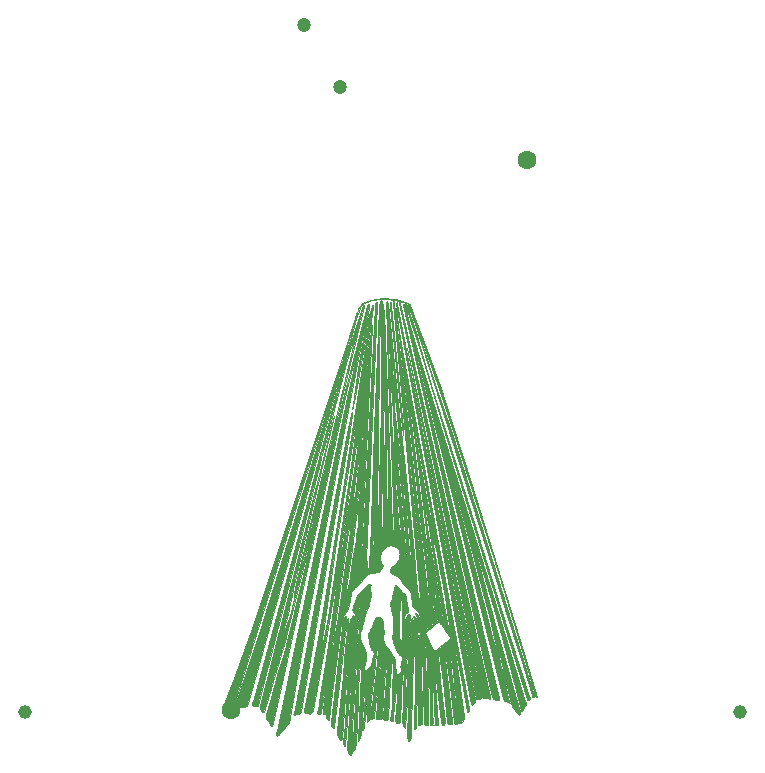
<source format=gbr>
%TF.GenerationSoftware,KiCad,Pcbnew,8.0.4*%
%TF.CreationDate,2024-09-12T22:18:10-07:00*%
%TF.ProjectId,SMDEMFbadgeforMAKE-sizedfor3inchbagLCSCassembly,534d4445-4d46-4626-9164-6765666f724d,rev?*%
%TF.SameCoordinates,Original*%
%TF.FileFunction,Soldermask,Top*%
%TF.FilePolarity,Negative*%
%FSLAX46Y46*%
G04 Gerber Fmt 4.6, Leading zero omitted, Abs format (unit mm)*
G04 Created by KiCad (PCBNEW 8.0.4) date 2024-09-12 22:18:10*
%MOMM*%
%LPD*%
G01*
G04 APERTURE LIST*
%ADD10C,0.002976*%
%ADD11C,1.200000*%
%ADD12C,1.600000*%
%ADD13C,1.152000*%
G04 APERTURE END LIST*
D10*
X207862840Y-132750414D02*
X207863921Y-132750501D01*
X207865111Y-132750658D01*
X207866399Y-132750882D01*
X207867778Y-132751170D01*
X207869236Y-132751519D01*
X207870766Y-132751927D01*
X207872358Y-132752391D01*
X207874002Y-132752910D01*
X207875691Y-132753478D01*
X207877414Y-132754095D01*
X207879162Y-132754757D01*
X207880835Y-132755516D01*
X207882333Y-132756288D01*
X207883656Y-132757067D01*
X207884250Y-132757458D01*
X207884801Y-132757850D01*
X207885305Y-132758241D01*
X207885763Y-132758629D01*
X207886177Y-132759018D01*
X207886544Y-132759402D01*
X207886864Y-132759785D01*
X207887137Y-132760164D01*
X207887363Y-132760539D01*
X207887541Y-132760909D01*
X207887672Y-132761273D01*
X207887755Y-132761631D01*
X207887789Y-132761984D01*
X207887774Y-132762329D01*
X207887710Y-132762666D01*
X207887598Y-132762995D01*
X207887434Y-132763315D01*
X207887221Y-132763626D01*
X207886958Y-132763926D01*
X207886643Y-132764216D01*
X207886279Y-132764493D01*
X207885862Y-132764759D01*
X207885394Y-132765014D01*
X207884874Y-132765255D01*
X207884302Y-132765480D01*
X207883676Y-132765693D01*
X207882520Y-132765960D01*
X207881332Y-132766146D01*
X207880119Y-132766256D01*
X207878886Y-132766294D01*
X207877640Y-132766260D01*
X207876385Y-132766161D01*
X207873872Y-132765774D01*
X207871394Y-132765162D01*
X207868996Y-132764349D01*
X207866724Y-132763363D01*
X207864621Y-132762232D01*
X207862734Y-132760979D01*
X207861108Y-132759634D01*
X207860407Y-132758935D01*
X207859789Y-132758224D01*
X207859258Y-132757501D01*
X207858820Y-132756773D01*
X207858482Y-132756041D01*
X207858249Y-132755310D01*
X207858126Y-132754581D01*
X207858120Y-132753860D01*
X207858236Y-132753149D01*
X207858478Y-132752451D01*
X207858854Y-132751770D01*
X207859370Y-132751110D01*
X207859552Y-132750949D01*
X207859775Y-132750811D01*
X207860035Y-132750691D01*
X207860333Y-132750593D01*
X207860667Y-132750515D01*
X207861036Y-132750457D01*
X207861875Y-132750398D01*
X207862840Y-132750414D01*
G36*
X207862840Y-132750414D02*
G01*
X207863921Y-132750501D01*
X207865111Y-132750658D01*
X207866399Y-132750882D01*
X207867778Y-132751170D01*
X207869236Y-132751519D01*
X207870766Y-132751927D01*
X207872358Y-132752391D01*
X207874002Y-132752910D01*
X207875691Y-132753478D01*
X207877414Y-132754095D01*
X207879162Y-132754757D01*
X207880835Y-132755516D01*
X207882333Y-132756288D01*
X207883656Y-132757067D01*
X207884250Y-132757458D01*
X207884801Y-132757850D01*
X207885305Y-132758241D01*
X207885763Y-132758629D01*
X207886177Y-132759018D01*
X207886544Y-132759402D01*
X207886864Y-132759785D01*
X207887137Y-132760164D01*
X207887363Y-132760539D01*
X207887541Y-132760909D01*
X207887672Y-132761273D01*
X207887755Y-132761631D01*
X207887789Y-132761984D01*
X207887774Y-132762329D01*
X207887710Y-132762666D01*
X207887598Y-132762995D01*
X207887434Y-132763315D01*
X207887221Y-132763626D01*
X207886958Y-132763926D01*
X207886643Y-132764216D01*
X207886279Y-132764493D01*
X207885862Y-132764759D01*
X207885394Y-132765014D01*
X207884874Y-132765255D01*
X207884302Y-132765480D01*
X207883676Y-132765693D01*
X207882520Y-132765960D01*
X207881332Y-132766146D01*
X207880119Y-132766256D01*
X207878886Y-132766294D01*
X207877640Y-132766260D01*
X207876385Y-132766161D01*
X207873872Y-132765774D01*
X207871394Y-132765162D01*
X207868996Y-132764349D01*
X207866724Y-132763363D01*
X207864621Y-132762232D01*
X207862734Y-132760979D01*
X207861108Y-132759634D01*
X207860407Y-132758935D01*
X207859789Y-132758224D01*
X207859258Y-132757501D01*
X207858820Y-132756773D01*
X207858482Y-132756041D01*
X207858249Y-132755310D01*
X207858126Y-132754581D01*
X207858120Y-132753860D01*
X207858236Y-132753149D01*
X207858478Y-132752451D01*
X207858854Y-132751770D01*
X207859370Y-132751110D01*
X207859552Y-132750949D01*
X207859775Y-132750811D01*
X207860035Y-132750691D01*
X207860333Y-132750593D01*
X207860667Y-132750515D01*
X207861036Y-132750457D01*
X207861875Y-132750398D01*
X207862840Y-132750414D01*
G37*
X207878174Y-132363670D02*
X207879391Y-132363743D01*
X207880629Y-132363868D01*
X207881877Y-132364051D01*
X207883128Y-132364294D01*
X207884371Y-132364602D01*
X207885039Y-132364748D01*
X207885673Y-132364914D01*
X207886276Y-132365096D01*
X207886845Y-132365297D01*
X207887381Y-132365516D01*
X207887884Y-132365752D01*
X207888356Y-132366004D01*
X207888794Y-132366271D01*
X207889198Y-132366555D01*
X207889570Y-132366853D01*
X207889908Y-132367166D01*
X207890213Y-132367494D01*
X207890485Y-132367834D01*
X207890724Y-132368187D01*
X207890928Y-132368554D01*
X207891100Y-132368932D01*
X207891238Y-132369323D01*
X207891342Y-132369725D01*
X207891412Y-132370137D01*
X207891449Y-132370561D01*
X207891452Y-132370992D01*
X207891422Y-132371434D01*
X207891357Y-132371886D01*
X207891258Y-132372346D01*
X207891125Y-132372813D01*
X207890958Y-132373288D01*
X207890756Y-132373770D01*
X207890521Y-132374260D01*
X207890250Y-132374754D01*
X207889946Y-132375256D01*
X207889607Y-132375762D01*
X207889234Y-132376273D01*
X207888802Y-132376703D01*
X207888356Y-132377109D01*
X207887896Y-132377490D01*
X207887421Y-132377843D01*
X207886935Y-132378172D01*
X207886439Y-132378474D01*
X207885930Y-132378751D01*
X207885414Y-132379002D01*
X207884890Y-132379225D01*
X207884357Y-132379423D01*
X207883820Y-132379595D01*
X207883277Y-132379740D01*
X207882729Y-132379857D01*
X207882179Y-132379951D01*
X207881627Y-132380016D01*
X207881074Y-132380055D01*
X207880521Y-132380067D01*
X207879968Y-132380053D01*
X207879418Y-132380011D01*
X207878871Y-132379942D01*
X207878328Y-132379848D01*
X207877790Y-132379725D01*
X207877258Y-132379577D01*
X207876733Y-132379401D01*
X207876217Y-132379196D01*
X207875710Y-132378965D01*
X207875212Y-132378706D01*
X207874726Y-132378421D01*
X207874252Y-132378107D01*
X207873791Y-132377767D01*
X207873345Y-132377398D01*
X207872914Y-132377002D01*
X207872158Y-132376234D01*
X207871453Y-132375439D01*
X207870803Y-132374623D01*
X207870211Y-132373794D01*
X207869681Y-132372960D01*
X207869213Y-132372124D01*
X207868814Y-132371297D01*
X207868485Y-132370483D01*
X207868229Y-132369691D01*
X207868050Y-132368929D01*
X207867989Y-132368559D01*
X207867949Y-132368200D01*
X207867930Y-132367852D01*
X207867931Y-132367515D01*
X207867954Y-132367189D01*
X207868000Y-132366877D01*
X207868066Y-132366579D01*
X207868156Y-132366297D01*
X207868268Y-132366029D01*
X207868404Y-132365779D01*
X207868562Y-132365546D01*
X207868746Y-132365332D01*
X207868925Y-132365196D01*
X207869135Y-132365064D01*
X207869645Y-132364808D01*
X207870266Y-132364567D01*
X207870992Y-132364347D01*
X207871810Y-132364150D01*
X207872713Y-132363980D01*
X207873692Y-132363842D01*
X207874736Y-132363738D01*
X207875838Y-132363672D01*
X207876986Y-132363648D01*
X207878174Y-132363670D01*
G36*
X207878174Y-132363670D02*
G01*
X207879391Y-132363743D01*
X207880629Y-132363868D01*
X207881877Y-132364051D01*
X207883128Y-132364294D01*
X207884371Y-132364602D01*
X207885039Y-132364748D01*
X207885673Y-132364914D01*
X207886276Y-132365096D01*
X207886845Y-132365297D01*
X207887381Y-132365516D01*
X207887884Y-132365752D01*
X207888356Y-132366004D01*
X207888794Y-132366271D01*
X207889198Y-132366555D01*
X207889570Y-132366853D01*
X207889908Y-132367166D01*
X207890213Y-132367494D01*
X207890485Y-132367834D01*
X207890724Y-132368187D01*
X207890928Y-132368554D01*
X207891100Y-132368932D01*
X207891238Y-132369323D01*
X207891342Y-132369725D01*
X207891412Y-132370137D01*
X207891449Y-132370561D01*
X207891452Y-132370992D01*
X207891422Y-132371434D01*
X207891357Y-132371886D01*
X207891258Y-132372346D01*
X207891125Y-132372813D01*
X207890958Y-132373288D01*
X207890756Y-132373770D01*
X207890521Y-132374260D01*
X207890250Y-132374754D01*
X207889946Y-132375256D01*
X207889607Y-132375762D01*
X207889234Y-132376273D01*
X207888802Y-132376703D01*
X207888356Y-132377109D01*
X207887896Y-132377490D01*
X207887421Y-132377843D01*
X207886935Y-132378172D01*
X207886439Y-132378474D01*
X207885930Y-132378751D01*
X207885414Y-132379002D01*
X207884890Y-132379225D01*
X207884357Y-132379423D01*
X207883820Y-132379595D01*
X207883277Y-132379740D01*
X207882729Y-132379857D01*
X207882179Y-132379951D01*
X207881627Y-132380016D01*
X207881074Y-132380055D01*
X207880521Y-132380067D01*
X207879968Y-132380053D01*
X207879418Y-132380011D01*
X207878871Y-132379942D01*
X207878328Y-132379848D01*
X207877790Y-132379725D01*
X207877258Y-132379577D01*
X207876733Y-132379401D01*
X207876217Y-132379196D01*
X207875710Y-132378965D01*
X207875212Y-132378706D01*
X207874726Y-132378421D01*
X207874252Y-132378107D01*
X207873791Y-132377767D01*
X207873345Y-132377398D01*
X207872914Y-132377002D01*
X207872158Y-132376234D01*
X207871453Y-132375439D01*
X207870803Y-132374623D01*
X207870211Y-132373794D01*
X207869681Y-132372960D01*
X207869213Y-132372124D01*
X207868814Y-132371297D01*
X207868485Y-132370483D01*
X207868229Y-132369691D01*
X207868050Y-132368929D01*
X207867989Y-132368559D01*
X207867949Y-132368200D01*
X207867930Y-132367852D01*
X207867931Y-132367515D01*
X207867954Y-132367189D01*
X207868000Y-132366877D01*
X207868066Y-132366579D01*
X207868156Y-132366297D01*
X207868268Y-132366029D01*
X207868404Y-132365779D01*
X207868562Y-132365546D01*
X207868746Y-132365332D01*
X207868925Y-132365196D01*
X207869135Y-132365064D01*
X207869645Y-132364808D01*
X207870266Y-132364567D01*
X207870992Y-132364347D01*
X207871810Y-132364150D01*
X207872713Y-132363980D01*
X207873692Y-132363842D01*
X207874736Y-132363738D01*
X207875838Y-132363672D01*
X207876986Y-132363648D01*
X207878174Y-132363670D01*
G37*
X201980418Y-113527758D02*
X201978696Y-113583638D01*
X201964342Y-113760562D01*
X201908106Y-114267755D01*
X201814516Y-115037075D01*
X197699039Y-138763473D01*
X197695723Y-138779968D01*
X197691253Y-138797785D01*
X197685639Y-138816596D01*
X197678891Y-138836071D01*
X197671017Y-138855885D01*
X197662030Y-138875707D01*
X197651939Y-138895211D01*
X197640755Y-138914069D01*
X197628487Y-138931953D01*
X197615144Y-138948534D01*
X197608074Y-138956234D01*
X197600738Y-138963485D01*
X197593140Y-138970246D01*
X197585280Y-138976478D01*
X197577158Y-138982139D01*
X197568777Y-138987186D01*
X197560139Y-138991579D01*
X197551242Y-138995278D01*
X197542090Y-138998241D01*
X197532685Y-139000429D01*
X197523025Y-139001799D01*
X197513114Y-139002310D01*
X197458882Y-139003028D01*
X197408777Y-139004307D01*
X197363106Y-139006057D01*
X197322177Y-139008187D01*
X197286298Y-139010608D01*
X197255775Y-139013230D01*
X197230918Y-139015963D01*
X197212032Y-139018717D01*
X197211659Y-139018874D01*
X197211163Y-139019207D01*
X197209807Y-139020394D01*
X197207974Y-139022269D01*
X197205670Y-139024818D01*
X197202903Y-139028032D01*
X197199679Y-139031899D01*
X197191891Y-139041550D01*
X197182366Y-139053678D01*
X197171158Y-139068195D01*
X197158328Y-139085010D01*
X197143934Y-139104036D01*
X197140226Y-139108581D01*
X197136297Y-139112645D01*
X197132173Y-139116234D01*
X197127878Y-139119347D01*
X197123439Y-139121990D01*
X197118882Y-139124165D01*
X197114232Y-139125872D01*
X197109516Y-139127118D01*
X197104758Y-139127903D01*
X197099987Y-139128231D01*
X197095226Y-139128105D01*
X197090502Y-139127529D01*
X197085841Y-139126504D01*
X197081269Y-139125033D01*
X197076810Y-139123119D01*
X197072493Y-139120766D01*
X197068342Y-139117975D01*
X197064382Y-139114752D01*
X197060641Y-139111095D01*
X197057144Y-139107012D01*
X197053916Y-139102502D01*
X197050984Y-139097570D01*
X197048373Y-139092219D01*
X197046110Y-139086450D01*
X197044219Y-139080268D01*
X197042728Y-139073674D01*
X197041663Y-139066673D01*
X197041046Y-139059267D01*
X197040908Y-139051456D01*
X197041271Y-139043249D01*
X197042163Y-139034643D01*
X197043609Y-139025643D01*
X201665890Y-114816837D01*
X201822333Y-114147791D01*
X201928325Y-113698359D01*
X201977734Y-113498708D01*
X201980418Y-113527758D01*
G36*
X201980418Y-113527758D02*
G01*
X201978696Y-113583638D01*
X201964342Y-113760562D01*
X201908106Y-114267755D01*
X201814516Y-115037075D01*
X197699039Y-138763473D01*
X197695723Y-138779968D01*
X197691253Y-138797785D01*
X197685639Y-138816596D01*
X197678891Y-138836071D01*
X197671017Y-138855885D01*
X197662030Y-138875707D01*
X197651939Y-138895211D01*
X197640755Y-138914069D01*
X197628487Y-138931953D01*
X197615144Y-138948534D01*
X197608074Y-138956234D01*
X197600738Y-138963485D01*
X197593140Y-138970246D01*
X197585280Y-138976478D01*
X197577158Y-138982139D01*
X197568777Y-138987186D01*
X197560139Y-138991579D01*
X197551242Y-138995278D01*
X197542090Y-138998241D01*
X197532685Y-139000429D01*
X197523025Y-139001799D01*
X197513114Y-139002310D01*
X197458882Y-139003028D01*
X197408777Y-139004307D01*
X197363106Y-139006057D01*
X197322177Y-139008187D01*
X197286298Y-139010608D01*
X197255775Y-139013230D01*
X197230918Y-139015963D01*
X197212032Y-139018717D01*
X197211659Y-139018874D01*
X197211163Y-139019207D01*
X197209807Y-139020394D01*
X197207974Y-139022269D01*
X197205670Y-139024818D01*
X197202903Y-139028032D01*
X197199679Y-139031899D01*
X197191891Y-139041550D01*
X197182366Y-139053678D01*
X197171158Y-139068195D01*
X197158328Y-139085010D01*
X197143934Y-139104036D01*
X197140226Y-139108581D01*
X197136297Y-139112645D01*
X197132173Y-139116234D01*
X197127878Y-139119347D01*
X197123439Y-139121990D01*
X197118882Y-139124165D01*
X197114232Y-139125872D01*
X197109516Y-139127118D01*
X197104758Y-139127903D01*
X197099987Y-139128231D01*
X197095226Y-139128105D01*
X197090502Y-139127529D01*
X197085841Y-139126504D01*
X197081269Y-139125033D01*
X197076810Y-139123119D01*
X197072493Y-139120766D01*
X197068342Y-139117975D01*
X197064382Y-139114752D01*
X197060641Y-139111095D01*
X197057144Y-139107012D01*
X197053916Y-139102502D01*
X197050984Y-139097570D01*
X197048373Y-139092219D01*
X197046110Y-139086450D01*
X197044219Y-139080268D01*
X197042728Y-139073674D01*
X197041663Y-139066673D01*
X197041046Y-139059267D01*
X197040908Y-139051456D01*
X197041271Y-139043249D01*
X197042163Y-139034643D01*
X197043609Y-139025643D01*
X201665890Y-114816837D01*
X201822333Y-114147791D01*
X201928325Y-113698359D01*
X201977734Y-113498708D01*
X201980418Y-113527758D01*
G37*
X207641605Y-132361916D02*
X207642044Y-132361983D01*
X207642544Y-132362102D01*
X207643103Y-132362274D01*
X207644410Y-132362780D01*
X207645797Y-132363329D01*
X207647213Y-132364014D01*
X207648647Y-132364823D01*
X207650088Y-132365748D01*
X207651524Y-132366776D01*
X207652946Y-132367900D01*
X207654341Y-132369108D01*
X207655699Y-132370390D01*
X207657007Y-132371737D01*
X207658256Y-132373137D01*
X207659434Y-132374581D01*
X207660528Y-132376059D01*
X207661530Y-132377561D01*
X207662425Y-132379076D01*
X207663206Y-132380594D01*
X207663860Y-132382105D01*
X207664187Y-132382762D01*
X207664455Y-132383361D01*
X207664664Y-132383907D01*
X207664815Y-132384396D01*
X207664911Y-132384832D01*
X207664951Y-132385212D01*
X207664949Y-132385382D01*
X207664936Y-132385538D01*
X207664909Y-132385681D01*
X207664869Y-132385808D01*
X207664815Y-132385924D01*
X207664749Y-132386025D01*
X207664670Y-132386112D01*
X207664579Y-132386186D01*
X207664475Y-132386247D01*
X207664359Y-132386294D01*
X207664231Y-132386328D01*
X207664092Y-132386348D01*
X207663776Y-132386347D01*
X207663414Y-132386293D01*
X207663008Y-132386186D01*
X207662558Y-132386024D01*
X207662064Y-132385809D01*
X207661530Y-132385541D01*
X207660954Y-132385221D01*
X207660339Y-132384847D01*
X207659687Y-132384418D01*
X207658997Y-132383940D01*
X207658271Y-132383406D01*
X207657511Y-132382822D01*
X207656717Y-132382185D01*
X207655891Y-132381496D01*
X207655033Y-132380755D01*
X207654146Y-132379961D01*
X207653228Y-132379117D01*
X207652284Y-132378219D01*
X207651313Y-132377271D01*
X207650316Y-132376273D01*
X207648449Y-132374342D01*
X207646757Y-132372521D01*
X207645247Y-132370819D01*
X207643923Y-132369240D01*
X207642790Y-132367794D01*
X207641854Y-132366489D01*
X207641119Y-132365332D01*
X207640591Y-132364328D01*
X207640406Y-132363887D01*
X207640274Y-132363488D01*
X207640197Y-132363131D01*
X207640175Y-132362817D01*
X207640207Y-132362547D01*
X207640297Y-132362323D01*
X207640442Y-132362146D01*
X207640645Y-132362015D01*
X207640907Y-132361934D01*
X207641226Y-132361899D01*
X207641605Y-132361916D01*
G36*
X207641605Y-132361916D02*
G01*
X207642044Y-132361983D01*
X207642544Y-132362102D01*
X207643103Y-132362274D01*
X207644410Y-132362780D01*
X207645797Y-132363329D01*
X207647213Y-132364014D01*
X207648647Y-132364823D01*
X207650088Y-132365748D01*
X207651524Y-132366776D01*
X207652946Y-132367900D01*
X207654341Y-132369108D01*
X207655699Y-132370390D01*
X207657007Y-132371737D01*
X207658256Y-132373137D01*
X207659434Y-132374581D01*
X207660528Y-132376059D01*
X207661530Y-132377561D01*
X207662425Y-132379076D01*
X207663206Y-132380594D01*
X207663860Y-132382105D01*
X207664187Y-132382762D01*
X207664455Y-132383361D01*
X207664664Y-132383907D01*
X207664815Y-132384396D01*
X207664911Y-132384832D01*
X207664951Y-132385212D01*
X207664949Y-132385382D01*
X207664936Y-132385538D01*
X207664909Y-132385681D01*
X207664869Y-132385808D01*
X207664815Y-132385924D01*
X207664749Y-132386025D01*
X207664670Y-132386112D01*
X207664579Y-132386186D01*
X207664475Y-132386247D01*
X207664359Y-132386294D01*
X207664231Y-132386328D01*
X207664092Y-132386348D01*
X207663776Y-132386347D01*
X207663414Y-132386293D01*
X207663008Y-132386186D01*
X207662558Y-132386024D01*
X207662064Y-132385809D01*
X207661530Y-132385541D01*
X207660954Y-132385221D01*
X207660339Y-132384847D01*
X207659687Y-132384418D01*
X207658997Y-132383940D01*
X207658271Y-132383406D01*
X207657511Y-132382822D01*
X207656717Y-132382185D01*
X207655891Y-132381496D01*
X207655033Y-132380755D01*
X207654146Y-132379961D01*
X207653228Y-132379117D01*
X207652284Y-132378219D01*
X207651313Y-132377271D01*
X207650316Y-132376273D01*
X207648449Y-132374342D01*
X207646757Y-132372521D01*
X207645247Y-132370819D01*
X207643923Y-132369240D01*
X207642790Y-132367794D01*
X207641854Y-132366489D01*
X207641119Y-132365332D01*
X207640591Y-132364328D01*
X207640406Y-132363887D01*
X207640274Y-132363488D01*
X207640197Y-132363131D01*
X207640175Y-132362817D01*
X207640207Y-132362547D01*
X207640297Y-132362323D01*
X207640442Y-132362146D01*
X207640645Y-132362015D01*
X207640907Y-132361934D01*
X207641226Y-132361899D01*
X207641605Y-132361916D01*
G37*
X205253713Y-104197284D02*
X205256133Y-104198322D01*
X205258656Y-104200098D01*
X205261271Y-104202572D01*
X205266736Y-104209472D01*
X205272443Y-104218724D01*
X205278306Y-104230029D01*
X205284240Y-104243088D01*
X205290162Y-104257604D01*
X205295986Y-104273277D01*
X205301626Y-104289808D01*
X205306998Y-104306900D01*
X205312018Y-104324254D01*
X205316599Y-104341571D01*
X205320658Y-104358552D01*
X205324108Y-104374899D01*
X205326866Y-104390314D01*
X205328845Y-104404498D01*
X206307785Y-114842730D01*
X206329143Y-115119205D01*
X206334970Y-115215011D01*
X206338259Y-115298160D01*
X206338523Y-115331342D01*
X206337640Y-115356986D01*
X206335439Y-115373634D01*
X206333791Y-115378129D01*
X206331749Y-115379827D01*
X206329417Y-115378617D01*
X206326925Y-115374564D01*
X206321522Y-115358664D01*
X206315655Y-115333600D01*
X206309447Y-115300844D01*
X206296477Y-115218146D01*
X206283565Y-115122352D01*
X206261720Y-114938595D01*
X206251529Y-114843819D01*
X205187506Y-104477423D01*
X205187033Y-104470799D01*
X205186650Y-104464086D01*
X205186348Y-104457330D01*
X205186119Y-104450576D01*
X205185848Y-104437273D01*
X205185772Y-104424549D01*
X205186712Y-104397186D01*
X205187742Y-104380889D01*
X205189190Y-104363361D01*
X205191091Y-104344988D01*
X205193475Y-104326151D01*
X205196380Y-104307241D01*
X205199836Y-104288636D01*
X205203879Y-104270724D01*
X205208541Y-104253887D01*
X205213856Y-104238513D01*
X205216769Y-104231495D01*
X205219859Y-104224985D01*
X205223127Y-104219033D01*
X205226581Y-104213687D01*
X205230222Y-104208995D01*
X205234057Y-104205003D01*
X205238089Y-104201763D01*
X205242321Y-104199320D01*
X205246759Y-104197724D01*
X205251407Y-104197021D01*
X205253713Y-104197284D01*
G36*
X205253713Y-104197284D02*
G01*
X205256133Y-104198322D01*
X205258656Y-104200098D01*
X205261271Y-104202572D01*
X205266736Y-104209472D01*
X205272443Y-104218724D01*
X205278306Y-104230029D01*
X205284240Y-104243088D01*
X205290162Y-104257604D01*
X205295986Y-104273277D01*
X205301626Y-104289808D01*
X205306998Y-104306900D01*
X205312018Y-104324254D01*
X205316599Y-104341571D01*
X205320658Y-104358552D01*
X205324108Y-104374899D01*
X205326866Y-104390314D01*
X205328845Y-104404498D01*
X206307785Y-114842730D01*
X206329143Y-115119205D01*
X206334970Y-115215011D01*
X206338259Y-115298160D01*
X206338523Y-115331342D01*
X206337640Y-115356986D01*
X206335439Y-115373634D01*
X206333791Y-115378129D01*
X206331749Y-115379827D01*
X206329417Y-115378617D01*
X206326925Y-115374564D01*
X206321522Y-115358664D01*
X206315655Y-115333600D01*
X206309447Y-115300844D01*
X206296477Y-115218146D01*
X206283565Y-115122352D01*
X206261720Y-114938595D01*
X206251529Y-114843819D01*
X205187506Y-104477423D01*
X205187033Y-104470799D01*
X205186650Y-104464086D01*
X205186348Y-104457330D01*
X205186119Y-104450576D01*
X205185848Y-104437273D01*
X205185772Y-104424549D01*
X205186712Y-104397186D01*
X205187742Y-104380889D01*
X205189190Y-104363361D01*
X205191091Y-104344988D01*
X205193475Y-104326151D01*
X205196380Y-104307241D01*
X205199836Y-104288636D01*
X205203879Y-104270724D01*
X205208541Y-104253887D01*
X205213856Y-104238513D01*
X205216769Y-104231495D01*
X205219859Y-104224985D01*
X205223127Y-104219033D01*
X205226581Y-104213687D01*
X205230222Y-104208995D01*
X205234057Y-104205003D01*
X205238089Y-104201763D01*
X205242321Y-104199320D01*
X205246759Y-104197724D01*
X205251407Y-104197021D01*
X205253713Y-104197284D01*
G37*
X205774968Y-104202744D02*
X205778212Y-104203418D01*
X205781342Y-104204495D01*
X205784360Y-104205955D01*
X205787267Y-104207778D01*
X205790067Y-104209943D01*
X205792762Y-104212432D01*
X205795352Y-104215225D01*
X205797842Y-104218301D01*
X205800230Y-104221642D01*
X205802521Y-104225224D01*
X205804718Y-104229033D01*
X205806820Y-104233046D01*
X205808831Y-104237242D01*
X205812586Y-104246110D01*
X205815999Y-104255477D01*
X205819086Y-104265187D01*
X205821865Y-104275078D01*
X205824350Y-104284995D01*
X205826558Y-104294775D01*
X205828506Y-104304264D01*
X205831685Y-104321726D01*
X212387020Y-137794291D01*
X212388670Y-137805171D01*
X212389739Y-137817779D01*
X212390269Y-137831814D01*
X212390295Y-137846968D01*
X212389858Y-137862938D01*
X212388995Y-137879422D01*
X212386150Y-137912704D01*
X212382067Y-137944381D01*
X212379658Y-137958854D01*
X212377057Y-137972013D01*
X212374299Y-137983553D01*
X212371426Y-137993169D01*
X212368477Y-138000557D01*
X212365489Y-138005412D01*
X212363762Y-138007395D01*
X212361967Y-138009519D01*
X212360098Y-138011788D01*
X212358152Y-138014208D01*
X212356125Y-138016780D01*
X212354011Y-138019511D01*
X212351808Y-138022404D01*
X212349511Y-138025464D01*
X212335614Y-138044315D01*
X212319528Y-138067079D01*
X212301375Y-138093535D01*
X212281276Y-138123460D01*
X212235731Y-138192831D01*
X212183870Y-138273414D01*
X212181915Y-138275983D01*
X212179710Y-138278032D01*
X212177272Y-138279574D01*
X212174621Y-138280627D01*
X212171772Y-138281205D01*
X212168745Y-138281327D01*
X212165558Y-138281006D01*
X212162230Y-138280260D01*
X212158776Y-138279106D01*
X212155217Y-138277558D01*
X212151570Y-138275634D01*
X212147853Y-138273349D01*
X212144084Y-138270718D01*
X212140280Y-138267761D01*
X212136463Y-138264490D01*
X212132646Y-138260923D01*
X212128850Y-138257078D01*
X212125093Y-138252968D01*
X212121392Y-138248611D01*
X212117765Y-138244021D01*
X212114231Y-138239217D01*
X212110808Y-138234214D01*
X212107514Y-138229028D01*
X212104366Y-138223674D01*
X212101383Y-138218171D01*
X212098583Y-138212534D01*
X212095984Y-138206777D01*
X212093604Y-138200918D01*
X212091461Y-138194974D01*
X212089573Y-138188959D01*
X212087958Y-138182891D01*
X212086634Y-138176785D01*
X205719171Y-104323186D01*
X205718910Y-104315456D01*
X205719045Y-104306887D01*
X205719596Y-104297663D01*
X205720576Y-104287969D01*
X205722002Y-104277991D01*
X205723889Y-104267914D01*
X205726254Y-104257925D01*
X205729111Y-104248208D01*
X205732477Y-104238947D01*
X205736367Y-104230328D01*
X205740798Y-104222537D01*
X205743222Y-104219010D01*
X205745786Y-104215761D01*
X205748493Y-104212809D01*
X205751344Y-104210182D01*
X205754343Y-104207900D01*
X205757490Y-104205987D01*
X205760789Y-104204467D01*
X205764241Y-104203362D01*
X205767846Y-104202697D01*
X205771608Y-104202491D01*
X205774968Y-104202744D01*
G36*
X205774968Y-104202744D02*
G01*
X205778212Y-104203418D01*
X205781342Y-104204495D01*
X205784360Y-104205955D01*
X205787267Y-104207778D01*
X205790067Y-104209943D01*
X205792762Y-104212432D01*
X205795352Y-104215225D01*
X205797842Y-104218301D01*
X205800230Y-104221642D01*
X205802521Y-104225224D01*
X205804718Y-104229033D01*
X205806820Y-104233046D01*
X205808831Y-104237242D01*
X205812586Y-104246110D01*
X205815999Y-104255477D01*
X205819086Y-104265187D01*
X205821865Y-104275078D01*
X205824350Y-104284995D01*
X205826558Y-104294775D01*
X205828506Y-104304264D01*
X205831685Y-104321726D01*
X212387020Y-137794291D01*
X212388670Y-137805171D01*
X212389739Y-137817779D01*
X212390269Y-137831814D01*
X212390295Y-137846968D01*
X212389858Y-137862938D01*
X212388995Y-137879422D01*
X212386150Y-137912704D01*
X212382067Y-137944381D01*
X212379658Y-137958854D01*
X212377057Y-137972013D01*
X212374299Y-137983553D01*
X212371426Y-137993169D01*
X212368477Y-138000557D01*
X212365489Y-138005412D01*
X212363762Y-138007395D01*
X212361967Y-138009519D01*
X212360098Y-138011788D01*
X212358152Y-138014208D01*
X212356125Y-138016780D01*
X212354011Y-138019511D01*
X212351808Y-138022404D01*
X212349511Y-138025464D01*
X212335614Y-138044315D01*
X212319528Y-138067079D01*
X212301375Y-138093535D01*
X212281276Y-138123460D01*
X212235731Y-138192831D01*
X212183870Y-138273414D01*
X212181915Y-138275983D01*
X212179710Y-138278032D01*
X212177272Y-138279574D01*
X212174621Y-138280627D01*
X212171772Y-138281205D01*
X212168745Y-138281327D01*
X212165558Y-138281006D01*
X212162230Y-138280260D01*
X212158776Y-138279106D01*
X212155217Y-138277558D01*
X212151570Y-138275634D01*
X212147853Y-138273349D01*
X212144084Y-138270718D01*
X212140280Y-138267761D01*
X212136463Y-138264490D01*
X212132646Y-138260923D01*
X212128850Y-138257078D01*
X212125093Y-138252968D01*
X212121392Y-138248611D01*
X212117765Y-138244021D01*
X212114231Y-138239217D01*
X212110808Y-138234214D01*
X212107514Y-138229028D01*
X212104366Y-138223674D01*
X212101383Y-138218171D01*
X212098583Y-138212534D01*
X212095984Y-138206777D01*
X212093604Y-138200918D01*
X212091461Y-138194974D01*
X212089573Y-138188959D01*
X212087958Y-138182891D01*
X212086634Y-138176785D01*
X205719171Y-104323186D01*
X205718910Y-104315456D01*
X205719045Y-104306887D01*
X205719596Y-104297663D01*
X205720576Y-104287969D01*
X205722002Y-104277991D01*
X205723889Y-104267914D01*
X205726254Y-104257925D01*
X205729111Y-104248208D01*
X205732477Y-104238947D01*
X205736367Y-104230328D01*
X205740798Y-104222537D01*
X205743222Y-104219010D01*
X205745786Y-104215761D01*
X205748493Y-104212809D01*
X205751344Y-104210182D01*
X205754343Y-104207900D01*
X205757490Y-104205987D01*
X205760789Y-104204467D01*
X205764241Y-104203362D01*
X205767846Y-104202697D01*
X205771608Y-104202491D01*
X205774968Y-104202744D01*
G37*
X208275933Y-133641430D02*
X208276518Y-133641465D01*
X208277087Y-133641533D01*
X208277640Y-133641636D01*
X208278177Y-133641774D01*
X208278693Y-133641946D01*
X208279190Y-133642154D01*
X208279666Y-133642399D01*
X208280118Y-133642680D01*
X208280548Y-133643000D01*
X208280951Y-133643356D01*
X208281356Y-133643813D01*
X208281725Y-133644290D01*
X208282058Y-133644790D01*
X208282354Y-133645311D01*
X208282616Y-133645850D01*
X208282842Y-133646407D01*
X208283034Y-133646982D01*
X208283192Y-133647572D01*
X208283314Y-133648179D01*
X208283405Y-133648797D01*
X208283460Y-133649429D01*
X208283483Y-133650074D01*
X208283474Y-133650728D01*
X208283431Y-133651392D01*
X208283356Y-133652065D01*
X208283250Y-133652745D01*
X208283113Y-133653432D01*
X208282944Y-133654124D01*
X208282744Y-133654820D01*
X208282513Y-133655520D01*
X208282253Y-133656220D01*
X208281962Y-133656923D01*
X208281642Y-133657626D01*
X208281292Y-133658328D01*
X208280913Y-133659027D01*
X208280506Y-133659723D01*
X208280070Y-133660415D01*
X208279607Y-133661102D01*
X208279115Y-133661782D01*
X208278597Y-133662454D01*
X208278051Y-133663118D01*
X208277479Y-133663773D01*
X208276279Y-133665012D01*
X208275033Y-133666131D01*
X208273751Y-133667128D01*
X208272442Y-133668001D01*
X208271117Y-133668752D01*
X208269785Y-133669376D01*
X208268459Y-133669876D01*
X208267145Y-133670247D01*
X208265857Y-133670491D01*
X208265226Y-133670563D01*
X208264603Y-133670604D01*
X208263993Y-133670612D01*
X208263395Y-133670588D01*
X208262810Y-133670530D01*
X208262241Y-133670440D01*
X208261688Y-133670317D01*
X208261152Y-133670160D01*
X208260635Y-133669970D01*
X208260139Y-133669747D01*
X208259663Y-133669489D01*
X208259211Y-133669198D01*
X208258782Y-133668873D01*
X208258378Y-133668515D01*
X208257974Y-133668123D01*
X208257604Y-133667700D01*
X208257271Y-133667250D01*
X208256974Y-133666770D01*
X208256713Y-133666265D01*
X208256486Y-133665735D01*
X208256295Y-133665182D01*
X208256137Y-133664607D01*
X208256013Y-133664011D01*
X208255924Y-133663397D01*
X208255867Y-133662765D01*
X208255844Y-133662118D01*
X208255854Y-133661457D01*
X208255897Y-133660782D01*
X208255970Y-133660095D01*
X208256077Y-133659400D01*
X208256215Y-133658694D01*
X208256384Y-133657982D01*
X208256584Y-133657265D01*
X208256815Y-133656543D01*
X208257075Y-133655818D01*
X208257366Y-133655093D01*
X208257686Y-133654368D01*
X208258036Y-133653645D01*
X208258415Y-133652925D01*
X208258821Y-133652208D01*
X208259257Y-133651500D01*
X208259721Y-133650797D01*
X208260212Y-133650105D01*
X208260731Y-133649423D01*
X208261277Y-133648753D01*
X208261849Y-133648097D01*
X208263048Y-133646977D01*
X208264294Y-133645948D01*
X208265577Y-133645013D01*
X208266885Y-133644176D01*
X208268210Y-133643442D01*
X208269542Y-133642814D01*
X208270869Y-133642299D01*
X208272182Y-133641897D01*
X208273471Y-133641616D01*
X208274724Y-133641460D01*
X208275334Y-133641429D01*
X208275933Y-133641430D01*
G36*
X208275933Y-133641430D02*
G01*
X208276518Y-133641465D01*
X208277087Y-133641533D01*
X208277640Y-133641636D01*
X208278177Y-133641774D01*
X208278693Y-133641946D01*
X208279190Y-133642154D01*
X208279666Y-133642399D01*
X208280118Y-133642680D01*
X208280548Y-133643000D01*
X208280951Y-133643356D01*
X208281356Y-133643813D01*
X208281725Y-133644290D01*
X208282058Y-133644790D01*
X208282354Y-133645311D01*
X208282616Y-133645850D01*
X208282842Y-133646407D01*
X208283034Y-133646982D01*
X208283192Y-133647572D01*
X208283314Y-133648179D01*
X208283405Y-133648797D01*
X208283460Y-133649429D01*
X208283483Y-133650074D01*
X208283474Y-133650728D01*
X208283431Y-133651392D01*
X208283356Y-133652065D01*
X208283250Y-133652745D01*
X208283113Y-133653432D01*
X208282944Y-133654124D01*
X208282744Y-133654820D01*
X208282513Y-133655520D01*
X208282253Y-133656220D01*
X208281962Y-133656923D01*
X208281642Y-133657626D01*
X208281292Y-133658328D01*
X208280913Y-133659027D01*
X208280506Y-133659723D01*
X208280070Y-133660415D01*
X208279607Y-133661102D01*
X208279115Y-133661782D01*
X208278597Y-133662454D01*
X208278051Y-133663118D01*
X208277479Y-133663773D01*
X208276279Y-133665012D01*
X208275033Y-133666131D01*
X208273751Y-133667128D01*
X208272442Y-133668001D01*
X208271117Y-133668752D01*
X208269785Y-133669376D01*
X208268459Y-133669876D01*
X208267145Y-133670247D01*
X208265857Y-133670491D01*
X208265226Y-133670563D01*
X208264603Y-133670604D01*
X208263993Y-133670612D01*
X208263395Y-133670588D01*
X208262810Y-133670530D01*
X208262241Y-133670440D01*
X208261688Y-133670317D01*
X208261152Y-133670160D01*
X208260635Y-133669970D01*
X208260139Y-133669747D01*
X208259663Y-133669489D01*
X208259211Y-133669198D01*
X208258782Y-133668873D01*
X208258378Y-133668515D01*
X208257974Y-133668123D01*
X208257604Y-133667700D01*
X208257271Y-133667250D01*
X208256974Y-133666770D01*
X208256713Y-133666265D01*
X208256486Y-133665735D01*
X208256295Y-133665182D01*
X208256137Y-133664607D01*
X208256013Y-133664011D01*
X208255924Y-133663397D01*
X208255867Y-133662765D01*
X208255844Y-133662118D01*
X208255854Y-133661457D01*
X208255897Y-133660782D01*
X208255970Y-133660095D01*
X208256077Y-133659400D01*
X208256215Y-133658694D01*
X208256384Y-133657982D01*
X208256584Y-133657265D01*
X208256815Y-133656543D01*
X208257075Y-133655818D01*
X208257366Y-133655093D01*
X208257686Y-133654368D01*
X208258036Y-133653645D01*
X208258415Y-133652925D01*
X208258821Y-133652208D01*
X208259257Y-133651500D01*
X208259721Y-133650797D01*
X208260212Y-133650105D01*
X208260731Y-133649423D01*
X208261277Y-133648753D01*
X208261849Y-133648097D01*
X208263048Y-133646977D01*
X208264294Y-133645948D01*
X208265577Y-133645013D01*
X208266885Y-133644176D01*
X208268210Y-133643442D01*
X208269542Y-133642814D01*
X208270869Y-133642299D01*
X208272182Y-133641897D01*
X208273471Y-133641616D01*
X208274724Y-133641460D01*
X208275334Y-133641429D01*
X208275933Y-133641430D01*
G37*
X207795821Y-132214740D02*
X207795705Y-132215394D01*
X207795367Y-132216052D01*
X207794821Y-132216715D01*
X207794078Y-132217377D01*
X207793156Y-132218037D01*
X207792065Y-132218690D01*
X207789434Y-132219970D01*
X207786298Y-132221195D01*
X207782764Y-132222342D01*
X207778942Y-132223388D01*
X207774941Y-132224311D01*
X207770871Y-132225090D01*
X207766841Y-132225700D01*
X207762962Y-132226120D01*
X207759340Y-132226329D01*
X207756087Y-132226301D01*
X207753312Y-132226018D01*
X207752138Y-132225771D01*
X207751124Y-132225452D01*
X207750284Y-132225058D01*
X207749632Y-132224585D01*
X207771163Y-132214374D01*
X207795821Y-132214740D01*
G36*
X207795821Y-132214740D02*
G01*
X207795705Y-132215394D01*
X207795367Y-132216052D01*
X207794821Y-132216715D01*
X207794078Y-132217377D01*
X207793156Y-132218037D01*
X207792065Y-132218690D01*
X207789434Y-132219970D01*
X207786298Y-132221195D01*
X207782764Y-132222342D01*
X207778942Y-132223388D01*
X207774941Y-132224311D01*
X207770871Y-132225090D01*
X207766841Y-132225700D01*
X207762962Y-132226120D01*
X207759340Y-132226329D01*
X207756087Y-132226301D01*
X207753312Y-132226018D01*
X207752138Y-132225771D01*
X207751124Y-132225452D01*
X207750284Y-132225058D01*
X207749632Y-132224585D01*
X207771163Y-132214374D01*
X207795821Y-132214740D01*
G37*
X209332311Y-131157168D02*
X209337197Y-131157594D01*
X209342118Y-131158456D01*
X209347093Y-131159771D01*
X209352141Y-131161556D01*
X209357283Y-131163829D01*
X209362537Y-131166606D01*
X209367925Y-131169906D01*
X209373464Y-131173746D01*
X209379177Y-131178143D01*
X209385080Y-131183115D01*
X209391197Y-131188677D01*
X209397544Y-131194850D01*
X209404141Y-131201649D01*
X209411010Y-131209090D01*
X209418169Y-131217195D01*
X209425639Y-131225978D01*
X209441587Y-131245647D01*
X209459013Y-131268241D01*
X209478073Y-131293895D01*
X209498926Y-131322750D01*
X209521730Y-131354944D01*
X209558246Y-131406535D01*
X209593266Y-131455354D01*
X209622816Y-131495902D01*
X209642926Y-131522674D01*
X209651776Y-131534077D01*
X209663654Y-131549766D01*
X209694407Y-131591180D01*
X209731023Y-131641276D01*
X209769331Y-131694413D01*
X210019360Y-132040445D01*
X210216159Y-132312533D01*
X210283696Y-132407396D01*
X210333681Y-132479231D01*
X210368380Y-132531360D01*
X210390063Y-132567101D01*
X210400992Y-132589776D01*
X210403134Y-132597252D01*
X210403438Y-132602705D01*
X210403013Y-132605311D01*
X210402274Y-132608187D01*
X210401241Y-132611302D01*
X210399932Y-132614630D01*
X210398366Y-132618138D01*
X210396564Y-132621799D01*
X210394544Y-132625582D01*
X210392326Y-132629459D01*
X210389927Y-132633401D01*
X210387371Y-132637376D01*
X210384672Y-132641359D01*
X210381854Y-132645315D01*
X210378933Y-132649218D01*
X210375930Y-132653040D01*
X210372864Y-132656749D01*
X210369754Y-132660315D01*
X210362393Y-132667671D01*
X210350931Y-132678223D01*
X210316904Y-132707929D01*
X210270083Y-132747453D01*
X210212876Y-132794819D01*
X210076943Y-132905160D01*
X210003035Y-132964177D01*
X209928378Y-133023122D01*
X209531106Y-133334153D01*
X209091119Y-133678724D01*
X209050431Y-133710017D01*
X209032460Y-133723242D01*
X209015965Y-133734900D01*
X209000861Y-133745028D01*
X208987073Y-133753665D01*
X208974515Y-133760842D01*
X208963109Y-133766600D01*
X208952773Y-133770973D01*
X208943426Y-133773998D01*
X208934989Y-133775710D01*
X208927378Y-133776148D01*
X208920514Y-133775347D01*
X208914317Y-133773343D01*
X208908704Y-133770172D01*
X208903596Y-133765870D01*
X208902956Y-133765331D01*
X208902213Y-133764807D01*
X208900428Y-133763808D01*
X208898267Y-133762875D01*
X208895762Y-133762013D01*
X208892938Y-133761228D01*
X208889826Y-133760520D01*
X208886452Y-133759893D01*
X208882848Y-133759355D01*
X208879039Y-133758904D01*
X208875057Y-133758547D01*
X208870926Y-133758288D01*
X208866679Y-133758129D01*
X208862341Y-133758076D01*
X208857943Y-133758130D01*
X208853513Y-133758297D01*
X208849078Y-133758581D01*
X208835604Y-133758725D01*
X208818103Y-133757383D01*
X208796575Y-133754554D01*
X208771025Y-133750237D01*
X208741450Y-133744434D01*
X208707856Y-133737144D01*
X208628608Y-133718104D01*
X208533294Y-133693115D01*
X208421926Y-133662179D01*
X208294515Y-133625295D01*
X208151075Y-133582461D01*
X207998651Y-133536656D01*
X207842224Y-133490850D01*
X207700186Y-133450376D01*
X207590934Y-133420569D01*
X207502685Y-133396987D01*
X207417820Y-133373029D01*
X207345979Y-133351601D01*
X207296797Y-133335608D01*
X207274762Y-133327459D01*
X207254968Y-133319449D01*
X207237151Y-133311216D01*
X207228901Y-133306900D01*
X207221045Y-133302394D01*
X207213552Y-133297648D01*
X207206387Y-133292617D01*
X207199517Y-133287259D01*
X207192909Y-133281525D01*
X207186532Y-133275371D01*
X207180349Y-133268752D01*
X207174331Y-133261621D01*
X207168441Y-133253932D01*
X207162648Y-133245641D01*
X207156919Y-133236702D01*
X207151219Y-133227070D01*
X207145518Y-133216698D01*
X207139780Y-133205542D01*
X207133974Y-133193556D01*
X207122022Y-133166910D01*
X207111710Y-133141991D01*
X207748590Y-133141991D01*
X207767343Y-133189390D01*
X207773701Y-133205130D01*
X207776531Y-133211623D01*
X207779265Y-133217332D01*
X207782010Y-133222356D01*
X207783419Y-133224644D01*
X207784870Y-133226798D01*
X207786375Y-133228832D01*
X207787948Y-133230757D01*
X207789601Y-133232586D01*
X207791348Y-133234334D01*
X207793203Y-133236009D01*
X207795178Y-133237629D01*
X207797284Y-133239200D01*
X207799537Y-133240741D01*
X207801949Y-133242260D01*
X207804533Y-133243771D01*
X207810269Y-133246823D01*
X207816851Y-133249992D01*
X207824380Y-133253383D01*
X207842703Y-133261226D01*
X207854008Y-133266143D01*
X207864078Y-133270759D01*
X207872890Y-133275045D01*
X207880423Y-133278973D01*
X207886654Y-133282513D01*
X207891559Y-133285639D01*
X207895118Y-133288321D01*
X207896385Y-133289488D01*
X207897308Y-133290532D01*
X207897881Y-133291452D01*
X207898105Y-133292242D01*
X207897976Y-133292902D01*
X207897489Y-133293426D01*
X207896644Y-133293810D01*
X207895436Y-133294052D01*
X207891925Y-133294092D01*
X207886932Y-133293520D01*
X207880436Y-133292307D01*
X207872413Y-133290425D01*
X207862842Y-133287844D01*
X207854390Y-133285468D01*
X207846865Y-133283691D01*
X207843443Y-133283036D01*
X207840245Y-133282538D01*
X207837269Y-133282205D01*
X207834513Y-133282038D01*
X207831974Y-133282040D01*
X207829650Y-133282215D01*
X207827539Y-133282565D01*
X207825637Y-133283095D01*
X207823944Y-133283806D01*
X207822456Y-133284704D01*
X207821171Y-133285790D01*
X207820086Y-133287069D01*
X207819200Y-133288543D01*
X207818510Y-133290217D01*
X207818013Y-133292091D01*
X207817709Y-133294171D01*
X207817592Y-133296460D01*
X207817663Y-133298960D01*
X207817918Y-133301676D01*
X207818354Y-133304610D01*
X207818971Y-133307765D01*
X207819765Y-133311147D01*
X207821874Y-133318597D01*
X207824663Y-133326985D01*
X207828115Y-133336338D01*
X207840313Y-133368425D01*
X207844475Y-133379512D01*
X207846522Y-133385198D01*
X207846695Y-133385595D01*
X207847017Y-133386033D01*
X207847484Y-133386512D01*
X207848092Y-133387029D01*
X207849715Y-133388173D01*
X207851855Y-133389454D01*
X207854482Y-133390862D01*
X207857564Y-133392384D01*
X207861070Y-133394010D01*
X207864969Y-133395728D01*
X207869231Y-133397527D01*
X207873824Y-133399397D01*
X207883879Y-133403300D01*
X207894886Y-133407349D01*
X207906598Y-133411454D01*
X207918628Y-133415374D01*
X207930310Y-133418887D01*
X207941356Y-133421932D01*
X207951482Y-133424442D01*
X207960404Y-133426354D01*
X207967836Y-133427604D01*
X207970905Y-133427960D01*
X207973494Y-133428128D01*
X207975569Y-133428097D01*
X207977092Y-133427860D01*
X207978057Y-133427229D01*
X207978745Y-133426042D01*
X207979168Y-133424334D01*
X207979339Y-133422137D01*
X207978973Y-133416416D01*
X207977743Y-133409150D01*
X207975749Y-133400611D01*
X207973088Y-133391069D01*
X207969857Y-133380798D01*
X207966154Y-133370067D01*
X207962076Y-133359148D01*
X207957722Y-133348311D01*
X207953188Y-133337831D01*
X207948573Y-133327975D01*
X207943974Y-133319017D01*
X207939490Y-133311227D01*
X207935216Y-133304879D01*
X207933190Y-133302328D01*
X207931253Y-133300240D01*
X207930183Y-133299182D01*
X207929189Y-133298062D01*
X207928274Y-133296894D01*
X207927439Y-133295681D01*
X207926687Y-133294436D01*
X207926023Y-133293163D01*
X207925445Y-133291875D01*
X207924959Y-133290577D01*
X207924567Y-133289279D01*
X207924271Y-133287991D01*
X207924074Y-133286718D01*
X207923977Y-133285471D01*
X207923984Y-133284259D01*
X207924029Y-133283669D01*
X207924099Y-133283089D01*
X207924197Y-133282524D01*
X207924322Y-133281972D01*
X207924475Y-133281433D01*
X207924655Y-133280914D01*
X207924794Y-133280382D01*
X207924884Y-133279750D01*
X207924924Y-133278194D01*
X207924782Y-133276272D01*
X207924465Y-133274007D01*
X207923978Y-133271426D01*
X207923330Y-133268555D01*
X207922526Y-133265419D01*
X207921573Y-133262043D01*
X207920477Y-133258454D01*
X207919246Y-133254677D01*
X207917885Y-133250738D01*
X207916401Y-133246662D01*
X207914802Y-133242474D01*
X207913094Y-133238203D01*
X207911283Y-133233871D01*
X207909375Y-133229505D01*
X207906197Y-133222409D01*
X207903231Y-133216112D01*
X207900359Y-133210528D01*
X207898924Y-133207977D01*
X207897470Y-133205573D01*
X207895981Y-133203306D01*
X207894445Y-133201166D01*
X207892847Y-133199142D01*
X207891171Y-133197223D01*
X207889405Y-133195399D01*
X207887534Y-133193661D01*
X207885542Y-133191996D01*
X207883416Y-133190395D01*
X207881142Y-133188847D01*
X207878705Y-133187343D01*
X207876091Y-133185871D01*
X207873284Y-133184422D01*
X207870273Y-133182983D01*
X207867040Y-133181547D01*
X207859857Y-133178635D01*
X207851620Y-133175606D01*
X207842213Y-133172372D01*
X207819433Y-133164963D01*
X207748590Y-133141991D01*
X207111710Y-133141991D01*
X207109396Y-133136399D01*
X207095831Y-133101655D01*
X207081062Y-133062315D01*
X207067168Y-133024407D01*
X207702980Y-133024407D01*
X207703001Y-133027021D01*
X207703279Y-133029878D01*
X207703809Y-133032978D01*
X207704588Y-133036327D01*
X207706871Y-133043778D01*
X207710091Y-133052250D01*
X207714211Y-133061770D01*
X207722745Y-133080163D01*
X207726407Y-133087656D01*
X207729866Y-133094184D01*
X207733269Y-133099877D01*
X207734997Y-133102450D01*
X207736767Y-133104864D01*
X207738598Y-133107131D01*
X207740507Y-133109271D01*
X207742516Y-133111300D01*
X207744641Y-133113232D01*
X207746901Y-133115083D01*
X207749316Y-133116870D01*
X207751902Y-133118610D01*
X207754680Y-133120316D01*
X207760884Y-133123700D01*
X207768076Y-133127150D01*
X207776406Y-133130794D01*
X207786022Y-133134759D01*
X207809710Y-133144176D01*
X207821340Y-133148713D01*
X207832364Y-133152708D01*
X207842533Y-133156095D01*
X207851600Y-133158810D01*
X207859315Y-133160791D01*
X207865430Y-133161971D01*
X207867811Y-133162242D01*
X207869698Y-133162289D01*
X207871062Y-133162103D01*
X207871870Y-133161679D01*
X207872320Y-133161001D01*
X207872632Y-133160065D01*
X207872810Y-133158884D01*
X207872856Y-133157466D01*
X207872570Y-133153966D01*
X207872531Y-133153751D01*
X207908036Y-133153751D01*
X207908229Y-133156814D01*
X207908690Y-133160299D01*
X207909375Y-133164234D01*
X207909776Y-133166736D01*
X207910320Y-133169302D01*
X207910995Y-133171915D01*
X207911790Y-133174557D01*
X207912693Y-133177207D01*
X207913691Y-133179847D01*
X207914774Y-133182457D01*
X207915930Y-133185017D01*
X207917147Y-133187510D01*
X207918413Y-133189914D01*
X207919717Y-133192212D01*
X207921047Y-133194383D01*
X207922391Y-133196411D01*
X207923737Y-133198273D01*
X207925074Y-133199951D01*
X207926390Y-133201428D01*
X207927785Y-133202826D01*
X207929103Y-133204283D01*
X207930338Y-133205786D01*
X207931487Y-133207322D01*
X207932543Y-133208884D01*
X207933504Y-133210457D01*
X207934363Y-133212032D01*
X207935118Y-133213595D01*
X207935761Y-133215139D01*
X207936292Y-133216648D01*
X207936702Y-133218115D01*
X207936990Y-133219527D01*
X207937148Y-133220872D01*
X207937175Y-133222140D01*
X207937137Y-133222741D01*
X207937063Y-133223319D01*
X207936955Y-133223872D01*
X207936810Y-133224400D01*
X207936651Y-133224964D01*
X207936560Y-133225704D01*
X207936583Y-133227678D01*
X207936868Y-133230282D01*
X207937401Y-133233475D01*
X207938174Y-133237217D01*
X207939173Y-133241467D01*
X207940385Y-133246187D01*
X207941802Y-133251335D01*
X207945196Y-133262758D01*
X207949262Y-133275416D01*
X207953906Y-133288989D01*
X207959035Y-133303155D01*
X207977277Y-133351948D01*
X207991156Y-133387966D01*
X207996969Y-133401881D01*
X208002302Y-133413438D01*
X208007358Y-133422917D01*
X208012340Y-133430594D01*
X208017452Y-133436752D01*
X208022899Y-133441666D01*
X208028883Y-133445617D01*
X208035606Y-133448882D01*
X208043274Y-133451743D01*
X208052090Y-133454477D01*
X208073978Y-133460677D01*
X208086226Y-133464067D01*
X208097794Y-133467081D01*
X208108426Y-133469649D01*
X208117866Y-133471705D01*
X208125856Y-133473181D01*
X208132142Y-133474008D01*
X208134565Y-133474155D01*
X208136466Y-133474116D01*
X208137812Y-133473879D01*
X208138572Y-133473438D01*
X208138819Y-133472292D01*
X208138539Y-133470066D01*
X208136528Y-133462652D01*
X208127562Y-133437949D01*
X208113671Y-133403836D01*
X208096855Y-133364823D01*
X208079113Y-133325418D01*
X208062439Y-133290127D01*
X208048834Y-133263459D01*
X208047579Y-133261289D01*
X208084977Y-133261289D01*
X208085919Y-133268761D01*
X208088407Y-133279777D01*
X208092234Y-133293760D01*
X208103076Y-133328325D01*
X208116781Y-133367833D01*
X208131691Y-133407664D01*
X208146147Y-133443203D01*
X208152684Y-133457917D01*
X208158485Y-133469827D01*
X208163341Y-133478354D01*
X208165351Y-133481167D01*
X208167047Y-133482919D01*
X208168100Y-133483695D01*
X208169551Y-133484516D01*
X208171374Y-133485374D01*
X208173541Y-133486264D01*
X208176029Y-133487176D01*
X208178810Y-133488104D01*
X208181858Y-133489044D01*
X208185148Y-133489983D01*
X208188654Y-133490921D01*
X208192349Y-133491847D01*
X208200205Y-133493636D01*
X208208508Y-133495297D01*
X208212762Y-133496063D01*
X208217050Y-133496775D01*
X208225500Y-133498037D01*
X208233535Y-133499077D01*
X208240968Y-133499878D01*
X208247611Y-133500421D01*
X208253277Y-133500692D01*
X208257779Y-133500672D01*
X208259536Y-133500547D01*
X208260931Y-133500344D01*
X208261942Y-133500059D01*
X208262544Y-133499692D01*
X208262685Y-133499342D01*
X208262719Y-133498706D01*
X208262472Y-133496611D01*
X208261822Y-133493466D01*
X208260788Y-133489335D01*
X208257638Y-133478348D01*
X208253169Y-133464141D01*
X208247528Y-133447199D01*
X208240863Y-133428009D01*
X208233318Y-133407060D01*
X208225042Y-133384836D01*
X208186783Y-133282738D01*
X208207331Y-133282738D01*
X208250043Y-133394311D01*
X208281166Y-133474485D01*
X208295881Y-133511726D01*
X208296125Y-133512057D01*
X208296531Y-133512432D01*
X208297805Y-133513314D01*
X208299670Y-133514357D01*
X208302089Y-133515548D01*
X208305031Y-133516874D01*
X208308458Y-133518320D01*
X208316632Y-133521523D01*
X208326336Y-133525052D01*
X208337294Y-133528799D01*
X208349228Y-133532656D01*
X208361863Y-133536519D01*
X208425067Y-133554384D01*
X208418467Y-133523757D01*
X208416885Y-133518100D01*
X208414548Y-133510868D01*
X208408002Y-133492639D01*
X208399624Y-133471008D01*
X208390209Y-133447914D01*
X208380550Y-133425301D01*
X208371440Y-133405106D01*
X208363673Y-133389268D01*
X208360542Y-133383590D01*
X208358044Y-133379730D01*
X208357290Y-133378198D01*
X208356121Y-133375610D01*
X208354612Y-133372107D01*
X208352834Y-133367834D01*
X208350860Y-133362926D01*
X208348764Y-133357527D01*
X208346620Y-133351776D01*
X208344499Y-133345817D01*
X208342791Y-133341191D01*
X208342250Y-133339868D01*
X208365348Y-133339868D01*
X208365407Y-133341003D01*
X208365606Y-133342423D01*
X208365941Y-133344108D01*
X208366403Y-133346038D01*
X208366985Y-133348195D01*
X208367679Y-133350558D01*
X208368479Y-133353111D01*
X208369379Y-133355831D01*
X208370369Y-133358703D01*
X208371444Y-133361704D01*
X208373820Y-133368019D01*
X208376448Y-133374625D01*
X208378674Y-133379681D01*
X208380827Y-133384210D01*
X208382955Y-133388244D01*
X208384026Y-133390087D01*
X208385109Y-133391820D01*
X208386209Y-133393447D01*
X208387334Y-133394973D01*
X208388490Y-133396402D01*
X208389683Y-133397739D01*
X208390917Y-133398986D01*
X208392202Y-133400151D01*
X208393540Y-133401237D01*
X208394940Y-133402246D01*
X208396407Y-133403186D01*
X208397947Y-133404061D01*
X208399566Y-133404871D01*
X208401271Y-133405627D01*
X208403068Y-133406328D01*
X208404962Y-133406982D01*
X208406960Y-133407591D01*
X208409069Y-133408161D01*
X208413638Y-133409199D01*
X208418721Y-133410130D01*
X208424365Y-133410992D01*
X208430620Y-133411817D01*
X208434710Y-133412427D01*
X208438759Y-133413156D01*
X208442743Y-133413994D01*
X208446638Y-133414934D01*
X208450418Y-133415965D01*
X208454060Y-133417079D01*
X208457540Y-133418267D01*
X208460832Y-133419520D01*
X208463912Y-133420827D01*
X208466757Y-133422182D01*
X208469341Y-133423574D01*
X208471640Y-133424994D01*
X208473630Y-133426432D01*
X208475286Y-133427882D01*
X208476584Y-133429332D01*
X208477499Y-133430775D01*
X208477885Y-133431640D01*
X208478192Y-133432458D01*
X208478423Y-133433229D01*
X208478578Y-133433953D01*
X208478655Y-133434631D01*
X208478657Y-133435261D01*
X208478583Y-133435842D01*
X208478518Y-133436114D01*
X208478434Y-133436376D01*
X208478331Y-133436626D01*
X208478209Y-133436863D01*
X208478068Y-133437089D01*
X208477910Y-133437302D01*
X208477731Y-133437504D01*
X208477535Y-133437694D01*
X208477086Y-133438039D01*
X208476563Y-133438334D01*
X208475965Y-133438583D01*
X208475294Y-133438782D01*
X208474549Y-133438935D01*
X208473732Y-133439040D01*
X208472840Y-133439095D01*
X208471877Y-133439104D01*
X208470841Y-133439063D01*
X208469732Y-133438974D01*
X208468552Y-133438838D01*
X208467300Y-133438651D01*
X208465977Y-133438418D01*
X208464582Y-133438134D01*
X208463116Y-133437804D01*
X208461580Y-133437424D01*
X208459973Y-133436994D01*
X208458296Y-133436517D01*
X208456549Y-133435990D01*
X208454732Y-133435415D01*
X208452846Y-133434789D01*
X208448845Y-133433547D01*
X208445045Y-133432485D01*
X208441447Y-133431606D01*
X208438051Y-133430906D01*
X208434857Y-133430388D01*
X208431864Y-133430047D01*
X208429074Y-133429888D01*
X208426486Y-133429907D01*
X208424101Y-133430105D01*
X208421919Y-133430482D01*
X208419938Y-133431037D01*
X208418161Y-133431770D01*
X208416587Y-133432682D01*
X208415215Y-133433769D01*
X208414048Y-133435034D01*
X208413083Y-133436475D01*
X208412322Y-133438093D01*
X208411765Y-133439887D01*
X208411411Y-133441857D01*
X208411261Y-133444001D01*
X208411316Y-133446320D01*
X208411574Y-133448814D01*
X208412036Y-133451482D01*
X208412703Y-133454324D01*
X208413574Y-133457341D01*
X208414651Y-133460530D01*
X208415932Y-133463892D01*
X208417417Y-133467426D01*
X208419108Y-133471133D01*
X208421003Y-133475013D01*
X208425411Y-133483285D01*
X208430803Y-133493022D01*
X208435697Y-133501616D01*
X208440163Y-133509112D01*
X208444273Y-133515554D01*
X208448098Y-133520988D01*
X208451710Y-133525459D01*
X208453457Y-133527347D01*
X208455178Y-133529010D01*
X208456882Y-133530456D01*
X208458576Y-133531688D01*
X208460271Y-133532713D01*
X208461974Y-133533537D01*
X208463695Y-133534165D01*
X208465443Y-133534602D01*
X208467226Y-133534854D01*
X208469054Y-133534928D01*
X208470936Y-133534827D01*
X208472879Y-133534559D01*
X208474893Y-133534128D01*
X208476989Y-133533541D01*
X208481455Y-133531917D01*
X208486348Y-133529734D01*
X208491738Y-133527037D01*
X208496897Y-133524575D01*
X208501579Y-133522529D01*
X208505816Y-133520917D01*
X208507776Y-133520280D01*
X208509636Y-133519757D01*
X208511400Y-133519350D01*
X208513069Y-133519061D01*
X208514650Y-133518892D01*
X208516146Y-133518847D01*
X208517560Y-133518926D01*
X208518895Y-133519130D01*
X208520156Y-133519464D01*
X208521346Y-133519928D01*
X208522469Y-133520525D01*
X208523528Y-133521257D01*
X208524528Y-133522124D01*
X208525471Y-133523130D01*
X208526362Y-133524276D01*
X208527204Y-133525565D01*
X208528002Y-133526998D01*
X208528758Y-133528578D01*
X208529476Y-133530307D01*
X208530161Y-133532185D01*
X208531443Y-133536402D01*
X208532634Y-133541245D01*
X208533761Y-133546731D01*
X208534152Y-133549036D01*
X208534414Y-133551171D01*
X208534547Y-133553131D01*
X208534553Y-133554916D01*
X208534433Y-133556523D01*
X208534326Y-133557260D01*
X208534189Y-133557952D01*
X208534020Y-133558599D01*
X208533819Y-133559199D01*
X208533588Y-133559756D01*
X208533327Y-133560266D01*
X208533035Y-133560730D01*
X208532713Y-133561148D01*
X208532360Y-133561520D01*
X208531978Y-133561844D01*
X208531565Y-133562124D01*
X208531122Y-133562355D01*
X208530649Y-133562539D01*
X208530147Y-133562676D01*
X208529616Y-133562765D01*
X208529055Y-133562807D01*
X208528465Y-133562802D01*
X208527846Y-133562747D01*
X208527198Y-133562646D01*
X208526521Y-133562494D01*
X208525815Y-133562294D01*
X208525080Y-133562045D01*
X208523667Y-133561558D01*
X208522043Y-133561059D01*
X208518242Y-133560033D01*
X208513822Y-133558999D01*
X208508930Y-133557987D01*
X208503714Y-133557026D01*
X208498317Y-133556147D01*
X208492888Y-133555378D01*
X208487573Y-133554751D01*
X208479199Y-133554063D01*
X208475806Y-133553919D01*
X208472933Y-133553904D01*
X208470577Y-133554018D01*
X208468731Y-133554256D01*
X208467392Y-133554617D01*
X208466553Y-133555097D01*
X208466320Y-133555383D01*
X208466210Y-133555698D01*
X208466222Y-133556040D01*
X208466357Y-133556412D01*
X208466989Y-133557239D01*
X208468101Y-133558179D01*
X208469687Y-133559228D01*
X208471743Y-133560382D01*
X208474263Y-133561640D01*
X208477242Y-133563000D01*
X208484556Y-133566015D01*
X208493643Y-133569410D01*
X208504462Y-133573164D01*
X208516971Y-133577260D01*
X208531128Y-133581679D01*
X208546892Y-133586402D01*
X208564220Y-133591409D01*
X208583071Y-133596683D01*
X208604514Y-133602601D01*
X208624775Y-133607723D01*
X208643393Y-133611975D01*
X208659903Y-133615278D01*
X208673841Y-133617555D01*
X208684743Y-133618730D01*
X208688911Y-133618880D01*
X208692146Y-133618726D01*
X208694388Y-133618258D01*
X208695583Y-133617466D01*
X208696408Y-133616010D01*
X208696937Y-133614320D01*
X208697182Y-133612414D01*
X208697159Y-133610310D01*
X208696881Y-133608029D01*
X208696360Y-133605584D01*
X208695611Y-133602997D01*
X208694646Y-133600285D01*
X208692124Y-133594557D01*
X208688901Y-133588547D01*
X208685085Y-133582402D01*
X208680784Y-133576264D01*
X208676104Y-133570280D01*
X208671152Y-133564595D01*
X208666037Y-133559355D01*
X208660865Y-133554705D01*
X208658291Y-133552645D01*
X208655744Y-133550789D01*
X208653237Y-133549152D01*
X208650782Y-133547753D01*
X208648393Y-133546611D01*
X208646084Y-133545744D01*
X208643869Y-133545169D01*
X208641760Y-133544905D01*
X208639834Y-133544933D01*
X208637843Y-133545150D01*
X208635802Y-133545547D01*
X208633729Y-133546117D01*
X208631640Y-133546852D01*
X208629551Y-133547744D01*
X208627478Y-133548783D01*
X208625437Y-133549965D01*
X208623446Y-133551277D01*
X208621519Y-133552714D01*
X208619675Y-133554268D01*
X208617927Y-133555930D01*
X208616294Y-133557692D01*
X208614791Y-133559546D01*
X208613434Y-133561485D01*
X208612241Y-133563500D01*
X208610839Y-133566198D01*
X208610161Y-133567416D01*
X208609495Y-133568548D01*
X208608843Y-133569593D01*
X208608201Y-133570553D01*
X208607571Y-133571429D01*
X208606950Y-133572219D01*
X208606337Y-133572925D01*
X208605733Y-133573547D01*
X208605135Y-133574084D01*
X208604543Y-133574539D01*
X208603956Y-133574912D01*
X208603372Y-133575201D01*
X208602792Y-133575408D01*
X208602213Y-133575535D01*
X208601636Y-133575580D01*
X208601058Y-133575545D01*
X208600481Y-133575428D01*
X208599900Y-133575232D01*
X208599317Y-133574957D01*
X208598730Y-133574602D01*
X208598139Y-133574167D01*
X208597542Y-133573656D01*
X208596938Y-133573066D01*
X208596327Y-133572398D01*
X208595707Y-133571652D01*
X208595078Y-133570831D01*
X208594439Y-133569934D01*
X208593788Y-133568959D01*
X208592447Y-133566785D01*
X208586418Y-133556206D01*
X208577036Y-133540121D01*
X208553553Y-133500055D01*
X208541997Y-133480601D01*
X208541099Y-133479031D01*
X208561654Y-133479031D01*
X208561680Y-133480224D01*
X208561793Y-133481484D01*
X208561992Y-133482814D01*
X208562275Y-133484218D01*
X208562643Y-133485698D01*
X208563093Y-133487261D01*
X208563626Y-133488908D01*
X208564239Y-133490644D01*
X208564932Y-133492472D01*
X208566555Y-133496421D01*
X208568487Y-133500785D01*
X208574087Y-133512873D01*
X208576408Y-133517690D01*
X208578509Y-133521741D01*
X208580461Y-133525070D01*
X208581404Y-133526476D01*
X208582338Y-133527719D01*
X208583270Y-133528801D01*
X208584211Y-133529729D01*
X208585169Y-133530507D01*
X208586154Y-133531141D01*
X208587174Y-133531637D01*
X208588240Y-133531999D01*
X208589358Y-133532232D01*
X208590540Y-133532343D01*
X208591794Y-133532334D01*
X208593128Y-133532214D01*
X208594553Y-133531986D01*
X208596077Y-133531655D01*
X208599460Y-133530707D01*
X208603348Y-133529412D01*
X208612936Y-133525947D01*
X208616409Y-133524659D01*
X208619542Y-133523382D01*
X208622348Y-133522104D01*
X208624835Y-133520811D01*
X208627015Y-133519493D01*
X208627994Y-133518819D01*
X208628899Y-133518132D01*
X208629733Y-133517431D01*
X208630496Y-133516716D01*
X208631191Y-133515984D01*
X208631819Y-133515233D01*
X208632380Y-133514462D01*
X208632876Y-133513668D01*
X208633309Y-133512852D01*
X208633681Y-133512010D01*
X208633990Y-133511142D01*
X208634241Y-133510243D01*
X208634433Y-133509316D01*
X208634569Y-133508356D01*
X208634649Y-133507362D01*
X208634675Y-133506334D01*
X208634649Y-133505267D01*
X208634570Y-133504163D01*
X208634264Y-133501832D01*
X208633770Y-133499325D01*
X208633073Y-133496601D01*
X208632284Y-133493966D01*
X208631407Y-133491420D01*
X208630444Y-133488968D01*
X208629398Y-133486609D01*
X208628270Y-133484346D01*
X208627064Y-133482178D01*
X208625783Y-133480110D01*
X208624429Y-133478140D01*
X208623003Y-133476275D01*
X208621510Y-133474510D01*
X208619951Y-133472850D01*
X208618328Y-133471297D01*
X208616645Y-133469850D01*
X208614904Y-133468513D01*
X208613108Y-133467286D01*
X208611259Y-133466170D01*
X208609359Y-133465171D01*
X208607413Y-133464285D01*
X208605420Y-133463516D01*
X208603384Y-133462865D01*
X208601309Y-133462335D01*
X208599195Y-133461926D01*
X208597047Y-133461640D01*
X208594866Y-133461478D01*
X208592656Y-133461442D01*
X208590417Y-133461534D01*
X208588155Y-133461754D01*
X208585869Y-133462105D01*
X208583563Y-133462589D01*
X208581240Y-133463205D01*
X208578903Y-133463958D01*
X208575402Y-133465244D01*
X208572317Y-133466529D01*
X208570928Y-133467177D01*
X208569640Y-133467837D01*
X208568451Y-133468509D01*
X208567363Y-133469201D01*
X208566372Y-133469913D01*
X208565479Y-133470649D01*
X208564681Y-133471415D01*
X208563979Y-133472213D01*
X208563371Y-133473049D01*
X208562857Y-133473924D01*
X208562436Y-133474843D01*
X208562105Y-133475808D01*
X208561866Y-133476827D01*
X208561716Y-133477899D01*
X208561654Y-133479031D01*
X208541099Y-133479031D01*
X208532457Y-133463914D01*
X208528751Y-133457174D01*
X208525914Y-133451808D01*
X208524071Y-133448038D01*
X208523560Y-133446822D01*
X208523341Y-133446092D01*
X208523323Y-133445851D01*
X208523396Y-133445606D01*
X208523558Y-133445356D01*
X208523805Y-133445106D01*
X208524138Y-133444852D01*
X208524553Y-133444596D01*
X208525049Y-133444339D01*
X208525621Y-133444082D01*
X208526989Y-133443564D01*
X208528641Y-133443048D01*
X208530556Y-133442538D01*
X208532718Y-133442036D01*
X208535108Y-133441547D01*
X208537706Y-133441074D01*
X208540497Y-133440624D01*
X208543460Y-133440196D01*
X208546579Y-133439796D01*
X208549833Y-133439428D01*
X208553205Y-133439094D01*
X208556677Y-133438801D01*
X208567405Y-133437866D01*
X208571783Y-133437362D01*
X208575555Y-133436788D01*
X208578755Y-133436110D01*
X208580152Y-133435720D01*
X208581419Y-133435293D01*
X208582561Y-133434822D01*
X208583583Y-133434302D01*
X208584489Y-133433730D01*
X208585284Y-133433102D01*
X208585972Y-133432412D01*
X208586558Y-133431657D01*
X208587045Y-133430834D01*
X208587440Y-133429935D01*
X208587745Y-133428960D01*
X208587967Y-133427901D01*
X208588108Y-133426756D01*
X208588176Y-133425519D01*
X208588101Y-133422753D01*
X208587780Y-133419571D01*
X208587247Y-133415937D01*
X208586542Y-133411817D01*
X208586023Y-133409080D01*
X208585261Y-133405952D01*
X208584268Y-133402467D01*
X208583060Y-133398663D01*
X208581652Y-133394574D01*
X208580061Y-133390238D01*
X208576386Y-133380961D01*
X208572159Y-133371121D01*
X208567499Y-133361002D01*
X208562530Y-133350892D01*
X208557374Y-133341078D01*
X208546994Y-133321611D01*
X208537363Y-133302929D01*
X208529490Y-133287186D01*
X208524385Y-133276536D01*
X208523813Y-133275274D01*
X208523203Y-133274085D01*
X208522553Y-133272966D01*
X208521861Y-133271920D01*
X208521126Y-133270948D01*
X208520347Y-133270046D01*
X208519521Y-133269217D01*
X208518649Y-133268459D01*
X208517726Y-133267773D01*
X208516754Y-133267158D01*
X208515728Y-133266614D01*
X208514647Y-133266142D01*
X208513512Y-133265741D01*
X208512319Y-133265410D01*
X208511067Y-133265151D01*
X208509755Y-133264961D01*
X208508381Y-133264843D01*
X208506943Y-133264795D01*
X208505440Y-133264817D01*
X208503870Y-133264910D01*
X208502231Y-133265071D01*
X208500523Y-133265303D01*
X208498743Y-133265605D01*
X208496890Y-133265975D01*
X208494962Y-133266416D01*
X208492957Y-133266927D01*
X208490875Y-133267506D01*
X208488713Y-133268154D01*
X208486469Y-133268871D01*
X208484144Y-133269656D01*
X208479238Y-133271433D01*
X208471821Y-133274221D01*
X208465318Y-133276870D01*
X208459717Y-133279421D01*
X208457249Y-133280671D01*
X208455001Y-133281911D01*
X208452971Y-133283146D01*
X208451158Y-133284382D01*
X208449560Y-133285623D01*
X208448174Y-133286874D01*
X208447000Y-133288140D01*
X208446036Y-133289427D01*
X208445279Y-133290739D01*
X208444729Y-133292080D01*
X208444383Y-133293458D01*
X208444241Y-133294876D01*
X208444298Y-133296338D01*
X208444556Y-133297851D01*
X208445011Y-133299420D01*
X208445662Y-133301049D01*
X208446508Y-133302742D01*
X208447545Y-133304507D01*
X208448773Y-133306346D01*
X208450191Y-133308265D01*
X208453586Y-133312366D01*
X208457716Y-133316848D01*
X208462569Y-133321752D01*
X208464356Y-133323575D01*
X208466009Y-133325416D01*
X208467529Y-133327265D01*
X208468915Y-133329114D01*
X208470170Y-133330955D01*
X208471295Y-133332780D01*
X208472291Y-133334577D01*
X208473161Y-133336344D01*
X208473903Y-133338066D01*
X208474522Y-133339738D01*
X208475016Y-133341352D01*
X208475388Y-133342897D01*
X208475639Y-133344366D01*
X208475770Y-133345751D01*
X208475783Y-133347044D01*
X208475679Y-133348234D01*
X208475458Y-133349314D01*
X208475123Y-133350276D01*
X208474675Y-133351110D01*
X208474114Y-133351810D01*
X208473442Y-133352365D01*
X208472661Y-133352767D01*
X208471772Y-133353010D01*
X208470774Y-133353083D01*
X208469672Y-133352977D01*
X208468465Y-133352686D01*
X208467155Y-133352200D01*
X208465742Y-133351509D01*
X208464229Y-133350609D01*
X208462617Y-133349487D01*
X208460906Y-133348137D01*
X208459099Y-133346549D01*
X208458025Y-133345703D01*
X208456580Y-133344878D01*
X208452677Y-133343288D01*
X208447591Y-133341799D01*
X208441523Y-133340425D01*
X208434676Y-133339179D01*
X208427253Y-133338081D01*
X208419452Y-133337144D01*
X208411480Y-133336383D01*
X208403534Y-133335816D01*
X208395820Y-133335456D01*
X208388538Y-133335318D01*
X208381891Y-133335421D01*
X208376079Y-133335777D01*
X208371305Y-133336403D01*
X208367773Y-133337316D01*
X208366534Y-133337881D01*
X208365682Y-133338527D01*
X208365540Y-133338739D01*
X208365437Y-133339036D01*
X208365373Y-133339413D01*
X208365348Y-133339868D01*
X208342250Y-133339868D01*
X208341913Y-133339042D01*
X208341007Y-133336994D01*
X208340066Y-133335041D01*
X208339081Y-133333182D01*
X208338044Y-133331407D01*
X208336945Y-133329712D01*
X208335778Y-133328093D01*
X208334533Y-133326545D01*
X208333202Y-133325061D01*
X208331777Y-133323635D01*
X208330248Y-133322265D01*
X208328609Y-133320944D01*
X208326851Y-133319665D01*
X208324964Y-133318426D01*
X208322941Y-133317220D01*
X208320773Y-133316041D01*
X208318453Y-133314884D01*
X208315970Y-133313747D01*
X208313318Y-133312621D01*
X208310487Y-133311500D01*
X208304259Y-133309258D01*
X208297215Y-133306982D01*
X208289291Y-133304626D01*
X208280419Y-133302150D01*
X208270531Y-133299510D01*
X208207331Y-133282738D01*
X208186783Y-133282738D01*
X208183367Y-133273623D01*
X208139263Y-133263047D01*
X208130300Y-133261049D01*
X208121533Y-133259430D01*
X208113188Y-133258196D01*
X208105495Y-133257351D01*
X208098680Y-133256899D01*
X208092973Y-133256842D01*
X208090605Y-133256966D01*
X208088599Y-133257189D01*
X208086984Y-133257513D01*
X208085788Y-133257942D01*
X208085150Y-133259064D01*
X208084977Y-133261289D01*
X208047579Y-133261289D01*
X208043806Y-133254767D01*
X208040295Y-133249921D01*
X208039144Y-133248663D01*
X208038040Y-133247226D01*
X208036985Y-133245625D01*
X208035988Y-133243881D01*
X208035050Y-133242008D01*
X208034180Y-133240024D01*
X208033380Y-133237946D01*
X208032656Y-133235791D01*
X208032014Y-133233577D01*
X208031458Y-133231320D01*
X208030994Y-133229036D01*
X208030628Y-133226744D01*
X208030362Y-133224460D01*
X208030204Y-133222204D01*
X208030156Y-133219990D01*
X208030227Y-133217834D01*
X208030321Y-133215462D01*
X208030221Y-133212875D01*
X208029935Y-133210096D01*
X208029471Y-133207151D01*
X208028837Y-133204062D01*
X208028045Y-133200855D01*
X208027101Y-133197552D01*
X208026013Y-133194178D01*
X208024792Y-133190758D01*
X208023445Y-133187315D01*
X208021980Y-133183872D01*
X208020407Y-133180454D01*
X208018735Y-133177086D01*
X208016971Y-133173790D01*
X208015126Y-133170591D01*
X208013206Y-133167515D01*
X208010380Y-133163345D01*
X208007600Y-133159579D01*
X208006214Y-133157841D01*
X208004825Y-133156198D01*
X208003426Y-133154646D01*
X208002014Y-133153185D01*
X208000581Y-133151813D01*
X207999122Y-133150526D01*
X207997635Y-133149324D01*
X207996110Y-133148203D01*
X207994544Y-133147163D01*
X207992934Y-133146199D01*
X207991271Y-133145311D01*
X207989551Y-133144498D01*
X207987769Y-133143755D01*
X207985920Y-133143083D01*
X207983998Y-133142478D01*
X207981999Y-133141938D01*
X207979916Y-133141461D01*
X207977744Y-133141045D01*
X207975480Y-133140689D01*
X207973116Y-133140391D01*
X207970648Y-133140147D01*
X207968070Y-133139955D01*
X207962565Y-133139722D01*
X207956558Y-133139677D01*
X207950007Y-133139803D01*
X207936225Y-133140045D01*
X207930555Y-133140287D01*
X207925639Y-133140645D01*
X207921433Y-133141150D01*
X207917892Y-133141829D01*
X207916358Y-133142241D01*
X207914973Y-133142707D01*
X207913733Y-133143230D01*
X207912632Y-133143814D01*
X207911664Y-133144462D01*
X207910824Y-133145178D01*
X207910106Y-133145965D01*
X207909504Y-133146826D01*
X207909014Y-133147764D01*
X207908629Y-133148785D01*
X207908345Y-133149892D01*
X207908155Y-133151084D01*
X207908036Y-133153751D01*
X207872531Y-133153751D01*
X207871806Y-133149648D01*
X207870594Y-133144593D01*
X207868966Y-133138889D01*
X207868811Y-133138409D01*
X208029542Y-133138409D01*
X208029716Y-133140935D01*
X208030068Y-133143636D01*
X208030593Y-133146516D01*
X208031289Y-133149582D01*
X208032155Y-133152841D01*
X208033187Y-133156303D01*
X208035739Y-133163864D01*
X208038926Y-133172322D01*
X208042728Y-133181736D01*
X208046466Y-133190456D01*
X208049927Y-133198207D01*
X208053200Y-133205063D01*
X208056374Y-133211093D01*
X208059537Y-133216375D01*
X208061143Y-133218758D01*
X208062779Y-133220981D01*
X208064458Y-133223052D01*
X208066189Y-133224981D01*
X208067986Y-133226780D01*
X208069857Y-133228454D01*
X208071814Y-133230012D01*
X208073870Y-133231467D01*
X208076034Y-133232826D01*
X208078318Y-133234096D01*
X208080733Y-133235291D01*
X208083289Y-133236417D01*
X208088874Y-133238498D01*
X208095161Y-133240415D01*
X208102239Y-133242241D01*
X208110197Y-133244048D01*
X208119124Y-133245911D01*
X208127477Y-133247392D01*
X208135489Y-133248543D01*
X208142980Y-133249333D01*
X208149770Y-133249739D01*
X208152847Y-133249790D01*
X208155682Y-133249735D01*
X208158252Y-133249570D01*
X208160535Y-133249295D01*
X208162509Y-133248903D01*
X208164152Y-133248393D01*
X208165439Y-133247761D01*
X208166352Y-133247005D01*
X208166649Y-133246614D01*
X208166890Y-133246128D01*
X208167076Y-133245551D01*
X208167208Y-133244883D01*
X208167286Y-133244128D01*
X208167311Y-133243290D01*
X208167286Y-133242372D01*
X208167210Y-133241377D01*
X208166907Y-133239163D01*
X208166414Y-133236673D01*
X208165734Y-133233931D01*
X208164877Y-133230961D01*
X208163849Y-133227786D01*
X208162656Y-133224430D01*
X208161308Y-133220915D01*
X208159809Y-133217265D01*
X208158168Y-133213505D01*
X208156391Y-133209657D01*
X208154487Y-133205744D01*
X208152460Y-133201791D01*
X208148374Y-133193535D01*
X208144507Y-133185313D01*
X208140949Y-133177331D01*
X208137789Y-133169793D01*
X208135117Y-133162906D01*
X208133025Y-133156872D01*
X208132223Y-133154240D01*
X208131599Y-133151898D01*
X208131164Y-133149872D01*
X208130930Y-133148186D01*
X208130727Y-133145694D01*
X208130384Y-133143276D01*
X208129901Y-133140932D01*
X208129282Y-133138666D01*
X208128529Y-133136478D01*
X208127644Y-133134370D01*
X208126629Y-133132345D01*
X208126328Y-133131832D01*
X208148883Y-133131832D01*
X208148945Y-133133851D01*
X208149115Y-133135872D01*
X208149390Y-133137885D01*
X208149768Y-133139882D01*
X208150248Y-133141854D01*
X208150825Y-133143793D01*
X208151501Y-133145691D01*
X208152269Y-133147539D01*
X208153129Y-133149327D01*
X208154080Y-133151049D01*
X208155118Y-133152695D01*
X208156241Y-133154257D01*
X208157448Y-133155726D01*
X208158735Y-133157096D01*
X208160101Y-133158355D01*
X208161544Y-133159497D01*
X208163060Y-133160511D01*
X208164649Y-133161392D01*
X208166308Y-133162129D01*
X208168033Y-133162714D01*
X208169824Y-133163138D01*
X208170396Y-133163283D01*
X208170939Y-133163445D01*
X208171455Y-133163623D01*
X208171941Y-133163818D01*
X208172399Y-133164027D01*
X208172828Y-133164250D01*
X208173229Y-133164489D01*
X208173602Y-133164740D01*
X208173945Y-133165005D01*
X208174261Y-133165284D01*
X208174548Y-133165573D01*
X208174806Y-133165877D01*
X208175036Y-133166190D01*
X208175238Y-133166515D01*
X208175411Y-133166850D01*
X208175556Y-133167196D01*
X208175672Y-133167552D01*
X208175759Y-133167915D01*
X208175818Y-133168289D01*
X208175848Y-133168669D01*
X208175850Y-133169058D01*
X208175824Y-133169455D01*
X208175768Y-133169857D01*
X208175685Y-133170267D01*
X208175573Y-133170683D01*
X208175432Y-133171104D01*
X208175263Y-133171528D01*
X208175066Y-133171958D01*
X208174840Y-133172392D01*
X208174585Y-133172830D01*
X208174301Y-133173271D01*
X208173989Y-133173714D01*
X208173623Y-133174169D01*
X208173302Y-133174709D01*
X208173027Y-133175336D01*
X208172796Y-133176043D01*
X208172610Y-133176828D01*
X208172468Y-133177689D01*
X208172369Y-133178624D01*
X208172314Y-133179628D01*
X208172328Y-133181835D01*
X208172508Y-133184291D01*
X208172846Y-133186968D01*
X208173340Y-133189849D01*
X208173984Y-133192910D01*
X208174774Y-133196125D01*
X208175706Y-133199477D01*
X208176774Y-133202942D01*
X208177975Y-133206495D01*
X208179304Y-133210115D01*
X208180756Y-133213780D01*
X208182325Y-133217467D01*
X208185651Y-133224700D01*
X208188809Y-133231775D01*
X208194350Y-133244679D01*
X208198394Y-133254645D01*
X208199680Y-133258043D01*
X208200383Y-133260130D01*
X208200538Y-133260512D01*
X208200803Y-133260907D01*
X208201176Y-133261313D01*
X208201654Y-133261729D01*
X208202234Y-133262154D01*
X208202913Y-133262589D01*
X208204556Y-133263482D01*
X208206559Y-133264399D01*
X208208899Y-133265336D01*
X208211551Y-133266285D01*
X208214491Y-133267243D01*
X208217696Y-133268198D01*
X208221141Y-133269147D01*
X208224803Y-133270085D01*
X208228659Y-133271002D01*
X208232682Y-133271894D01*
X208236852Y-133272754D01*
X208241141Y-133273575D01*
X208245529Y-133274352D01*
X208256074Y-133275954D01*
X208265581Y-133277062D01*
X208274057Y-133277674D01*
X208281514Y-133277783D01*
X208287962Y-133277383D01*
X208290810Y-133276990D01*
X208293410Y-133276467D01*
X208295763Y-133275815D01*
X208297871Y-133275034D01*
X208299732Y-133274121D01*
X208301351Y-133273075D01*
X208302728Y-133271898D01*
X208303864Y-133270588D01*
X208304761Y-133269144D01*
X208305418Y-133267565D01*
X208305839Y-133265851D01*
X208306024Y-133264002D01*
X208305974Y-133262016D01*
X208305692Y-133259892D01*
X208305178Y-133257631D01*
X208304432Y-133255232D01*
X208303458Y-133252693D01*
X208302254Y-133250014D01*
X208299169Y-133244235D01*
X208295187Y-133237888D01*
X208293218Y-133234892D01*
X208291356Y-133231928D01*
X208289608Y-133229015D01*
X208287982Y-133226169D01*
X208287112Y-133224563D01*
X208316505Y-133224563D01*
X208316519Y-133225494D01*
X208316628Y-133226488D01*
X208317122Y-133228684D01*
X208317959Y-133231176D01*
X208319109Y-133233992D01*
X208320541Y-133237158D01*
X208321447Y-133239168D01*
X208322339Y-133241350D01*
X208323210Y-133243681D01*
X208324055Y-133246139D01*
X208324868Y-133248699D01*
X208325642Y-133251337D01*
X208326371Y-133254033D01*
X208327049Y-133256758D01*
X208327670Y-133259494D01*
X208328228Y-133262214D01*
X208328717Y-133264895D01*
X208329131Y-133267515D01*
X208329463Y-133270048D01*
X208329708Y-133272474D01*
X208329860Y-133274766D01*
X208329911Y-133276903D01*
X208330024Y-133281811D01*
X208330270Y-133286176D01*
X208330464Y-133288170D01*
X208330715Y-133290045D01*
X208331029Y-133291805D01*
X208331416Y-133293460D01*
X208331882Y-133295012D01*
X208332437Y-133296468D01*
X208333087Y-133297836D01*
X208333838Y-133299119D01*
X208334701Y-133300323D01*
X208335683Y-133301454D01*
X208336790Y-133302520D01*
X208338031Y-133303521D01*
X208339414Y-133304469D01*
X208340946Y-133305367D01*
X208342634Y-133306220D01*
X208344486Y-133307036D01*
X208346512Y-133307819D01*
X208348717Y-133308575D01*
X208351109Y-133309309D01*
X208353697Y-133310029D01*
X208359489Y-133311445D01*
X208366154Y-133312868D01*
X208373754Y-133314346D01*
X208382350Y-133315921D01*
X208390963Y-133317373D01*
X208399221Y-133318445D01*
X208406933Y-133319132D01*
X208413909Y-133319429D01*
X208417061Y-133319432D01*
X208419957Y-133319334D01*
X208422573Y-133319138D01*
X208424886Y-133318842D01*
X208426870Y-133318445D01*
X208428504Y-133317947D01*
X208429761Y-133317348D01*
X208430620Y-133316646D01*
X208431361Y-133315624D01*
X208431897Y-133314410D01*
X208432237Y-133313019D01*
X208432388Y-133311465D01*
X208432360Y-133309761D01*
X208432160Y-133307924D01*
X208431799Y-133305964D01*
X208431284Y-133303897D01*
X208430622Y-133301738D01*
X208429824Y-133299501D01*
X208427850Y-133294843D01*
X208425432Y-133290039D01*
X208422636Y-133285199D01*
X208419530Y-133280436D01*
X208416184Y-133275862D01*
X208412663Y-133271589D01*
X208409039Y-133267730D01*
X208407208Y-133265990D01*
X208405378Y-133264396D01*
X208403554Y-133262962D01*
X208401748Y-133261700D01*
X208399966Y-133260627D01*
X208398218Y-133259754D01*
X208396512Y-133259098D01*
X208394856Y-133258672D01*
X208394222Y-133258486D01*
X208393622Y-133258272D01*
X208393059Y-133258029D01*
X208392531Y-133257759D01*
X208392039Y-133257463D01*
X208391584Y-133257142D01*
X208391165Y-133256796D01*
X208390785Y-133256427D01*
X208390441Y-133256036D01*
X208390136Y-133255623D01*
X208389868Y-133255190D01*
X208389641Y-133254737D01*
X208389452Y-133254265D01*
X208389301Y-133253775D01*
X208389192Y-133253269D01*
X208389123Y-133252747D01*
X208389095Y-133252210D01*
X208389107Y-133251659D01*
X208389162Y-133251095D01*
X208389257Y-133250518D01*
X208389396Y-133249931D01*
X208389577Y-133249332D01*
X208389800Y-133248726D01*
X208390067Y-133248110D01*
X208390378Y-133247487D01*
X208390734Y-133246857D01*
X208391133Y-133246222D01*
X208391577Y-133245581D01*
X208392067Y-133244938D01*
X208392603Y-133244292D01*
X208393184Y-133243643D01*
X208393812Y-133242994D01*
X208395324Y-133241166D01*
X208396609Y-133239374D01*
X208397669Y-133237620D01*
X208398509Y-133235909D01*
X208399133Y-133234239D01*
X208399543Y-133232615D01*
X208399746Y-133231040D01*
X208399743Y-133229514D01*
X208399539Y-133228041D01*
X208399139Y-133226621D01*
X208398545Y-133225261D01*
X208397761Y-133223958D01*
X208396793Y-133222715D01*
X208395642Y-133221538D01*
X208394315Y-133220427D01*
X208392814Y-133219384D01*
X208391142Y-133218410D01*
X208389305Y-133217511D01*
X208387304Y-133216686D01*
X208385147Y-133215939D01*
X208382834Y-133215271D01*
X208380371Y-133214684D01*
X208377762Y-133214182D01*
X208375010Y-133213766D01*
X208372118Y-133213440D01*
X208369092Y-133213203D01*
X208365936Y-133213060D01*
X208362651Y-133213012D01*
X208359243Y-133213064D01*
X208355716Y-133213213D01*
X208352073Y-133213466D01*
X208348319Y-133213823D01*
X208337112Y-133215140D01*
X208332532Y-133215800D01*
X208328596Y-133216494D01*
X208325271Y-133217252D01*
X208322529Y-133218097D01*
X208321367Y-133218562D01*
X208320340Y-133219057D01*
X208319443Y-133219590D01*
X208318672Y-133220158D01*
X208318025Y-133220769D01*
X208317497Y-133221425D01*
X208317086Y-133222129D01*
X208316785Y-133222885D01*
X208316593Y-133223696D01*
X208316505Y-133224563D01*
X208287112Y-133224563D01*
X208286485Y-133223406D01*
X208285128Y-133220743D01*
X208283916Y-133218196D01*
X208282860Y-133215783D01*
X208281965Y-133213518D01*
X208281243Y-133211421D01*
X208280699Y-133209505D01*
X208280342Y-133207789D01*
X208280181Y-133206288D01*
X208280223Y-133205021D01*
X208280323Y-133204478D01*
X208280477Y-133204001D01*
X208280686Y-133203590D01*
X208280951Y-133203246D01*
X208281170Y-133202877D01*
X208281307Y-133202383D01*
X208281365Y-133201771D01*
X208281344Y-133201045D01*
X208281247Y-133200204D01*
X208281075Y-133199256D01*
X208280516Y-133197048D01*
X208279679Y-133194447D01*
X208278581Y-133191481D01*
X208277235Y-133188177D01*
X208275654Y-133184562D01*
X208273853Y-133180666D01*
X208271847Y-133176515D01*
X208269650Y-133172139D01*
X208267276Y-133167563D01*
X208264738Y-133162816D01*
X208262052Y-133157926D01*
X208259232Y-133152921D01*
X208256292Y-133147827D01*
X208247048Y-133132907D01*
X208243021Y-133126695D01*
X208239310Y-133121248D01*
X208235855Y-133116516D01*
X208232597Y-133112451D01*
X208229475Y-133109001D01*
X208226429Y-133106120D01*
X208224916Y-133104876D01*
X208223399Y-133103755D01*
X208221872Y-133102751D01*
X208220326Y-133101857D01*
X208218754Y-133101068D01*
X208217149Y-133100378D01*
X208213808Y-133099267D01*
X208210243Y-133098474D01*
X208206395Y-133097949D01*
X208202202Y-133097644D01*
X208197606Y-133097508D01*
X208194586Y-133097644D01*
X208191529Y-133097909D01*
X208188454Y-133098301D01*
X208185382Y-133098810D01*
X208182333Y-133099434D01*
X208179326Y-133100165D01*
X208176379Y-133100997D01*
X208173516Y-133101925D01*
X208170753Y-133102945D01*
X208168114Y-133104045D01*
X208165615Y-133105227D01*
X208163276Y-133106478D01*
X208161120Y-133107797D01*
X208159165Y-133109175D01*
X208157430Y-133110608D01*
X208155936Y-133112089D01*
X208154667Y-133113541D01*
X208153531Y-133115086D01*
X208152525Y-133116718D01*
X208151647Y-133118426D01*
X208150894Y-133120203D01*
X208150264Y-133122040D01*
X208149754Y-133123929D01*
X208149364Y-133125861D01*
X208149090Y-133127828D01*
X208148930Y-133129820D01*
X208148883Y-133131832D01*
X208126328Y-133131832D01*
X208125489Y-133130401D01*
X208124226Y-133128542D01*
X208122841Y-133126770D01*
X208121337Y-133125084D01*
X208119718Y-133123486D01*
X208117986Y-133121980D01*
X208116143Y-133120566D01*
X208114192Y-133119244D01*
X208112136Y-133118017D01*
X208109977Y-133116886D01*
X208107719Y-133115853D01*
X208105361Y-133114918D01*
X208102910Y-133114084D01*
X208100367Y-133113354D01*
X208097732Y-133112725D01*
X208095012Y-133112201D01*
X208092207Y-133111784D01*
X208089320Y-133111475D01*
X208086353Y-133111275D01*
X208083309Y-133111186D01*
X208080193Y-133111210D01*
X208077004Y-133111347D01*
X208073746Y-133111599D01*
X208070423Y-133111969D01*
X208067035Y-133112456D01*
X208059483Y-133113795D01*
X208052830Y-133115253D01*
X208049834Y-133116047D01*
X208047056Y-133116891D01*
X208044492Y-133117796D01*
X208042141Y-133118769D01*
X208039999Y-133119816D01*
X208038064Y-133120945D01*
X208036333Y-133122164D01*
X208034805Y-133123481D01*
X208033475Y-133124902D01*
X208032343Y-133126436D01*
X208031406Y-133128088D01*
X208030659Y-133129868D01*
X208030103Y-133131782D01*
X208029732Y-133133839D01*
X208029546Y-133136045D01*
X208029542Y-133138409D01*
X207868811Y-133138409D01*
X207866950Y-133132615D01*
X207864579Y-133125856D01*
X207861881Y-133118696D01*
X207858889Y-133111217D01*
X207855633Y-133103503D01*
X207852142Y-133095637D01*
X207848447Y-133087703D01*
X207844580Y-133079784D01*
X207840571Y-133071965D01*
X207836450Y-133064325D01*
X207834188Y-133060411D01*
X207831820Y-133056721D01*
X207829324Y-133053249D01*
X207826683Y-133049981D01*
X207823881Y-133046903D01*
X207822412Y-133045433D01*
X207820897Y-133044007D01*
X207819330Y-133042624D01*
X207817713Y-133041281D01*
X207816884Y-133040656D01*
X207860643Y-133040656D01*
X207860645Y-133042932D01*
X207861052Y-133048151D01*
X207861954Y-133054112D01*
X207863304Y-133060639D01*
X207865056Y-133067561D01*
X207867163Y-133074699D01*
X207869575Y-133081881D01*
X207872247Y-133088932D01*
X207875131Y-133095676D01*
X207878180Y-133101939D01*
X207881347Y-133107547D01*
X207882960Y-133110051D01*
X207884584Y-133112326D01*
X207886214Y-133114350D01*
X207887843Y-133116099D01*
X207888419Y-133116640D01*
X207889100Y-133117163D01*
X207889885Y-133117671D01*
X207890768Y-133118165D01*
X207892817Y-133119098D01*
X207895219Y-133119962D01*
X207897943Y-133120755D01*
X207900962Y-133121472D01*
X207904248Y-133122110D01*
X207907768Y-133122664D01*
X207911498Y-133123133D01*
X207915405Y-133123515D01*
X207919462Y-133123804D01*
X207923640Y-133123998D01*
X207927908Y-133124094D01*
X207932241Y-133124088D01*
X207936605Y-133123978D01*
X207940976Y-133123761D01*
X207949572Y-133123147D01*
X207957782Y-133122409D01*
X207965413Y-133121562D01*
X207972275Y-133120614D01*
X207978176Y-133119582D01*
X207982926Y-133118478D01*
X207984809Y-133117901D01*
X207986332Y-133117312D01*
X207987472Y-133116712D01*
X207988204Y-133116099D01*
X207988376Y-133115812D01*
X207988502Y-133115428D01*
X207988583Y-133114953D01*
X207988617Y-133114387D01*
X207988555Y-133112997D01*
X207988319Y-133111281D01*
X207987914Y-133109262D01*
X207987345Y-133106961D01*
X207986615Y-133104402D01*
X207985731Y-133101607D01*
X207984697Y-133098598D01*
X207983515Y-133095399D01*
X207982193Y-133092031D01*
X207980734Y-133088516D01*
X207979143Y-133084877D01*
X207977424Y-133081135D01*
X207975583Y-133077317D01*
X207973622Y-133073442D01*
X207970438Y-133067495D01*
X207967484Y-133062209D01*
X207964698Y-133057545D01*
X207962021Y-133053460D01*
X207960702Y-133051623D01*
X207959387Y-133049917D01*
X207959038Y-133049498D01*
X207986713Y-133049498D01*
X207986832Y-133052100D01*
X207987157Y-133054838D01*
X207987686Y-133057712D01*
X207988420Y-133060723D01*
X207989357Y-133063869D01*
X207990500Y-133067152D01*
X207991847Y-133070570D01*
X207995151Y-133077817D01*
X208001631Y-133090819D01*
X208007133Y-133101700D01*
X208011073Y-133109300D01*
X208012274Y-133111506D01*
X208012864Y-133112456D01*
X208012979Y-133112515D01*
X208013197Y-133112554D01*
X208013925Y-133112578D01*
X208015027Y-133112529D01*
X208016480Y-133112411D01*
X208020363Y-133111970D01*
X208025405Y-133111272D01*
X208031440Y-133110335D01*
X208038302Y-133109176D01*
X208045823Y-133107811D01*
X208053837Y-133106259D01*
X208062941Y-133104432D01*
X208071003Y-133102617D01*
X208078052Y-133100775D01*
X208084120Y-133098869D01*
X208089238Y-133096856D01*
X208091450Y-133095799D01*
X208093436Y-133094701D01*
X208095201Y-133093557D01*
X208096746Y-133092363D01*
X208098078Y-133091114D01*
X208099199Y-133089803D01*
X208100114Y-133088428D01*
X208100827Y-133086983D01*
X208101340Y-133085464D01*
X208101658Y-133083862D01*
X208101785Y-133082179D01*
X208101725Y-133080405D01*
X208101483Y-133078537D01*
X208101061Y-133076568D01*
X208100462Y-133074496D01*
X208099693Y-133072315D01*
X208098265Y-133069017D01*
X208113183Y-133069017D01*
X208113401Y-133070891D01*
X208113857Y-133072712D01*
X208114542Y-133074482D01*
X208115453Y-133076191D01*
X208116584Y-133077838D01*
X208117931Y-133079421D01*
X208119488Y-133080933D01*
X208121251Y-133082373D01*
X208123214Y-133083735D01*
X208125372Y-133085018D01*
X208127721Y-133086215D01*
X208130256Y-133087324D01*
X208132970Y-133088342D01*
X208135861Y-133089265D01*
X208138921Y-133090087D01*
X208142146Y-133090806D01*
X208145532Y-133091419D01*
X208149073Y-133091922D01*
X208152765Y-133092309D01*
X208156601Y-133092578D01*
X208160578Y-133092726D01*
X208164690Y-133092750D01*
X208168932Y-133092642D01*
X208173299Y-133092402D01*
X208191543Y-133090864D01*
X208199087Y-133090027D01*
X208205638Y-133089109D01*
X208211246Y-133088086D01*
X208215956Y-133086928D01*
X208219816Y-133085611D01*
X208221441Y-133084883D01*
X208222871Y-133084106D01*
X208224112Y-133083276D01*
X208225171Y-133082388D01*
X208226051Y-133081440D01*
X208226759Y-133080429D01*
X208226975Y-133080003D01*
X208254559Y-133080003D01*
X208267407Y-133113186D01*
X208270052Y-133120043D01*
X208272485Y-133126819D01*
X208274658Y-133133331D01*
X208276522Y-133139394D01*
X208278028Y-133144824D01*
X208279127Y-133149438D01*
X208279770Y-133153053D01*
X208279905Y-133154428D01*
X208279907Y-133155484D01*
X208279899Y-133156541D01*
X208280001Y-133157789D01*
X208280207Y-133159210D01*
X208280516Y-133160794D01*
X208280923Y-133162521D01*
X208281422Y-133164381D01*
X208282011Y-133166353D01*
X208282687Y-133168427D01*
X208283443Y-133170587D01*
X208284277Y-133172817D01*
X208285183Y-133175103D01*
X208286160Y-133177430D01*
X208287202Y-133179781D01*
X208288304Y-133182143D01*
X208289463Y-133184501D01*
X208290676Y-133186839D01*
X208291531Y-133188374D01*
X208292404Y-133189831D01*
X208293298Y-133191215D01*
X208294216Y-133192524D01*
X208295159Y-133193760D01*
X208296131Y-133194924D01*
X208297132Y-133196015D01*
X208298168Y-133197038D01*
X208299237Y-133197990D01*
X208300344Y-133198874D01*
X208301491Y-133199690D01*
X208302681Y-133200440D01*
X208303914Y-133201124D01*
X208305195Y-133201744D01*
X208306525Y-133202299D01*
X208307906Y-133202792D01*
X208309342Y-133203222D01*
X208310834Y-133203592D01*
X208312384Y-133203901D01*
X208313994Y-133204151D01*
X208315669Y-133204344D01*
X208317410Y-133204479D01*
X208319218Y-133204558D01*
X208321097Y-133204581D01*
X208323049Y-133204548D01*
X208325075Y-133204464D01*
X208327178Y-133204326D01*
X208329362Y-133204138D01*
X208333978Y-133203607D01*
X208336930Y-133203176D01*
X208408315Y-133203176D01*
X208408368Y-133204339D01*
X208408511Y-133205597D01*
X208409042Y-133208420D01*
X208409867Y-133211680D01*
X208412219Y-133219659D01*
X208414012Y-133225195D01*
X208415870Y-133230312D01*
X208417785Y-133235002D01*
X208419748Y-133239255D01*
X208421753Y-133243065D01*
X208423790Y-133246422D01*
X208425852Y-133249318D01*
X208427930Y-133251744D01*
X208428973Y-133252778D01*
X208430016Y-133253690D01*
X208431059Y-133254482D01*
X208432102Y-133255150D01*
X208433142Y-133255695D01*
X208434181Y-133256115D01*
X208435214Y-133256408D01*
X208436242Y-133256575D01*
X208437264Y-133256613D01*
X208438280Y-133256521D01*
X208439287Y-133256300D01*
X208440284Y-133255947D01*
X208441272Y-133255462D01*
X208442249Y-133254843D01*
X208443214Y-133254090D01*
X208444164Y-133253202D01*
X208443816Y-133252836D01*
X208444709Y-133252145D01*
X208445815Y-133251443D01*
X208447117Y-133250740D01*
X208448602Y-133250038D01*
X208450254Y-133249350D01*
X208452057Y-133248678D01*
X208453997Y-133248029D01*
X208456057Y-133247412D01*
X208458224Y-133246835D01*
X208460481Y-133246303D01*
X208462813Y-133245823D01*
X208465206Y-133245402D01*
X208467643Y-133245047D01*
X208470109Y-133244765D01*
X208472591Y-133244564D01*
X208475071Y-133244449D01*
X208477530Y-133244250D01*
X208479951Y-133243927D01*
X208482320Y-133243492D01*
X208484620Y-133242946D01*
X208486840Y-133242297D01*
X208488964Y-133241553D01*
X208490978Y-133240720D01*
X208492868Y-133239801D01*
X208494620Y-133238808D01*
X208496219Y-133237743D01*
X208497651Y-133236614D01*
X208498901Y-133235427D01*
X208499958Y-133234189D01*
X208500804Y-133232905D01*
X208501144Y-133232249D01*
X208501426Y-133231585D01*
X208501649Y-133230911D01*
X208501811Y-133230230D01*
X208502169Y-133228125D01*
X208502337Y-133226051D01*
X208502319Y-133224010D01*
X208502119Y-133222006D01*
X208501741Y-133220041D01*
X208501189Y-133218120D01*
X208500470Y-133216242D01*
X208499586Y-133214414D01*
X208498542Y-133212636D01*
X208497343Y-133210913D01*
X208495994Y-133209249D01*
X208494498Y-133207643D01*
X208492860Y-133206100D01*
X208491084Y-133204624D01*
X208489175Y-133203216D01*
X208487138Y-133201879D01*
X208484976Y-133200619D01*
X208482696Y-133199436D01*
X208480300Y-133198333D01*
X208477793Y-133197314D01*
X208475180Y-133196381D01*
X208472465Y-133195538D01*
X208469653Y-133194789D01*
X208466747Y-133194132D01*
X208463753Y-133193576D01*
X208460675Y-133193120D01*
X208457518Y-133192768D01*
X208454285Y-133192524D01*
X208450982Y-133192389D01*
X208447612Y-133192367D01*
X208444181Y-133192462D01*
X208440692Y-133192675D01*
X208428799Y-133193475D01*
X208424027Y-133193915D01*
X208419980Y-133194430D01*
X208416614Y-133195055D01*
X208415173Y-133195421D01*
X208413887Y-133195828D01*
X208412750Y-133196281D01*
X208411756Y-133196785D01*
X208410899Y-133197344D01*
X208410175Y-133197963D01*
X208409579Y-133198644D01*
X208409104Y-133199396D01*
X208408746Y-133200219D01*
X208408499Y-133201121D01*
X208408357Y-133202106D01*
X208408315Y-133203176D01*
X208336930Y-133203176D01*
X208338941Y-133202883D01*
X208346543Y-133201450D01*
X208350037Y-133200635D01*
X208353324Y-133199757D01*
X208356406Y-133198818D01*
X208359280Y-133197820D01*
X208361946Y-133196765D01*
X208364403Y-133195654D01*
X208366650Y-133194488D01*
X208368687Y-133193270D01*
X208370513Y-133192002D01*
X208372127Y-133190686D01*
X208373528Y-133189323D01*
X208374716Y-133187915D01*
X208375690Y-133186464D01*
X208376449Y-133184972D01*
X208376992Y-133183439D01*
X208377319Y-133181870D01*
X208377428Y-133180264D01*
X208377320Y-133178625D01*
X208376992Y-133176952D01*
X208376446Y-133175250D01*
X208375679Y-133173519D01*
X208374691Y-133171760D01*
X208373481Y-133169978D01*
X208372049Y-133168171D01*
X208370393Y-133166343D01*
X208368514Y-133164495D01*
X208366408Y-133162629D01*
X208364078Y-133160748D01*
X208361523Y-133158852D01*
X208358738Y-133156943D01*
X208356518Y-133155424D01*
X208354420Y-133153881D01*
X208352453Y-133152323D01*
X208350627Y-133150764D01*
X208348948Y-133149215D01*
X208347426Y-133147686D01*
X208346072Y-133146185D01*
X208344891Y-133144725D01*
X208343893Y-133143315D01*
X208343087Y-133141969D01*
X208342482Y-133140697D01*
X208342257Y-133140090D01*
X208342086Y-133139506D01*
X208341968Y-133138944D01*
X208341908Y-133138409D01*
X208341902Y-133137900D01*
X208341955Y-133137418D01*
X208342067Y-133136964D01*
X208342238Y-133136541D01*
X208342470Y-133136149D01*
X208342764Y-133135791D01*
X208343078Y-133135351D01*
X208343367Y-133134855D01*
X208343632Y-133134301D01*
X208343872Y-133133693D01*
X208344013Y-133133265D01*
X208373732Y-133133265D01*
X208373874Y-133136708D01*
X208374217Y-133140071D01*
X208374759Y-133143343D01*
X208375493Y-133146505D01*
X208376417Y-133149542D01*
X208377527Y-133152438D01*
X208378816Y-133155177D01*
X208380283Y-133157746D01*
X208381922Y-133160125D01*
X208383729Y-133162298D01*
X208385700Y-133164253D01*
X208387831Y-133165973D01*
X208390118Y-133167441D01*
X208392556Y-133168640D01*
X208395142Y-133169558D01*
X208397870Y-133170175D01*
X208400738Y-133170478D01*
X208403740Y-133170451D01*
X208406873Y-133170077D01*
X208410132Y-133169340D01*
X208410869Y-133169100D01*
X208411585Y-133168795D01*
X208412275Y-133168425D01*
X208412943Y-133167995D01*
X208413587Y-133167502D01*
X208414206Y-133166953D01*
X208414800Y-133166349D01*
X208415369Y-133165691D01*
X208415911Y-133164982D01*
X208416427Y-133164224D01*
X208416916Y-133163419D01*
X208417378Y-133162569D01*
X208417812Y-133161676D01*
X208418218Y-133160743D01*
X208418595Y-133159771D01*
X208418944Y-133158763D01*
X208419263Y-133157720D01*
X208419552Y-133156646D01*
X208419810Y-133155542D01*
X208420038Y-133154410D01*
X208420234Y-133153252D01*
X208420399Y-133152070D01*
X208420532Y-133150868D01*
X208420632Y-133149647D01*
X208420699Y-133148408D01*
X208420732Y-133147153D01*
X208420732Y-133145888D01*
X208420696Y-133144610D01*
X208420627Y-133143325D01*
X208420522Y-133142032D01*
X208420381Y-133140736D01*
X208420204Y-133139438D01*
X208419503Y-133135409D01*
X208418971Y-133131943D01*
X208418625Y-133129044D01*
X208418479Y-133126721D01*
X208418486Y-133125776D01*
X208418549Y-133124979D01*
X208418669Y-133124327D01*
X208418849Y-133123823D01*
X208419091Y-133123468D01*
X208419397Y-133123264D01*
X208419767Y-133123207D01*
X208420205Y-133123303D01*
X208420711Y-133123550D01*
X208421290Y-133123949D01*
X208421941Y-133124502D01*
X208422666Y-133125208D01*
X208423469Y-133126070D01*
X208424351Y-133127088D01*
X208426358Y-133129593D01*
X208428703Y-133132730D01*
X208431400Y-133136507D01*
X208434466Y-133140929D01*
X208437916Y-133146002D01*
X208441084Y-133150459D01*
X208443956Y-133154400D01*
X208446545Y-133157832D01*
X208448865Y-133160757D01*
X208450928Y-133163182D01*
X208452748Y-133165114D01*
X208454337Y-133166556D01*
X208455050Y-133167096D01*
X208455711Y-133167515D01*
X208456320Y-133167813D01*
X208456880Y-133167995D01*
X208457393Y-133168056D01*
X208457860Y-133168001D01*
X208458282Y-133167828D01*
X208458662Y-133167539D01*
X208459001Y-133167135D01*
X208459302Y-133166615D01*
X208459564Y-133165981D01*
X208459790Y-133165233D01*
X208460141Y-133163400D01*
X208460369Y-133161120D01*
X208460484Y-133158399D01*
X208460418Y-133156194D01*
X208460095Y-133153700D01*
X208459529Y-133150944D01*
X208458733Y-133147951D01*
X208457718Y-133144748D01*
X208456499Y-133141363D01*
X208455088Y-133137822D01*
X208453497Y-133134152D01*
X208451740Y-133130379D01*
X208449828Y-133126530D01*
X208447774Y-133122631D01*
X208445592Y-133118712D01*
X208443293Y-133114795D01*
X208440891Y-133110910D01*
X208438399Y-133107083D01*
X208435829Y-133103339D01*
X208431591Y-133097244D01*
X208427820Y-133091936D01*
X208424453Y-133087401D01*
X208421430Y-133083622D01*
X208420028Y-133082011D01*
X208418687Y-133080584D01*
X208417402Y-133079339D01*
X208416163Y-133078273D01*
X208414963Y-133077384D01*
X208413796Y-133076672D01*
X208412651Y-133076133D01*
X208411523Y-133075766D01*
X208410402Y-133075568D01*
X208409282Y-133075539D01*
X208408155Y-133075675D01*
X208407013Y-133075975D01*
X208405847Y-133076438D01*
X208404651Y-133077061D01*
X208403417Y-133077842D01*
X208402136Y-133078780D01*
X208400801Y-133079871D01*
X208399405Y-133081116D01*
X208396396Y-133084053D01*
X208393048Y-133087578D01*
X208389298Y-133091672D01*
X208386691Y-133094812D01*
X208384336Y-133098061D01*
X208382229Y-133101409D01*
X208380366Y-133104836D01*
X208378742Y-133108329D01*
X208377353Y-133111870D01*
X208376196Y-133115445D01*
X208375266Y-133119037D01*
X208374558Y-133122631D01*
X208374070Y-133126212D01*
X208373796Y-133129761D01*
X208373732Y-133133265D01*
X208344013Y-133133265D01*
X208344088Y-133133034D01*
X208344281Y-133132325D01*
X208344593Y-133130766D01*
X208344810Y-133129032D01*
X208344932Y-133127139D01*
X208344959Y-133125101D01*
X208344892Y-133122938D01*
X208344731Y-133120663D01*
X208344477Y-133118293D01*
X208344130Y-133115844D01*
X208343692Y-133113332D01*
X208343161Y-133110773D01*
X208342541Y-133108182D01*
X208341829Y-133105577D01*
X208341027Y-133102974D01*
X208339714Y-133099018D01*
X208339043Y-133097197D01*
X208338356Y-133095478D01*
X208337648Y-133093858D01*
X208336915Y-133092335D01*
X208336150Y-133090907D01*
X208335351Y-133089569D01*
X208334512Y-133088320D01*
X208333629Y-133087159D01*
X208332698Y-133086082D01*
X208331712Y-133085087D01*
X208330667Y-133084170D01*
X208329560Y-133083330D01*
X208328385Y-133082566D01*
X208327136Y-133081873D01*
X208325811Y-133081249D01*
X208324403Y-133080691D01*
X208322909Y-133080200D01*
X208321323Y-133079770D01*
X208319641Y-133079400D01*
X208317859Y-133079085D01*
X208315970Y-133078828D01*
X208313972Y-133078620D01*
X208311859Y-133078463D01*
X208309626Y-133078353D01*
X208304783Y-133078265D01*
X208299404Y-133078337D01*
X208293452Y-133078547D01*
X208254559Y-133080003D01*
X208226975Y-133080003D01*
X208227302Y-133079353D01*
X208227684Y-133078205D01*
X208227913Y-133076983D01*
X208227994Y-133075685D01*
X208227931Y-133074307D01*
X208227733Y-133072845D01*
X208226949Y-133069658D01*
X208225689Y-133066097D01*
X208224000Y-133062137D01*
X208222981Y-133060460D01*
X208221571Y-133058849D01*
X208219793Y-133057308D01*
X208217673Y-133055837D01*
X208215236Y-133054439D01*
X208212506Y-133053117D01*
X208206266Y-133050709D01*
X208199158Y-133048627D01*
X208191377Y-133046895D01*
X208183124Y-133045528D01*
X208174600Y-133044543D01*
X208166001Y-133043961D01*
X208157530Y-133043799D01*
X208149383Y-133044075D01*
X208141761Y-133044805D01*
X208134864Y-133046010D01*
X208131749Y-133046797D01*
X208128891Y-133047710D01*
X208126313Y-133048748D01*
X208124041Y-133049918D01*
X208122100Y-133051219D01*
X208120513Y-133052655D01*
X208118667Y-133054799D01*
X208117096Y-133056922D01*
X208115796Y-133059022D01*
X208114762Y-133061092D01*
X208113989Y-133063131D01*
X208113472Y-133065135D01*
X208113204Y-133067098D01*
X208113183Y-133069017D01*
X208098265Y-133069017D01*
X208097654Y-133067608D01*
X208094976Y-133062407D01*
X208091688Y-133056672D01*
X208089555Y-133053363D01*
X208087317Y-133050272D01*
X208086156Y-133048805D01*
X208084966Y-133047391D01*
X208083747Y-133046029D01*
X208082498Y-133044717D01*
X208081216Y-133043456D01*
X208079902Y-133042245D01*
X208078555Y-133041081D01*
X208077173Y-133039966D01*
X208075757Y-133038899D01*
X208074305Y-133037879D01*
X208072815Y-133036905D01*
X208071288Y-133035975D01*
X208069721Y-133035092D01*
X208068116Y-133034252D01*
X208066471Y-133033456D01*
X208064783Y-133032703D01*
X208061281Y-133031322D01*
X208057603Y-133030107D01*
X208053742Y-133029048D01*
X208049692Y-133028142D01*
X208045442Y-133027385D01*
X208040989Y-133026769D01*
X208031902Y-133025939D01*
X208023652Y-133025642D01*
X208019839Y-133025692D01*
X208016235Y-133025875D01*
X208012841Y-133026193D01*
X208009654Y-133026643D01*
X208006675Y-133027227D01*
X208003904Y-133027945D01*
X208001341Y-133028796D01*
X207998986Y-133029781D01*
X207996838Y-133030900D01*
X207994896Y-133032154D01*
X207993162Y-133033542D01*
X207991634Y-133035065D01*
X207990313Y-133036722D01*
X207989198Y-133038513D01*
X207988290Y-133040440D01*
X207987587Y-133042501D01*
X207987089Y-133044697D01*
X207986799Y-133047030D01*
X207986713Y-133049498D01*
X207959038Y-133049498D01*
X207958069Y-133048335D01*
X207956737Y-133046874D01*
X207955386Y-133045527D01*
X207954007Y-133044290D01*
X207952593Y-133043159D01*
X207951135Y-133042128D01*
X207949628Y-133041192D01*
X207948061Y-133040346D01*
X207946427Y-133039585D01*
X207944721Y-133038903D01*
X207942932Y-133038299D01*
X207941052Y-133037762D01*
X207939076Y-133037292D01*
X207936995Y-133036880D01*
X207932486Y-133036219D01*
X207927463Y-133035739D01*
X207921865Y-133035396D01*
X207915628Y-133035155D01*
X207884808Y-133034061D01*
X207872653Y-133033515D01*
X207868131Y-133033241D01*
X207864927Y-133032968D01*
X207863813Y-133033030D01*
X207862877Y-133033473D01*
X207862111Y-133034276D01*
X207861511Y-133035417D01*
X207861071Y-133036876D01*
X207860783Y-133038629D01*
X207860643Y-133040656D01*
X207816884Y-133040656D01*
X207814311Y-133038710D01*
X207810674Y-133036285D01*
X207806782Y-133033995D01*
X207802618Y-133031824D01*
X207798163Y-133029765D01*
X207793399Y-133027804D01*
X207788308Y-133025930D01*
X207782870Y-133024129D01*
X207777068Y-133022392D01*
X207763791Y-133018580D01*
X207751935Y-133015500D01*
X207741460Y-133013174D01*
X207732330Y-133011624D01*
X207724510Y-133010874D01*
X207721078Y-133010805D01*
X207717960Y-133010945D01*
X207715151Y-133011296D01*
X207712645Y-133011860D01*
X207710439Y-133012641D01*
X207708527Y-133013640D01*
X207706904Y-133014864D01*
X207705568Y-133016312D01*
X207704511Y-133017986D01*
X207703731Y-133019892D01*
X207703223Y-133022031D01*
X207702980Y-133024407D01*
X207067168Y-133024407D01*
X207064826Y-133018017D01*
X207010858Y-132869681D01*
X206975839Y-132770707D01*
X206943032Y-132672417D01*
X206895708Y-132526134D01*
X206867542Y-132439603D01*
X206839408Y-132355942D01*
X206814595Y-132284725D01*
X206796391Y-132235524D01*
X206767193Y-132158781D01*
X206737837Y-132076773D01*
X206709727Y-131994014D01*
X206708330Y-131989679D01*
X207278717Y-131989679D01*
X207278755Y-131992264D01*
X207279974Y-131999744D01*
X207282569Y-132009937D01*
X207286360Y-132022404D01*
X207296815Y-132052387D01*
X207309908Y-132086162D01*
X207324206Y-132120192D01*
X207338276Y-132150946D01*
X207344777Y-132163990D01*
X207350684Y-132174889D01*
X207355820Y-132183201D01*
X207360002Y-132188485D01*
X207360742Y-132189196D01*
X207361466Y-132189956D01*
X207362860Y-132191623D01*
X207364181Y-132193462D01*
X207365422Y-132195459D01*
X207366580Y-132197592D01*
X207367650Y-132199844D01*
X207368628Y-132202193D01*
X207369508Y-132204622D01*
X207370286Y-132207109D01*
X207370959Y-132209639D01*
X207371520Y-132212188D01*
X207371966Y-132214741D01*
X207372291Y-132217275D01*
X207372493Y-132219773D01*
X207372564Y-132222217D01*
X207372503Y-132224585D01*
X207372392Y-132226829D01*
X207372444Y-132229174D01*
X207372652Y-132231597D01*
X207373007Y-132234077D01*
X207373504Y-132236597D01*
X207374133Y-132239136D01*
X207374887Y-132241672D01*
X207375758Y-132244186D01*
X207376740Y-132246655D01*
X207377824Y-132249063D01*
X207379003Y-132251387D01*
X207380268Y-132253607D01*
X207381612Y-132255703D01*
X207383029Y-132257655D01*
X207384509Y-132259444D01*
X207386046Y-132261047D01*
X207387563Y-132262624D01*
X207389108Y-132264465D01*
X207390672Y-132266551D01*
X207392242Y-132268851D01*
X207393810Y-132271345D01*
X207395362Y-132274007D01*
X207396887Y-132276811D01*
X207398374Y-132279735D01*
X207399813Y-132282752D01*
X207401192Y-132285839D01*
X207402500Y-132288970D01*
X207403725Y-132292122D01*
X207404856Y-132295269D01*
X207405883Y-132298389D01*
X207406794Y-132301454D01*
X207407578Y-132304441D01*
X207410942Y-132315129D01*
X207417887Y-132334436D01*
X207440827Y-132394548D01*
X207473014Y-132476058D01*
X207511061Y-132570252D01*
X207588243Y-132760499D01*
X207618596Y-132836376D01*
X207637814Y-132885656D01*
X207644281Y-132901626D01*
X207650810Y-132917015D01*
X207657233Y-132931447D01*
X207663383Y-132944545D01*
X207669093Y-132955933D01*
X207674197Y-132965236D01*
X207676469Y-132968989D01*
X207678527Y-132972079D01*
X207680351Y-132974460D01*
X207681917Y-132976083D01*
X207683540Y-132977428D01*
X207685649Y-132978853D01*
X207688214Y-132980344D01*
X207691201Y-132981891D01*
X207694575Y-132983476D01*
X207698306Y-132985091D01*
X207702360Y-132986717D01*
X207706703Y-132988346D01*
X207711302Y-132989962D01*
X207716124Y-132991551D01*
X207721137Y-132993099D01*
X207726307Y-132994597D01*
X207731601Y-132996027D01*
X207736987Y-132997377D01*
X207742431Y-132998635D01*
X207747899Y-132999787D01*
X207758650Y-133002058D01*
X207768865Y-133003934D01*
X207778297Y-133005402D01*
X207786704Y-133006442D01*
X207793842Y-133007036D01*
X207799466Y-133007170D01*
X207801633Y-133007059D01*
X207803331Y-133006825D01*
X207804528Y-133006469D01*
X207805194Y-133005986D01*
X207805379Y-133005512D01*
X207805414Y-133004710D01*
X207805051Y-133002163D01*
X207804130Y-132998409D01*
X207802678Y-132993519D01*
X207800721Y-132987562D01*
X207798286Y-132980603D01*
X207792087Y-132963961D01*
X207784292Y-132944141D01*
X207775114Y-132921688D01*
X207764764Y-132897148D01*
X207753453Y-132871071D01*
X207698629Y-132743271D01*
X207670289Y-132676120D01*
X207646148Y-132617655D01*
X207624867Y-132566134D01*
X207604303Y-132517519D01*
X207586863Y-132477311D01*
X207574957Y-132451019D01*
X207570697Y-132441704D01*
X207566331Y-132431740D01*
X207561981Y-132421434D01*
X207557769Y-132411094D01*
X207553817Y-132401025D01*
X207550249Y-132391540D01*
X207547184Y-132382941D01*
X207544745Y-132375541D01*
X207542150Y-132368218D01*
X207539203Y-132361170D01*
X207535932Y-132354427D01*
X207532369Y-132348017D01*
X207528543Y-132341969D01*
X207524486Y-132336309D01*
X207520226Y-132331068D01*
X207515793Y-132326271D01*
X207511218Y-132321949D01*
X207506531Y-132318130D01*
X207501761Y-132314842D01*
X207496938Y-132312112D01*
X207494517Y-132310967D01*
X207492093Y-132309971D01*
X207489672Y-132309130D01*
X207487257Y-132308446D01*
X207484850Y-132307923D01*
X207482457Y-132307565D01*
X207480081Y-132307374D01*
X207477726Y-132307355D01*
X207475209Y-132307418D01*
X207472862Y-132307327D01*
X207471751Y-132307222D01*
X207470678Y-132307077D01*
X207469644Y-132306888D01*
X207468647Y-132306655D01*
X207467686Y-132306378D01*
X207466760Y-132306056D01*
X207465868Y-132305688D01*
X207465008Y-132305273D01*
X207464182Y-132304810D01*
X207463385Y-132304296D01*
X207462618Y-132303732D01*
X207461879Y-132303117D01*
X207461169Y-132302450D01*
X207460484Y-132301729D01*
X207459825Y-132300954D01*
X207459190Y-132300123D01*
X207458578Y-132299237D01*
X207457988Y-132298293D01*
X207457419Y-132297292D01*
X207456871Y-132296230D01*
X207456341Y-132295108D01*
X207455828Y-132293924D01*
X207454853Y-132291369D01*
X207453934Y-132288558D01*
X207453066Y-132285479D01*
X207452446Y-132282962D01*
X207451636Y-132280216D01*
X207450649Y-132277265D01*
X207449498Y-132274136D01*
X207448196Y-132270856D01*
X207446756Y-132267450D01*
X207445193Y-132263945D01*
X207443519Y-132260365D01*
X207439890Y-132253092D01*
X207435977Y-132245842D01*
X207431883Y-132238820D01*
X207429803Y-132235462D01*
X207427717Y-132232240D01*
X207423793Y-132225981D01*
X207420491Y-132220312D01*
X207417824Y-132215209D01*
X207416732Y-132212862D01*
X207415803Y-132210649D01*
X207415040Y-132208562D01*
X207414443Y-132206604D01*
X207414013Y-132204769D01*
X207413753Y-132203052D01*
X207413663Y-132201454D01*
X207413746Y-132199968D01*
X207414004Y-132198595D01*
X207414436Y-132197327D01*
X207415046Y-132196167D01*
X207415835Y-132195107D01*
X207416803Y-132194145D01*
X207417953Y-132193280D01*
X207419285Y-132192506D01*
X207420803Y-132191821D01*
X207422507Y-132191224D01*
X207424399Y-132190708D01*
X207426479Y-132190275D01*
X207428751Y-132189916D01*
X207431214Y-132189632D01*
X207433872Y-132189421D01*
X207439774Y-132189196D01*
X207446471Y-132189217D01*
X207449898Y-132189344D01*
X207453215Y-132189592D01*
X207456429Y-132189966D01*
X207459541Y-132190470D01*
X207462559Y-132191111D01*
X207465484Y-132191894D01*
X207468324Y-132192824D01*
X207471082Y-132193905D01*
X207473762Y-132195147D01*
X207476371Y-132196548D01*
X207478909Y-132198119D01*
X207481386Y-132199862D01*
X207483802Y-132201786D01*
X207486166Y-132203892D01*
X207488478Y-132206187D01*
X207490746Y-132208678D01*
X207492972Y-132211368D01*
X207495163Y-132214264D01*
X207497322Y-132217369D01*
X207499455Y-132220690D01*
X207501564Y-132224233D01*
X207503657Y-132227999D01*
X207505735Y-132231999D01*
X207507805Y-132236235D01*
X207511938Y-132245438D01*
X207516091Y-132255653D01*
X207520301Y-132266917D01*
X207524605Y-132279278D01*
X207528737Y-132291197D01*
X207532978Y-132302706D01*
X207537211Y-132313530D01*
X207541317Y-132323398D01*
X207545180Y-132332036D01*
X207548680Y-132339169D01*
X207551700Y-132344524D01*
X207552993Y-132346449D01*
X207554122Y-132347829D01*
X207555187Y-132348886D01*
X207556291Y-132350132D01*
X207557426Y-132351549D01*
X207558583Y-132353122D01*
X207559751Y-132354835D01*
X207560923Y-132356668D01*
X207562088Y-132358608D01*
X207563238Y-132360637D01*
X207564364Y-132362738D01*
X207565456Y-132364896D01*
X207566505Y-132367093D01*
X207567502Y-132369313D01*
X207568439Y-132371539D01*
X207569305Y-132373756D01*
X207570091Y-132375945D01*
X207570790Y-132378091D01*
X207578015Y-132400335D01*
X207585414Y-132421973D01*
X207592676Y-132442226D01*
X207599485Y-132460317D01*
X207605530Y-132475469D01*
X207610495Y-132486902D01*
X207614069Y-132493841D01*
X207615235Y-132495381D01*
X207615647Y-132495627D01*
X207615937Y-132495505D01*
X207616200Y-132495402D01*
X207616535Y-132495499D01*
X207616939Y-132495792D01*
X207617411Y-132496275D01*
X207618546Y-132497797D01*
X207619923Y-132500028D01*
X207621527Y-132502930D01*
X207623340Y-132506464D01*
X207625345Y-132510596D01*
X207627525Y-132515285D01*
X207629865Y-132520497D01*
X207632346Y-132526192D01*
X207637666Y-132538885D01*
X207643354Y-132553064D01*
X207649272Y-132568431D01*
X207655527Y-132583874D01*
X207661922Y-132598527D01*
X207668277Y-132612046D01*
X207674408Y-132624080D01*
X207680131Y-132634287D01*
X207682783Y-132638596D01*
X207685265Y-132642318D01*
X207687553Y-132645411D01*
X207689624Y-132647829D01*
X207691458Y-132649532D01*
X207693029Y-132650474D01*
X207693764Y-132650822D01*
X207694468Y-132651187D01*
X207695144Y-132651563D01*
X207695791Y-132651951D01*
X207696407Y-132652351D01*
X207696992Y-132652764D01*
X207697547Y-132653186D01*
X207698070Y-132653617D01*
X207698560Y-132654057D01*
X207699018Y-132654505D01*
X207699443Y-132654959D01*
X207699836Y-132655420D01*
X207700193Y-132655887D01*
X207700517Y-132656357D01*
X207700806Y-132656832D01*
X207701060Y-132657308D01*
X207701278Y-132657788D01*
X207701460Y-132658269D01*
X207701606Y-132658750D01*
X207701715Y-132659231D01*
X207701787Y-132659711D01*
X207701820Y-132660189D01*
X207701815Y-132660664D01*
X207701772Y-132661137D01*
X207701689Y-132661605D01*
X207701567Y-132662067D01*
X207701404Y-132662525D01*
X207701202Y-132662974D01*
X207700958Y-132663417D01*
X207700673Y-132663852D01*
X207700346Y-132664277D01*
X207699976Y-132664693D01*
X207699460Y-132665726D01*
X207699208Y-132667367D01*
X207699451Y-132672347D01*
X207700617Y-132679376D01*
X207702617Y-132688194D01*
X207705365Y-132698544D01*
X207708771Y-132710168D01*
X207717208Y-132736204D01*
X207727224Y-132764242D01*
X207738115Y-132792214D01*
X207743668Y-132805531D01*
X207749176Y-132818060D01*
X207754551Y-132829540D01*
X207759705Y-132839714D01*
X207760450Y-132841006D01*
X207761253Y-132842285D01*
X207762113Y-132843550D01*
X207763029Y-132844797D01*
X207763998Y-132846030D01*
X207765021Y-132847246D01*
X207767219Y-132849621D01*
X207769616Y-132851918D01*
X207772200Y-132854129D01*
X207774961Y-132856246D01*
X207777892Y-132858265D01*
X207780981Y-132860176D01*
X207784219Y-132861973D01*
X207787597Y-132863649D01*
X207791104Y-132865198D01*
X207794732Y-132866611D01*
X207798470Y-132867884D01*
X207802307Y-132869007D01*
X207806237Y-132869975D01*
X207814985Y-132871856D01*
X207821457Y-132873399D01*
X207823852Y-132874047D01*
X207825692Y-132874610D01*
X207826981Y-132875092D01*
X207827725Y-132875492D01*
X207827893Y-132875661D01*
X207827927Y-132875811D01*
X207827827Y-132875940D01*
X207827592Y-132876047D01*
X207826726Y-132876206D01*
X207825332Y-132876284D01*
X207823414Y-132876283D01*
X207820978Y-132876203D01*
X207814570Y-132875811D01*
X207811260Y-132875700D01*
X207808161Y-132875710D01*
X207805278Y-132875849D01*
X207802607Y-132876119D01*
X207800150Y-132876525D01*
X207797905Y-132877072D01*
X207795874Y-132877765D01*
X207794056Y-132878610D01*
X207792452Y-132879609D01*
X207791061Y-132880769D01*
X207789883Y-132882093D01*
X207788917Y-132883587D01*
X207788164Y-132885256D01*
X207787624Y-132887104D01*
X207787298Y-132889136D01*
X207787183Y-132891355D01*
X207787281Y-132893768D01*
X207787592Y-132896381D01*
X207788114Y-132899195D01*
X207788851Y-132902217D01*
X207789799Y-132905452D01*
X207790959Y-132908902D01*
X207792331Y-132912576D01*
X207793916Y-132916476D01*
X207795712Y-132920606D01*
X207797722Y-132924973D01*
X207799943Y-132929581D01*
X207802376Y-132934434D01*
X207807877Y-132944896D01*
X207814224Y-132956397D01*
X207820135Y-132966744D01*
X207825794Y-132976069D01*
X207831260Y-132984413D01*
X207836591Y-132991810D01*
X207841844Y-132998303D01*
X207844460Y-133001222D01*
X207847078Y-133003928D01*
X207849705Y-133006427D01*
X207852350Y-133008725D01*
X207855019Y-133010824D01*
X207857719Y-133012730D01*
X207860458Y-133014449D01*
X207863243Y-133015984D01*
X207866081Y-133017341D01*
X207868979Y-133018524D01*
X207871945Y-133019538D01*
X207874986Y-133020390D01*
X207878110Y-133021081D01*
X207881322Y-133021617D01*
X207884632Y-133022005D01*
X207888044Y-133022247D01*
X207895211Y-133022318D01*
X207902881Y-133021867D01*
X207911111Y-133020933D01*
X207913455Y-133020546D01*
X207915665Y-133020067D01*
X207917743Y-133019499D01*
X207919689Y-133018844D01*
X207921501Y-133018104D01*
X207923181Y-133017277D01*
X207924728Y-133016365D01*
X207926142Y-133015373D01*
X207927422Y-133014298D01*
X207928570Y-133013144D01*
X207929583Y-133011911D01*
X207930463Y-133010602D01*
X207931208Y-133009216D01*
X207931821Y-133007755D01*
X207932298Y-133006221D01*
X207932643Y-133004616D01*
X207932852Y-133002940D01*
X207932927Y-133001195D01*
X207932867Y-132999382D01*
X207932673Y-132997503D01*
X207932345Y-132995557D01*
X207931880Y-132993549D01*
X207931282Y-132991478D01*
X207930548Y-132989347D01*
X207929679Y-132987154D01*
X207928674Y-132984904D01*
X207927533Y-132982597D01*
X207926257Y-132980233D01*
X207924845Y-132977815D01*
X207923297Y-132975345D01*
X207921614Y-132972821D01*
X207919793Y-132970248D01*
X207918460Y-132968223D01*
X207917455Y-132966599D01*
X207943058Y-132966599D01*
X207943097Y-132968761D01*
X207943346Y-132971060D01*
X207943803Y-132973502D01*
X207944465Y-132976092D01*
X207945326Y-132978832D01*
X207947638Y-132984783D01*
X207950711Y-132991391D01*
X207954521Y-132998691D01*
X207955323Y-133000065D01*
X207956170Y-133001385D01*
X207957062Y-133002648D01*
X207958000Y-133003858D01*
X207958987Y-133005014D01*
X207960023Y-133006115D01*
X207961108Y-133007165D01*
X207962246Y-133008162D01*
X207963436Y-133009105D01*
X207964681Y-133009997D01*
X207965981Y-133010837D01*
X207967338Y-133011627D01*
X207968753Y-133012366D01*
X207970228Y-133013053D01*
X207971762Y-133013692D01*
X207973359Y-133014280D01*
X207975018Y-133014820D01*
X207976742Y-133015310D01*
X207978531Y-133015753D01*
X207980387Y-133016147D01*
X207982312Y-133016494D01*
X207984306Y-133016794D01*
X207986371Y-133017047D01*
X207988508Y-133017253D01*
X207993003Y-133017530D01*
X207997801Y-133017625D01*
X208002912Y-133017542D01*
X208008348Y-133017287D01*
X208017535Y-133016619D01*
X208025723Y-133015820D01*
X208032952Y-133014857D01*
X208039265Y-133013692D01*
X208044703Y-133012290D01*
X208047106Y-133011489D01*
X208049307Y-133010614D01*
X208051311Y-133009663D01*
X208053120Y-133008631D01*
X208054743Y-133007513D01*
X208056184Y-133006303D01*
X208057447Y-133004997D01*
X208058538Y-133003594D01*
X208059463Y-133002085D01*
X208060226Y-133000468D01*
X208060834Y-132998739D01*
X208061291Y-132996892D01*
X208061601Y-132994923D01*
X208061771Y-132992828D01*
X208061806Y-132990601D01*
X208061711Y-132988239D01*
X208061151Y-132983093D01*
X208060134Y-132977351D01*
X208058699Y-132970978D01*
X208057585Y-132966590D01*
X208057011Y-132964585D01*
X208056414Y-132962703D01*
X208055786Y-132960940D01*
X208055118Y-132959292D01*
X208054403Y-132957755D01*
X208053632Y-132956326D01*
X208052796Y-132955002D01*
X208051889Y-132953780D01*
X208050901Y-132952654D01*
X208049824Y-132951623D01*
X208048650Y-132950682D01*
X208047371Y-132949831D01*
X208045978Y-132949061D01*
X208044463Y-132948372D01*
X208042817Y-132947761D01*
X208041033Y-132947223D01*
X208039102Y-132946754D01*
X208037017Y-132946353D01*
X208034768Y-132946015D01*
X208032347Y-132945735D01*
X208029747Y-132945512D01*
X208026958Y-132945341D01*
X208020784Y-132945145D01*
X208013757Y-132945116D01*
X208005813Y-132945230D01*
X207996886Y-132945456D01*
X207986837Y-132946025D01*
X207977902Y-132946800D01*
X207970052Y-132947816D01*
X207963261Y-132949106D01*
X207960254Y-132949866D01*
X207957500Y-132950707D01*
X207954999Y-132951634D01*
X207952745Y-132952652D01*
X207950736Y-132953765D01*
X207948968Y-132954977D01*
X207947437Y-132956293D01*
X207946142Y-132957715D01*
X207945076Y-132959250D01*
X207944239Y-132960902D01*
X207943625Y-132962674D01*
X207943233Y-132964573D01*
X207943058Y-132966599D01*
X207917455Y-132966599D01*
X207917075Y-132965988D01*
X207914194Y-132960981D01*
X207911249Y-132955400D01*
X207908335Y-132949421D01*
X207905552Y-132943220D01*
X207904239Y-132940091D01*
X207902996Y-132936972D01*
X207901835Y-132933885D01*
X207900766Y-132930852D01*
X207899803Y-132927894D01*
X207898959Y-132925034D01*
X207898041Y-132922314D01*
X207896989Y-132919495D01*
X207895815Y-132916606D01*
X207894531Y-132913665D01*
X207893149Y-132910701D01*
X207891682Y-132907732D01*
X207890141Y-132904786D01*
X207888540Y-132901884D01*
X207886889Y-132899052D01*
X207885202Y-132896309D01*
X207883490Y-132893683D01*
X207881767Y-132891196D01*
X207880043Y-132888871D01*
X207878332Y-132886732D01*
X207876645Y-132884802D01*
X207874995Y-132883107D01*
X207873523Y-132881505D01*
X207872108Y-132879857D01*
X207870759Y-132878176D01*
X207869482Y-132876473D01*
X207868287Y-132874761D01*
X207867182Y-132873055D01*
X207866175Y-132871364D01*
X207865272Y-132869704D01*
X207864484Y-132868086D01*
X207863817Y-132866526D01*
X207863282Y-132865032D01*
X207862885Y-132863620D01*
X207862634Y-132862302D01*
X207862566Y-132861682D01*
X207862537Y-132861090D01*
X207862550Y-132860529D01*
X207862605Y-132859999D01*
X207862701Y-132859501D01*
X207862842Y-132859038D01*
X207862998Y-132857896D01*
X207862892Y-132856266D01*
X207861944Y-132851668D01*
X207860107Y-132845481D01*
X207857486Y-132837948D01*
X207854193Y-132829307D01*
X207850334Y-132819799D01*
X207841356Y-132799147D01*
X207831416Y-132777914D01*
X207821383Y-132758024D01*
X207816602Y-132749182D01*
X207812123Y-132741397D01*
X207808054Y-132734911D01*
X207804503Y-132729959D01*
X207803470Y-132728564D01*
X207802460Y-132727122D01*
X207801478Y-132725644D01*
X207800531Y-132724143D01*
X207799624Y-132722632D01*
X207798765Y-132721122D01*
X207797957Y-132719626D01*
X207797210Y-132718157D01*
X207796527Y-132716725D01*
X207795916Y-132715344D01*
X207795382Y-132714027D01*
X207794931Y-132712784D01*
X207794570Y-132711629D01*
X207794304Y-132710574D01*
X207794140Y-132709631D01*
X207794085Y-132708813D01*
X207793963Y-132707778D01*
X207793733Y-132706464D01*
X207793399Y-132704887D01*
X207792967Y-132703070D01*
X207791825Y-132698788D01*
X207790351Y-132693773D01*
X207788583Y-132688174D01*
X207786564Y-132682149D01*
X207784332Y-132675850D01*
X207781930Y-132669430D01*
X207779971Y-132664710D01*
X207778108Y-132660514D01*
X207776309Y-132656819D01*
X207774539Y-132653604D01*
X207773655Y-132652170D01*
X207772766Y-132650847D01*
X207771866Y-132649632D01*
X207770953Y-132648524D01*
X207770023Y-132647518D01*
X207769071Y-132646613D01*
X207768092Y-132645805D01*
X207767083Y-132645093D01*
X207766039Y-132644471D01*
X207764958Y-132643940D01*
X207763832Y-132643494D01*
X207762659Y-132643131D01*
X207761436Y-132642850D01*
X207760156Y-132642646D01*
X207758817Y-132642517D01*
X207757415Y-132642461D01*
X207755944Y-132642473D01*
X207754400Y-132642553D01*
X207751079Y-132642901D01*
X207747418Y-132643481D01*
X207743384Y-132644272D01*
X207739106Y-132645278D01*
X207735389Y-132646092D01*
X207732229Y-132646694D01*
X207729627Y-132647065D01*
X207728535Y-132647157D01*
X207727581Y-132647183D01*
X207726766Y-132647141D01*
X207726089Y-132647029D01*
X207725550Y-132646844D01*
X207725149Y-132646582D01*
X207724886Y-132646242D01*
X207724760Y-132645822D01*
X207724771Y-132645319D01*
X207724920Y-132644730D01*
X207725206Y-132644052D01*
X207725629Y-132643282D01*
X207726188Y-132642420D01*
X207726884Y-132641463D01*
X207728683Y-132639247D01*
X207731026Y-132636618D01*
X207733910Y-132633554D01*
X207737335Y-132630034D01*
X207741299Y-132626040D01*
X207744357Y-132622990D01*
X207747282Y-132620260D01*
X207750085Y-132617850D01*
X207752769Y-132615758D01*
X207755345Y-132613978D01*
X207757818Y-132612511D01*
X207759017Y-132611893D01*
X207760194Y-132611352D01*
X207761349Y-132610887D01*
X207762483Y-132610498D01*
X207763596Y-132610185D01*
X207764690Y-132609948D01*
X207765765Y-132609787D01*
X207766823Y-132609700D01*
X207767863Y-132609688D01*
X207768889Y-132609748D01*
X207769898Y-132609885D01*
X207770894Y-132610094D01*
X207771877Y-132610376D01*
X207772847Y-132610731D01*
X207773806Y-132611159D01*
X207774754Y-132611659D01*
X207775693Y-132612231D01*
X207776622Y-132612874D01*
X207777544Y-132613589D01*
X207778460Y-132614374D01*
X207779168Y-132615078D01*
X207779924Y-132615758D01*
X207780728Y-132616409D01*
X207781574Y-132617034D01*
X207783389Y-132618200D01*
X207785349Y-132619250D01*
X207787435Y-132620180D01*
X207789629Y-132620988D01*
X207791909Y-132621666D01*
X207794258Y-132622213D01*
X207796655Y-132622621D01*
X207799083Y-132622890D01*
X207801520Y-132623013D01*
X207803948Y-132622987D01*
X207806349Y-132622807D01*
X207808701Y-132622468D01*
X207810986Y-132621968D01*
X207813184Y-132621301D01*
X207816350Y-132620491D01*
X207819075Y-132619842D01*
X207821356Y-132619366D01*
X207823194Y-132619068D01*
X207823947Y-132618988D01*
X207824586Y-132618958D01*
X207825115Y-132618977D01*
X207825532Y-132619045D01*
X207825837Y-132619165D01*
X207826029Y-132619337D01*
X207826109Y-132619563D01*
X207826075Y-132619843D01*
X207825929Y-132620179D01*
X207825670Y-132620571D01*
X207825298Y-132621022D01*
X207824812Y-132621531D01*
X207823498Y-132622729D01*
X207821729Y-132624174D01*
X207819502Y-132625876D01*
X207816815Y-132627843D01*
X207810056Y-132632606D01*
X207806486Y-132635199D01*
X207803324Y-132637665D01*
X207801893Y-132638859D01*
X207800561Y-132640029D01*
X207799327Y-132641181D01*
X207798190Y-132642318D01*
X207797150Y-132643443D01*
X207796205Y-132644558D01*
X207795353Y-132645668D01*
X207794595Y-132646777D01*
X207793929Y-132647884D01*
X207793355Y-132648996D01*
X207792871Y-132650116D01*
X207792477Y-132651247D01*
X207792171Y-132652390D01*
X207791952Y-132653552D01*
X207791821Y-132654735D01*
X207791775Y-132655939D01*
X207791814Y-132657172D01*
X207791935Y-132658434D01*
X207792140Y-132659731D01*
X207792428Y-132661064D01*
X207792795Y-132662437D01*
X207793244Y-132663854D01*
X207793770Y-132665317D01*
X207794375Y-132666830D01*
X207795057Y-132668395D01*
X207795815Y-132670018D01*
X207797555Y-132673445D01*
X207798440Y-132675048D01*
X207799337Y-132676574D01*
X207800248Y-132678025D01*
X207801176Y-132679401D01*
X207802123Y-132680704D01*
X207803091Y-132681936D01*
X207804082Y-132683095D01*
X207805098Y-132684183D01*
X207806142Y-132685201D01*
X207807215Y-132686151D01*
X207808320Y-132687032D01*
X207809459Y-132687845D01*
X207810634Y-132688593D01*
X207811848Y-132689274D01*
X207813101Y-132689892D01*
X207814398Y-132690444D01*
X207815739Y-132690934D01*
X207817128Y-132691363D01*
X207818564Y-132691728D01*
X207820053Y-132692035D01*
X207821596Y-132692281D01*
X207823193Y-132692470D01*
X207824849Y-132692600D01*
X207826563Y-132692672D01*
X207828341Y-132692689D01*
X207830183Y-132692651D01*
X207832091Y-132692559D01*
X207834068Y-132692412D01*
X207838235Y-132691963D01*
X207842703Y-132691310D01*
X207875692Y-132686571D01*
X207848603Y-132697505D01*
X207845884Y-132698628D01*
X207843329Y-132699805D01*
X207840936Y-132701034D01*
X207838707Y-132702319D01*
X207836640Y-132703654D01*
X207834737Y-132705041D01*
X207832996Y-132706480D01*
X207831419Y-132707969D01*
X207830005Y-132709505D01*
X207828755Y-132711090D01*
X207827668Y-132712723D01*
X207826744Y-132714404D01*
X207825985Y-132716129D01*
X207825388Y-132717900D01*
X207824956Y-132719716D01*
X207824687Y-132721573D01*
X207824581Y-132723475D01*
X207824640Y-132725419D01*
X207824862Y-132727403D01*
X207825250Y-132729427D01*
X207825800Y-132731492D01*
X207826515Y-132733595D01*
X207827394Y-132735736D01*
X207828437Y-132737914D01*
X207829644Y-132740128D01*
X207831016Y-132742377D01*
X207832553Y-132744662D01*
X207834254Y-132746980D01*
X207836118Y-132749332D01*
X207838149Y-132751716D01*
X207840344Y-132754131D01*
X207842703Y-132756577D01*
X207844036Y-132757999D01*
X207845300Y-132759518D01*
X207846488Y-132761122D01*
X207847596Y-132762800D01*
X207848619Y-132764536D01*
X207849550Y-132766320D01*
X207850387Y-132768139D01*
X207851122Y-132769978D01*
X207851752Y-132771826D01*
X207852271Y-132773669D01*
X207852674Y-132775496D01*
X207852956Y-132777294D01*
X207853112Y-132779047D01*
X207853136Y-132780745D01*
X207853023Y-132782376D01*
X207852915Y-132783161D01*
X207852770Y-132783926D01*
X207852664Y-132784685D01*
X207852607Y-132785458D01*
X207852596Y-132786243D01*
X207852631Y-132787040D01*
X207852710Y-132787845D01*
X207852835Y-132788659D01*
X207853002Y-132789480D01*
X207853211Y-132790306D01*
X207853462Y-132791138D01*
X207853752Y-132791971D01*
X207854451Y-132793642D01*
X207855299Y-132795310D01*
X207856289Y-132796961D01*
X207857412Y-132798587D01*
X207858663Y-132800178D01*
X207860032Y-132801720D01*
X207861514Y-132803205D01*
X207863098Y-132804622D01*
X207864779Y-132805960D01*
X207866549Y-132807207D01*
X207868400Y-132808355D01*
X207870294Y-132809470D01*
X207872069Y-132810618D01*
X207873718Y-132811792D01*
X207875234Y-132812982D01*
X207876613Y-132814182D01*
X207877846Y-132815382D01*
X207878930Y-132816572D01*
X207879857Y-132817745D01*
X207880621Y-132818893D01*
X207880940Y-132819456D01*
X207881216Y-132820007D01*
X207881449Y-132820548D01*
X207881637Y-132821078D01*
X207881780Y-132821594D01*
X207881876Y-132822098D01*
X207881926Y-132822586D01*
X207881928Y-132823057D01*
X207881882Y-132823513D01*
X207881787Y-132823950D01*
X207881642Y-132824366D01*
X207881447Y-132824763D01*
X207881199Y-132825139D01*
X207880901Y-132825492D01*
X207880588Y-132825854D01*
X207880301Y-132826254D01*
X207880041Y-132826693D01*
X207879807Y-132827168D01*
X207879597Y-132827677D01*
X207879412Y-132828218D01*
X207879251Y-132828791D01*
X207879115Y-132829395D01*
X207879002Y-132830026D01*
X207878914Y-132830684D01*
X207878806Y-132832074D01*
X207878788Y-132833554D01*
X207878860Y-132835110D01*
X207879016Y-132836729D01*
X207879254Y-132838401D01*
X207879575Y-132840112D01*
X207879972Y-132841849D01*
X207880445Y-132843603D01*
X207880990Y-132845359D01*
X207881606Y-132847105D01*
X207882290Y-132848829D01*
X207883488Y-132850853D01*
X207885109Y-132852751D01*
X207887124Y-132854526D01*
X207889507Y-132856174D01*
X207892226Y-132857698D01*
X207895255Y-132859096D01*
X207902127Y-132861511D01*
X207909895Y-132863419D01*
X207918328Y-132864814D01*
X207927203Y-132865695D01*
X207936288Y-132866058D01*
X207945358Y-132865899D01*
X207954184Y-132865216D01*
X207962537Y-132864005D01*
X207970191Y-132862263D01*
X207973683Y-132861192D01*
X207976916Y-132859988D01*
X207979860Y-132858648D01*
X207982486Y-132857174D01*
X207984767Y-132855564D01*
X207986673Y-132853820D01*
X207988175Y-132851939D01*
X207989247Y-132849923D01*
X207989800Y-132848083D01*
X207990097Y-132845992D01*
X207990150Y-132843672D01*
X207989972Y-132841139D01*
X207989573Y-132838416D01*
X207988965Y-132835519D01*
X207987168Y-132829289D01*
X207984673Y-132822598D01*
X207981573Y-132815607D01*
X207977959Y-132808469D01*
X207973922Y-132801338D01*
X207969558Y-132794368D01*
X207964954Y-132787716D01*
X207960206Y-132781537D01*
X207955405Y-132775984D01*
X207950642Y-132771213D01*
X207948304Y-132769170D01*
X207946009Y-132767380D01*
X207943771Y-132765862D01*
X207941600Y-132764638D01*
X207939508Y-132763725D01*
X207937505Y-132763142D01*
X207936872Y-132762991D01*
X207936276Y-132762810D01*
X207935717Y-132762601D01*
X207935194Y-132762367D01*
X207934709Y-132762106D01*
X207934262Y-132761819D01*
X207933851Y-132761509D01*
X207933479Y-132761176D01*
X207933144Y-132760822D01*
X207932845Y-132760447D01*
X207932586Y-132760051D01*
X207932365Y-132759636D01*
X207932182Y-132759203D01*
X207932036Y-132758755D01*
X207931930Y-132758290D01*
X207931862Y-132757810D01*
X207931832Y-132757317D01*
X207931842Y-132756809D01*
X207931890Y-132756291D01*
X207931977Y-132755760D01*
X207932103Y-132755222D01*
X207932269Y-132754674D01*
X207932474Y-132754117D01*
X207932718Y-132753553D01*
X207933003Y-132752984D01*
X207933327Y-132752411D01*
X207933691Y-132751833D01*
X207934095Y-132751253D01*
X207934539Y-132750670D01*
X207935023Y-132750086D01*
X207935548Y-132749502D01*
X207936113Y-132748921D01*
X207937282Y-132747516D01*
X207938314Y-132746040D01*
X207939213Y-132744498D01*
X207939980Y-132742898D01*
X207940618Y-132741243D01*
X207941129Y-132739541D01*
X207941515Y-132737797D01*
X207941780Y-132736016D01*
X207941924Y-132734205D01*
X207941950Y-132732369D01*
X207941861Y-132730514D01*
X207941658Y-132728647D01*
X207941344Y-132726772D01*
X207940923Y-132724896D01*
X207940394Y-132723025D01*
X207939762Y-132721162D01*
X207939028Y-132719316D01*
X207938194Y-132717493D01*
X207937264Y-132715697D01*
X207936238Y-132713934D01*
X207935120Y-132712211D01*
X207933911Y-132710533D01*
X207932615Y-132708905D01*
X207931233Y-132707334D01*
X207929767Y-132705827D01*
X207928220Y-132704386D01*
X207926595Y-132703020D01*
X207924893Y-132701734D01*
X207923116Y-132700535D01*
X207921268Y-132699425D01*
X207919350Y-132698414D01*
X207917364Y-132697505D01*
X207916561Y-132697183D01*
X207915778Y-132696829D01*
X207915016Y-132696445D01*
X207914277Y-132696034D01*
X207913561Y-132695595D01*
X207912868Y-132695132D01*
X207912198Y-132694645D01*
X207911554Y-132694134D01*
X207910933Y-132693603D01*
X207910339Y-132693050D01*
X207909770Y-132692480D01*
X207909228Y-132691893D01*
X207908712Y-132691288D01*
X207908225Y-132690670D01*
X207907767Y-132690039D01*
X207907337Y-132689394D01*
X207906937Y-132688740D01*
X207906566Y-132688076D01*
X207906227Y-132687403D01*
X207905918Y-132686725D01*
X207905641Y-132686040D01*
X207905397Y-132685353D01*
X207905185Y-132684663D01*
X207905008Y-132683970D01*
X207904864Y-132683278D01*
X207904755Y-132682587D01*
X207904680Y-132681898D01*
X207904642Y-132681215D01*
X207904640Y-132680536D01*
X207904676Y-132679863D01*
X207904748Y-132679200D01*
X207904859Y-132678544D01*
X207904948Y-132677791D01*
X207904955Y-132676898D01*
X207904731Y-132674713D01*
X207904197Y-132672026D01*
X207903369Y-132668872D01*
X207902257Y-132665286D01*
X207900875Y-132661306D01*
X207899235Y-132656963D01*
X207897351Y-132652293D01*
X207895235Y-132647334D01*
X207892900Y-132642120D01*
X207890358Y-132636685D01*
X207887622Y-132631066D01*
X207884705Y-132625298D01*
X207881620Y-132619414D01*
X207878379Y-132613451D01*
X207874995Y-132607445D01*
X207858818Y-132577843D01*
X207846825Y-132555497D01*
X207838738Y-132539594D01*
X207836073Y-132533805D01*
X207834281Y-132529323D01*
X207833326Y-132526045D01*
X207833153Y-132524827D01*
X207833176Y-132523871D01*
X207833393Y-132523167D01*
X207833796Y-132522700D01*
X207834383Y-132522458D01*
X207835149Y-132522427D01*
X207837203Y-132522955D01*
X207839921Y-132524182D01*
X207847217Y-132528319D01*
X207849240Y-132529476D01*
X207851390Y-132530617D01*
X207853646Y-132531736D01*
X207855990Y-132532827D01*
X207858399Y-132533880D01*
X207860857Y-132534889D01*
X207865837Y-132536752D01*
X207868318Y-132537591D01*
X207870766Y-132538359D01*
X207873163Y-132539048D01*
X207875488Y-132539653D01*
X207877723Y-132540166D01*
X207879845Y-132540579D01*
X207881836Y-132540887D01*
X207883676Y-132541083D01*
X207886062Y-132541301D01*
X207888137Y-132541549D01*
X207889906Y-132541832D01*
X207891365Y-132542154D01*
X207891980Y-132542330D01*
X207892519Y-132542517D01*
X207892980Y-132542715D01*
X207893365Y-132542928D01*
X207893673Y-132543152D01*
X207893905Y-132543391D01*
X207894061Y-132543642D01*
X207894139Y-132543907D01*
X207894141Y-132544189D01*
X207894068Y-132544486D01*
X207893919Y-132544799D01*
X207893693Y-132545128D01*
X207893391Y-132545474D01*
X207893013Y-132545838D01*
X207892559Y-132546219D01*
X207892029Y-132546620D01*
X207890743Y-132547480D01*
X207889153Y-132548422D01*
X207887262Y-132549449D01*
X207885068Y-132550565D01*
X207883184Y-132551706D01*
X207881497Y-132553064D01*
X207880006Y-132554622D01*
X207878705Y-132556366D01*
X207877589Y-132558279D01*
X207876655Y-132560342D01*
X207875898Y-132562538D01*
X207875312Y-132564853D01*
X207874895Y-132567268D01*
X207874641Y-132569766D01*
X207874546Y-132572331D01*
X207874605Y-132574945D01*
X207874815Y-132577593D01*
X207875170Y-132580258D01*
X207875667Y-132582922D01*
X207876300Y-132585568D01*
X207877065Y-132588180D01*
X207877958Y-132590741D01*
X207878974Y-132593234D01*
X207880109Y-132595644D01*
X207881360Y-132597951D01*
X207882719Y-132600140D01*
X207884184Y-132602194D01*
X207885751Y-132604095D01*
X207887414Y-132605829D01*
X207889170Y-132607377D01*
X207891012Y-132608722D01*
X207892939Y-132609847D01*
X207894945Y-132610737D01*
X207897024Y-132611374D01*
X207899173Y-132611741D01*
X207901388Y-132611821D01*
X207902472Y-132611773D01*
X207903509Y-132611766D01*
X207904501Y-132611799D01*
X207905446Y-132611876D01*
X207906347Y-132611992D01*
X207907203Y-132612152D01*
X207908015Y-132612356D01*
X207908784Y-132612601D01*
X207909509Y-132612890D01*
X207910192Y-132613222D01*
X207910832Y-132613598D01*
X207911430Y-132614019D01*
X207911987Y-132614484D01*
X207912503Y-132614993D01*
X207912977Y-132615549D01*
X207913413Y-132616150D01*
X207913808Y-132616797D01*
X207914165Y-132617490D01*
X207914482Y-132618230D01*
X207914761Y-132619018D01*
X207915002Y-132619852D01*
X207915205Y-132620734D01*
X207915372Y-132621663D01*
X207915503Y-132622640D01*
X207915596Y-132623667D01*
X207915655Y-132624742D01*
X207915677Y-132625867D01*
X207915665Y-132627042D01*
X207915619Y-132628266D01*
X207915539Y-132629541D01*
X207915279Y-132632242D01*
X207915111Y-132634447D01*
X207915124Y-132636809D01*
X207915310Y-132639306D01*
X207915664Y-132641914D01*
X207916179Y-132644614D01*
X207916848Y-132647379D01*
X207917663Y-132650190D01*
X207918621Y-132653024D01*
X207919713Y-132655857D01*
X207920932Y-132658669D01*
X207922272Y-132661435D01*
X207923727Y-132664134D01*
X207925290Y-132666744D01*
X207926953Y-132669240D01*
X207928712Y-132671604D01*
X207930557Y-132673809D01*
X207932424Y-132676015D01*
X207934241Y-132678379D01*
X207935999Y-132680881D01*
X207937688Y-132683499D01*
X207939300Y-132686215D01*
X207940825Y-132689006D01*
X207942256Y-132691851D01*
X207943581Y-132694728D01*
X207944792Y-132697620D01*
X207945880Y-132700503D01*
X207946836Y-132703358D01*
X207947650Y-132706163D01*
X207948314Y-132708897D01*
X207948818Y-132711540D01*
X207949154Y-132714069D01*
X207949312Y-132716467D01*
X207949492Y-132718780D01*
X207949897Y-132721191D01*
X207950514Y-132723680D01*
X207951330Y-132726224D01*
X207952332Y-132728802D01*
X207953510Y-132731391D01*
X207954852Y-132733973D01*
X207956343Y-132736524D01*
X207957973Y-132739024D01*
X207959730Y-132741452D01*
X207961600Y-132743786D01*
X207963572Y-132746005D01*
X207965633Y-132748086D01*
X207967771Y-132750010D01*
X207969974Y-132751755D01*
X207972230Y-132753296D01*
X207974435Y-132754783D01*
X207976487Y-132756227D01*
X207978379Y-132757624D01*
X207980104Y-132758965D01*
X207981656Y-132760245D01*
X207983029Y-132761455D01*
X207984216Y-132762591D01*
X207985210Y-132763643D01*
X207986005Y-132764605D01*
X207986593Y-132765472D01*
X207986808Y-132765867D01*
X207986969Y-132766233D01*
X207987075Y-132766574D01*
X207987126Y-132766886D01*
X207987120Y-132767169D01*
X207987057Y-132767420D01*
X207986935Y-132767641D01*
X207986756Y-132767830D01*
X207986515Y-132767986D01*
X207986215Y-132768107D01*
X207985853Y-132768196D01*
X207985428Y-132768248D01*
X207985006Y-132768304D01*
X207984653Y-132768471D01*
X207984367Y-132768745D01*
X207984146Y-132769124D01*
X207983990Y-132769605D01*
X207983897Y-132770185D01*
X207983867Y-132770862D01*
X207983897Y-132771632D01*
X207983988Y-132772493D01*
X207984138Y-132773442D01*
X207984345Y-132774477D01*
X207984609Y-132775594D01*
X207985302Y-132778062D01*
X207986207Y-132780827D01*
X207987317Y-132783866D01*
X207988620Y-132787155D01*
X207990109Y-132790674D01*
X207991774Y-132794397D01*
X207993606Y-132798305D01*
X207995594Y-132802374D01*
X207997732Y-132806583D01*
X208000010Y-132810906D01*
X208003912Y-132817871D01*
X208007452Y-132824023D01*
X208010696Y-132829407D01*
X208013706Y-132834067D01*
X208016545Y-132838045D01*
X208017920Y-132839792D01*
X208019276Y-132841385D01*
X208020621Y-132842829D01*
X208021963Y-132844129D01*
X208023309Y-132845292D01*
X208024668Y-132846322D01*
X208026047Y-132847225D01*
X208027454Y-132848006D01*
X208028897Y-132848672D01*
X208030384Y-132849225D01*
X208031923Y-132849673D01*
X208033523Y-132850022D01*
X208035189Y-132850276D01*
X208036931Y-132850441D01*
X208040674Y-132850524D01*
X208044813Y-132850314D01*
X208049412Y-132849857D01*
X208054534Y-132849194D01*
X208060652Y-132848508D01*
X208066172Y-132848089D01*
X208070984Y-132847925D01*
X208073090Y-132847938D01*
X208074978Y-132848009D01*
X208076633Y-132848142D01*
X208078044Y-132848332D01*
X208079194Y-132848581D01*
X208080072Y-132848887D01*
X208080663Y-132849248D01*
X208080847Y-132849449D01*
X208080953Y-132849664D01*
X208080982Y-132849892D01*
X208080929Y-132850132D01*
X208080796Y-132850387D01*
X208080577Y-132850655D01*
X208079347Y-132852014D01*
X208077875Y-132853357D01*
X208076170Y-132854680D01*
X208074242Y-132855983D01*
X208069750Y-132858517D01*
X208064468Y-132860943D01*
X208058467Y-132863247D01*
X208051820Y-132865409D01*
X208044596Y-132867415D01*
X208036866Y-132869250D01*
X208028699Y-132870896D01*
X208020169Y-132872339D01*
X208011343Y-132873561D01*
X208002296Y-132874547D01*
X207993094Y-132875282D01*
X207983811Y-132875747D01*
X207974518Y-132875930D01*
X207965283Y-132875811D01*
X207954256Y-132875670D01*
X207943737Y-132875782D01*
X207933975Y-132876125D01*
X207925219Y-132876677D01*
X207917716Y-132877418D01*
X207911714Y-132878324D01*
X207909354Y-132878833D01*
X207907462Y-132879375D01*
X207906069Y-132879949D01*
X207905207Y-132880551D01*
X207904906Y-132880957D01*
X207904653Y-132881424D01*
X207904447Y-132881949D01*
X207904288Y-132882530D01*
X207904173Y-132883166D01*
X207904104Y-132883854D01*
X207904078Y-132884594D01*
X207904095Y-132885383D01*
X207904155Y-132886218D01*
X207904256Y-132887098D01*
X207904579Y-132888985D01*
X207905057Y-132891033D01*
X207905685Y-132893222D01*
X207906456Y-132895540D01*
X207907362Y-132897972D01*
X207908396Y-132900501D01*
X207909554Y-132903114D01*
X207910828Y-132905796D01*
X207912211Y-132908530D01*
X207913698Y-132911303D01*
X207915279Y-132914099D01*
X207917732Y-132917999D01*
X207918950Y-132919799D01*
X207920169Y-132921502D01*
X207921395Y-132923109D01*
X207922633Y-132924621D01*
X207923888Y-132926043D01*
X207925165Y-132927373D01*
X207926470Y-132928616D01*
X207927806Y-132929771D01*
X207929182Y-132930841D01*
X207930601Y-132931828D01*
X207932066Y-132932732D01*
X207933587Y-132933557D01*
X207935166Y-132934303D01*
X207936808Y-132934973D01*
X207938521Y-132935569D01*
X207940307Y-132936091D01*
X207942174Y-132936542D01*
X207944125Y-132936923D01*
X207946165Y-132937236D01*
X207948301Y-132937485D01*
X207950538Y-132937668D01*
X207952880Y-132937787D01*
X207955334Y-132937847D01*
X207957904Y-132937848D01*
X207963412Y-132937678D01*
X207969447Y-132937293D01*
X207976052Y-132936705D01*
X207980711Y-132936150D01*
X207985296Y-132935453D01*
X207989784Y-132934620D01*
X207994147Y-132933661D01*
X207998361Y-132932589D01*
X208002404Y-132931409D01*
X208006247Y-132930134D01*
X208009866Y-132928773D01*
X208013238Y-132927334D01*
X208016336Y-132925828D01*
X208019137Y-132924264D01*
X208021613Y-132922653D01*
X208023743Y-132921003D01*
X208025500Y-132919324D01*
X208026858Y-132917626D01*
X208027794Y-132915919D01*
X208028706Y-132913933D01*
X208029745Y-132912208D01*
X208030899Y-132910738D01*
X208032157Y-132909513D01*
X208033508Y-132908527D01*
X208034942Y-132907772D01*
X208036448Y-132907240D01*
X208038017Y-132906924D01*
X208039635Y-132906814D01*
X208041295Y-132906906D01*
X208042983Y-132907189D01*
X208044690Y-132907658D01*
X208046406Y-132908302D01*
X208048119Y-132909118D01*
X208049819Y-132910094D01*
X208051494Y-132911226D01*
X208053136Y-132912502D01*
X208054732Y-132913918D01*
X208056272Y-132915464D01*
X208057745Y-132917134D01*
X208059142Y-132918920D01*
X208060450Y-132920813D01*
X208061658Y-132922806D01*
X208062759Y-132924893D01*
X208063738Y-132927064D01*
X208064588Y-132929313D01*
X208065296Y-132931630D01*
X208065851Y-132934011D01*
X208066244Y-132936445D01*
X208066463Y-132938926D01*
X208066498Y-132941445D01*
X208066338Y-132943996D01*
X208066023Y-132947200D01*
X208065871Y-132950122D01*
X208065860Y-132951484D01*
X208065895Y-132952779D01*
X208065978Y-132954015D01*
X208066111Y-132955192D01*
X208066297Y-132956310D01*
X208066536Y-132957375D01*
X208066831Y-132958387D01*
X208067182Y-132959347D01*
X208067594Y-132960261D01*
X208068068Y-132961127D01*
X208068604Y-132961949D01*
X208069206Y-132962730D01*
X208069875Y-132963470D01*
X208070612Y-132964174D01*
X208071420Y-132964843D01*
X208072302Y-132965479D01*
X208073259Y-132966084D01*
X208074292Y-132966660D01*
X208075404Y-132967212D01*
X208076596Y-132967738D01*
X208077870Y-132968242D01*
X208079229Y-132968727D01*
X208082207Y-132969644D01*
X208085546Y-132970511D01*
X208089259Y-132971343D01*
X208096187Y-132972878D01*
X208098997Y-132973582D01*
X208101381Y-132974255D01*
X208103347Y-132974910D01*
X208104899Y-132975556D01*
X208105523Y-132975878D01*
X208106047Y-132976203D01*
X208106471Y-132976529D01*
X208106797Y-132976860D01*
X208107025Y-132977197D01*
X208107157Y-132977539D01*
X208107192Y-132977890D01*
X208107133Y-132978249D01*
X208106978Y-132978620D01*
X208106732Y-132979003D01*
X208106393Y-132979397D01*
X208105962Y-132979806D01*
X208104829Y-132980673D01*
X208103342Y-132981611D01*
X208101507Y-132982631D01*
X208099330Y-132983745D01*
X208098594Y-132984213D01*
X208097882Y-132984732D01*
X208097197Y-132985300D01*
X208096537Y-132985913D01*
X208095906Y-132986571D01*
X208095301Y-132987272D01*
X208094726Y-132988014D01*
X208094180Y-132988796D01*
X208093664Y-132989615D01*
X208093178Y-132990472D01*
X208092725Y-132991363D01*
X208092303Y-132992287D01*
X208091914Y-132993241D01*
X208091558Y-132994226D01*
X208091237Y-132995238D01*
X208090951Y-132996277D01*
X208090700Y-132997339D01*
X208090486Y-132998426D01*
X208090309Y-132999534D01*
X208090169Y-133000660D01*
X208090067Y-133001806D01*
X208090005Y-133002966D01*
X208089983Y-133004142D01*
X208090001Y-133005331D01*
X208090060Y-133006531D01*
X208090162Y-133007739D01*
X208090306Y-133008956D01*
X208090492Y-133010181D01*
X208090723Y-133011408D01*
X208091000Y-133012639D01*
X208091321Y-133013870D01*
X208091688Y-133015102D01*
X208092254Y-133016836D01*
X208092845Y-133018483D01*
X208093467Y-133020046D01*
X208094121Y-133021527D01*
X208094813Y-133022928D01*
X208095546Y-133024246D01*
X208096323Y-133025489D01*
X208097148Y-133026655D01*
X208098025Y-133027745D01*
X208098959Y-133028763D01*
X208099950Y-133029710D01*
X208101005Y-133030585D01*
X208102126Y-133031394D01*
X208103318Y-133032134D01*
X208104584Y-133032810D01*
X208105928Y-133033423D01*
X208107353Y-133033974D01*
X208108863Y-133034464D01*
X208110462Y-133034895D01*
X208112153Y-133035268D01*
X208113941Y-133035588D01*
X208115828Y-133035853D01*
X208117819Y-133036064D01*
X208119917Y-133036227D01*
X208122125Y-133036339D01*
X208124448Y-133036404D01*
X208129454Y-133036398D01*
X208134961Y-133036220D01*
X208141002Y-133035884D01*
X208145287Y-133035630D01*
X208149532Y-133035279D01*
X208157802Y-133034322D01*
X208165615Y-133033077D01*
X208172778Y-133031601D01*
X208179094Y-133029952D01*
X208181873Y-133029084D01*
X208184368Y-133028193D01*
X208186553Y-133027293D01*
X208188404Y-133026383D01*
X208189897Y-133025477D01*
X208191007Y-133024581D01*
X208192328Y-133022943D01*
X208193428Y-133021250D01*
X208194315Y-133019503D01*
X208194994Y-133017714D01*
X208195469Y-133015888D01*
X208195750Y-133014034D01*
X208195839Y-133012156D01*
X208195744Y-133010263D01*
X208195471Y-133008360D01*
X208195025Y-133006455D01*
X208194412Y-133004554D01*
X208193638Y-133002666D01*
X208192710Y-133000795D01*
X208191633Y-132998950D01*
X208190411Y-132997137D01*
X208189054Y-132995364D01*
X208187565Y-132993635D01*
X208185951Y-132991960D01*
X208184218Y-132990345D01*
X208182370Y-132988796D01*
X208180415Y-132987321D01*
X208178359Y-132985927D01*
X208176206Y-132984618D01*
X208173964Y-132983405D01*
X208171639Y-132982293D01*
X208169234Y-132981287D01*
X208166758Y-132980397D01*
X208164215Y-132979629D01*
X208161613Y-132978989D01*
X208158956Y-132978484D01*
X208156250Y-132978122D01*
X208153502Y-132977909D01*
X208147843Y-132977482D01*
X208143389Y-132977025D01*
X208141624Y-132976786D01*
X208140172Y-132976542D01*
X208139037Y-132976293D01*
X208138224Y-132976038D01*
X208137736Y-132975780D01*
X208137615Y-132975650D01*
X208137579Y-132975518D01*
X208137624Y-132975386D01*
X208137754Y-132975253D01*
X208138267Y-132974985D01*
X208139122Y-132974715D01*
X208140323Y-132974444D01*
X208141874Y-132974171D01*
X208143779Y-132973899D01*
X208145930Y-132973660D01*
X208148075Y-132973358D01*
X208150203Y-132972999D01*
X208152299Y-132972588D01*
X208154349Y-132972129D01*
X208156342Y-132971629D01*
X208158265Y-132971092D01*
X208160101Y-132970524D01*
X208161841Y-132969932D01*
X208163470Y-132969318D01*
X208164974Y-132968691D01*
X208166341Y-132968053D01*
X208167557Y-132967411D01*
X208168610Y-132966769D01*
X208169485Y-132966135D01*
X208170171Y-132965513D01*
X208171039Y-132964372D01*
X208171695Y-132963146D01*
X208172147Y-132961842D01*
X208172401Y-132960466D01*
X208172466Y-132959029D01*
X208172348Y-132957535D01*
X208172057Y-132955993D01*
X208171599Y-132954412D01*
X208170981Y-132952799D01*
X208170212Y-132951162D01*
X208169299Y-132949509D01*
X208168249Y-132947846D01*
X208167070Y-132946182D01*
X208165770Y-132944525D01*
X208164356Y-132942882D01*
X208162835Y-132941262D01*
X208161216Y-132939672D01*
X208159507Y-132938118D01*
X208157712Y-132936611D01*
X208155843Y-132935157D01*
X208153905Y-132933764D01*
X208151906Y-132932440D01*
X208149854Y-132931191D01*
X208147756Y-132930027D01*
X208145620Y-132928955D01*
X208143453Y-132927982D01*
X208141263Y-132927116D01*
X208139058Y-132926365D01*
X208136846Y-132925739D01*
X208134632Y-132925241D01*
X208132426Y-132924883D01*
X208130235Y-132924672D01*
X208123248Y-132924240D01*
X208120469Y-132923984D01*
X208118162Y-132923681D01*
X208116326Y-132923313D01*
X208115583Y-132923100D01*
X208114957Y-132922865D01*
X208114447Y-132922605D01*
X208114052Y-132922321D01*
X208113774Y-132922008D01*
X208113611Y-132921664D01*
X208113563Y-132921289D01*
X208113629Y-132920880D01*
X208113810Y-132920434D01*
X208114105Y-132919950D01*
X208114513Y-132919428D01*
X208115034Y-132918862D01*
X208116417Y-132917597D01*
X208118248Y-132916140D01*
X208120527Y-132914473D01*
X208123250Y-132912583D01*
X208126415Y-132910454D01*
X208127996Y-132909372D01*
X208166122Y-132909372D01*
X208166233Y-132911090D01*
X208166475Y-132912936D01*
X208166841Y-132914901D01*
X208167926Y-132919132D01*
X208169439Y-132923688D01*
X208171333Y-132928470D01*
X208173559Y-132933377D01*
X208176070Y-132938316D01*
X208178817Y-132943186D01*
X208181755Y-132947892D01*
X208184834Y-132952333D01*
X208188006Y-132956413D01*
X208191224Y-132960036D01*
X208192835Y-132961643D01*
X208194439Y-132963101D01*
X208196032Y-132964394D01*
X208197606Y-132965513D01*
X208198262Y-132965958D01*
X208198927Y-132966470D01*
X208199599Y-132967051D01*
X208200277Y-132967692D01*
X208201646Y-132969158D01*
X208203025Y-132970851D01*
X208204402Y-132972750D01*
X208205767Y-132974839D01*
X208207106Y-132977096D01*
X208208414Y-132979505D01*
X208209675Y-132982047D01*
X208210882Y-132984701D01*
X208212023Y-132987452D01*
X208213086Y-132990279D01*
X208214062Y-132993163D01*
X208214941Y-132996087D01*
X208215709Y-132999031D01*
X208216359Y-133001975D01*
X208218887Y-133012162D01*
X208221541Y-133021408D01*
X208224350Y-133029739D01*
X208227342Y-133037178D01*
X208228915Y-133040573D01*
X208230545Y-133043753D01*
X208232235Y-133046725D01*
X208233989Y-133049488D01*
X208235809Y-133052048D01*
X208237700Y-133054408D01*
X208239666Y-133056570D01*
X208241709Y-133058538D01*
X208243834Y-133060314D01*
X208246045Y-133061903D01*
X208248342Y-133063305D01*
X208250733Y-133064527D01*
X208253219Y-133065570D01*
X208255804Y-133066438D01*
X208258492Y-133067133D01*
X208261286Y-133067658D01*
X208264191Y-133068018D01*
X208267207Y-133068214D01*
X208270343Y-133068251D01*
X208273598Y-133068131D01*
X208280484Y-133067433D01*
X208287895Y-133066147D01*
X208326092Y-133057760D01*
X208312896Y-133029324D01*
X208309656Y-133022291D01*
X208306667Y-133016075D01*
X208305127Y-133013079D01*
X208324882Y-133013079D01*
X208324918Y-133014720D01*
X208325063Y-133016457D01*
X208325315Y-133018281D01*
X208325672Y-133020188D01*
X208326685Y-133024220D01*
X208328078Y-133028498D01*
X208329827Y-133032967D01*
X208331912Y-133037573D01*
X208334306Y-133042260D01*
X208336987Y-133046976D01*
X208339931Y-133051665D01*
X208343116Y-133056274D01*
X208346517Y-133060746D01*
X208350111Y-133065027D01*
X208353875Y-133069066D01*
X208354350Y-133069464D01*
X208354859Y-133069839D01*
X208355402Y-133070189D01*
X208355978Y-133070517D01*
X208356583Y-133070820D01*
X208357220Y-133071099D01*
X208358575Y-133071584D01*
X208360033Y-133071971D01*
X208361579Y-133072258D01*
X208363207Y-133072445D01*
X208364902Y-133072530D01*
X208366654Y-133072513D01*
X208368452Y-133072392D01*
X208370284Y-133072167D01*
X208372139Y-133071836D01*
X208374007Y-133071398D01*
X208375876Y-133070852D01*
X208377736Y-133070196D01*
X208379573Y-133069431D01*
X208384259Y-133066901D01*
X208388427Y-133064487D01*
X208392086Y-133062161D01*
X208393729Y-133061022D01*
X208395250Y-133059893D01*
X208396648Y-133058773D01*
X208397926Y-133057656D01*
X208399085Y-133056539D01*
X208400127Y-133055419D01*
X208401052Y-133054292D01*
X208401863Y-133053154D01*
X208402560Y-133052003D01*
X208403145Y-133050834D01*
X208403618Y-133049643D01*
X208403983Y-133048427D01*
X208404239Y-133047184D01*
X208404388Y-133045907D01*
X208404431Y-133044594D01*
X208404371Y-133043243D01*
X208404207Y-133041849D01*
X208403943Y-133040407D01*
X208403577Y-133038916D01*
X208403113Y-133037371D01*
X208402551Y-133035768D01*
X208401893Y-133034105D01*
X208400294Y-133030580D01*
X208398326Y-133026769D01*
X208397122Y-133024676D01*
X208395730Y-133022641D01*
X208394162Y-133020666D01*
X208392433Y-133018755D01*
X208390551Y-133016913D01*
X208388532Y-133015140D01*
X208386386Y-133013444D01*
X208384125Y-133011824D01*
X208381762Y-133010287D01*
X208379310Y-133008836D01*
X208374182Y-133006200D01*
X208368840Y-133003950D01*
X208363381Y-133002111D01*
X208357902Y-133000712D01*
X208352499Y-132999781D01*
X208349857Y-132999500D01*
X208347270Y-132999347D01*
X208344751Y-132999326D01*
X208342313Y-132999438D01*
X208339966Y-132999690D01*
X208337723Y-133000084D01*
X208335597Y-133000621D01*
X208333599Y-133001309D01*
X208331741Y-133002149D01*
X208330037Y-133003147D01*
X208328498Y-133004302D01*
X208327136Y-133005621D01*
X208326452Y-133006546D01*
X208325895Y-133007607D01*
X208325462Y-133008798D01*
X208325152Y-133010110D01*
X208324958Y-133011540D01*
X208324882Y-133013079D01*
X208305127Y-133013079D01*
X208303871Y-133010635D01*
X208301211Y-133005934D01*
X208298627Y-133001931D01*
X208297347Y-133000179D01*
X208296062Y-132998588D01*
X208294770Y-132997151D01*
X208293461Y-132995865D01*
X208292126Y-132994725D01*
X208290761Y-132993724D01*
X208289356Y-132992860D01*
X208287906Y-132992126D01*
X208286404Y-132991518D01*
X208284839Y-132991032D01*
X208283208Y-132990661D01*
X208281502Y-132990403D01*
X208279714Y-132990250D01*
X208277836Y-132990198D01*
X208275862Y-132990243D01*
X208273783Y-132990382D01*
X208269285Y-132990912D01*
X208264285Y-132991751D01*
X208258724Y-132992860D01*
X208255461Y-132993595D01*
X208252440Y-132994159D01*
X208249661Y-132994552D01*
X208247124Y-132994774D01*
X208244827Y-132994824D01*
X208242768Y-132994706D01*
X208240948Y-132994415D01*
X208240127Y-132994205D01*
X208239365Y-132993953D01*
X208238661Y-132993657D01*
X208238017Y-132993320D01*
X208237432Y-132992940D01*
X208236905Y-132992515D01*
X208236437Y-132992050D01*
X208236027Y-132991541D01*
X208235675Y-132990990D01*
X208235382Y-132990396D01*
X208235146Y-132989759D01*
X208234968Y-132989080D01*
X208234847Y-132988357D01*
X208234786Y-132987592D01*
X208234780Y-132986786D01*
X208234833Y-132985935D01*
X208235109Y-132984106D01*
X208235273Y-132983362D01*
X208235502Y-132982633D01*
X208235794Y-132981921D01*
X208236146Y-132981225D01*
X208236559Y-132980550D01*
X208237029Y-132979891D01*
X208237554Y-132979254D01*
X208238133Y-132978637D01*
X208238762Y-132978040D01*
X208239441Y-132977467D01*
X208240168Y-132976916D01*
X208240941Y-132976389D01*
X208241755Y-132975886D01*
X208242613Y-132975409D01*
X208243509Y-132974957D01*
X208244443Y-132974534D01*
X208245414Y-132974137D01*
X208246416Y-132973770D01*
X208247452Y-132973432D01*
X208248516Y-132973124D01*
X208249609Y-132972847D01*
X208250728Y-132972601D01*
X208251869Y-132972389D01*
X208253033Y-132972211D01*
X208254217Y-132972065D01*
X208255418Y-132971954D01*
X208256636Y-132971881D01*
X208257867Y-132971842D01*
X208259111Y-132971842D01*
X208260364Y-132971880D01*
X208261626Y-132971956D01*
X208262893Y-132972073D01*
X208267054Y-132972627D01*
X208270693Y-132973043D01*
X208273826Y-132973289D01*
X208276467Y-132973338D01*
X208277609Y-132973279D01*
X208278632Y-132973161D01*
X208279542Y-132972977D01*
X208280338Y-132972727D01*
X208281021Y-132972405D01*
X208281597Y-132972009D01*
X208282063Y-132971535D01*
X208282425Y-132970980D01*
X208282682Y-132970338D01*
X208282839Y-132969607D01*
X208282894Y-132968784D01*
X208282852Y-132967865D01*
X208282714Y-132966845D01*
X208282482Y-132965722D01*
X208282156Y-132964493D01*
X208281742Y-132963151D01*
X208280647Y-132960123D01*
X208279214Y-132956609D01*
X208277459Y-132952579D01*
X208275393Y-132948006D01*
X208265216Y-132926560D01*
X208261647Y-132919404D01*
X208284205Y-132919404D01*
X208284274Y-132922142D01*
X208284525Y-132925312D01*
X208284932Y-132928941D01*
X208285465Y-132933061D01*
X208286346Y-132938284D01*
X208287321Y-132943039D01*
X208288428Y-132947363D01*
X208289042Y-132949374D01*
X208289703Y-132951291D01*
X208290415Y-132953118D01*
X208291183Y-132954861D01*
X208292012Y-132956523D01*
X208292906Y-132958108D01*
X208293870Y-132959622D01*
X208294909Y-132961068D01*
X208296027Y-132962453D01*
X208297228Y-132963779D01*
X208298518Y-132965053D01*
X208299902Y-132966276D01*
X208301383Y-132967456D01*
X208302967Y-132968598D01*
X208304658Y-132969702D01*
X208306460Y-132970775D01*
X208308379Y-132971823D01*
X208310418Y-132972850D01*
X208314880Y-132974857D01*
X208319881Y-132976830D01*
X208325458Y-132978808D01*
X208331650Y-132980825D01*
X208334700Y-132981738D01*
X208337603Y-132982493D01*
X208340354Y-132983093D01*
X208342954Y-132983538D01*
X208345403Y-132983829D01*
X208347699Y-132983968D01*
X208349841Y-132983956D01*
X208351830Y-132983794D01*
X208353662Y-132983482D01*
X208355340Y-132983023D01*
X208356860Y-132982417D01*
X208358222Y-132981665D01*
X208359427Y-132980769D01*
X208360472Y-132979730D01*
X208361357Y-132978547D01*
X208362080Y-132977224D01*
X208362643Y-132975763D01*
X208363042Y-132974160D01*
X208363278Y-132972421D01*
X208363351Y-132970545D01*
X208363257Y-132968535D01*
X208362998Y-132966389D01*
X208362572Y-132964110D01*
X208361978Y-132961700D01*
X208361217Y-132959159D01*
X208360286Y-132956487D01*
X208359185Y-132953689D01*
X208357913Y-132950761D01*
X208356469Y-132947707D01*
X208354853Y-132944528D01*
X208353064Y-132941226D01*
X208351100Y-132937801D01*
X208348823Y-132934112D01*
X208346542Y-132930700D01*
X208344248Y-132927560D01*
X208341928Y-132924684D01*
X208339571Y-132922071D01*
X208337168Y-132919713D01*
X208335944Y-132918627D01*
X208334705Y-132917603D01*
X208333448Y-132916641D01*
X208332171Y-132915741D01*
X208330875Y-132914897D01*
X208329556Y-132914115D01*
X208328216Y-132913391D01*
X208326850Y-132912725D01*
X208325458Y-132912115D01*
X208324039Y-132911563D01*
X208322592Y-132911066D01*
X208321113Y-132910623D01*
X208319605Y-132910236D01*
X208318062Y-132909903D01*
X208314872Y-132909394D01*
X208311535Y-132909093D01*
X208308038Y-132908994D01*
X208303687Y-132908947D01*
X208299860Y-132908966D01*
X208296531Y-132909079D01*
X208293668Y-132909318D01*
X208292404Y-132909494D01*
X208291246Y-132909714D01*
X208290191Y-132909979D01*
X208289235Y-132910295D01*
X208288374Y-132910665D01*
X208287607Y-132911093D01*
X208286926Y-132911584D01*
X208286332Y-132912139D01*
X208285819Y-132912765D01*
X208285383Y-132913462D01*
X208285022Y-132914237D01*
X208284731Y-132915094D01*
X208284507Y-132916036D01*
X208284348Y-132917065D01*
X208284248Y-132918186D01*
X208284205Y-132919404D01*
X208261647Y-132919404D01*
X208256869Y-132909823D01*
X208253283Y-132903100D01*
X208250037Y-132897410D01*
X208247089Y-132892706D01*
X208244401Y-132888937D01*
X208241932Y-132886057D01*
X208239644Y-132884019D01*
X208238555Y-132883300D01*
X208237496Y-132882773D01*
X208236461Y-132882432D01*
X208235448Y-132882273D01*
X208234450Y-132882285D01*
X208233461Y-132882468D01*
X208231496Y-132883311D01*
X208229512Y-132884755D01*
X208227470Y-132886752D01*
X208226204Y-132887961D01*
X208224758Y-132889120D01*
X208223149Y-132890227D01*
X208221395Y-132891274D01*
X208219509Y-132892258D01*
X208217510Y-132893173D01*
X208215413Y-132894012D01*
X208213234Y-132894772D01*
X208210990Y-132895446D01*
X208208698Y-132896030D01*
X208206374Y-132896516D01*
X208204032Y-132896901D01*
X208201691Y-132897181D01*
X208199366Y-132897348D01*
X208197074Y-132897397D01*
X208194830Y-132897322D01*
X208192614Y-132897229D01*
X208190404Y-132897215D01*
X208188213Y-132897279D01*
X208186055Y-132897417D01*
X208183943Y-132897621D01*
X208181893Y-132897889D01*
X208179917Y-132898218D01*
X208178029Y-132898601D01*
X208176243Y-132899037D01*
X208174571Y-132899519D01*
X208173030Y-132900044D01*
X208171631Y-132900607D01*
X208170389Y-132901203D01*
X208169318Y-132901831D01*
X208168431Y-132902484D01*
X208167742Y-132903158D01*
X208167108Y-132904045D01*
X208166635Y-132905121D01*
X208166317Y-132906376D01*
X208166148Y-132907796D01*
X208166122Y-132909372D01*
X208127996Y-132909372D01*
X208128715Y-132908880D01*
X208130794Y-132907310D01*
X208131750Y-132906528D01*
X208132651Y-132905746D01*
X208133497Y-132904966D01*
X208134288Y-132904191D01*
X208135024Y-132903416D01*
X208135703Y-132902645D01*
X208136328Y-132901876D01*
X208136896Y-132901112D01*
X208137410Y-132900352D01*
X208137866Y-132899596D01*
X208138268Y-132898845D01*
X208138614Y-132898098D01*
X208138904Y-132897358D01*
X208139137Y-132896623D01*
X208139314Y-132895893D01*
X208139435Y-132895171D01*
X208139500Y-132894455D01*
X208139510Y-132893746D01*
X208139462Y-132893044D01*
X208139357Y-132892351D01*
X208139198Y-132891665D01*
X208138980Y-132890987D01*
X208138706Y-132890319D01*
X208138377Y-132889659D01*
X208137989Y-132889008D01*
X208137545Y-132888367D01*
X208137045Y-132887737D01*
X208136487Y-132887115D01*
X208135991Y-132886570D01*
X208135610Y-132886028D01*
X208135340Y-132885488D01*
X208135183Y-132884952D01*
X208135132Y-132884422D01*
X208135190Y-132883898D01*
X208135353Y-132883381D01*
X208135618Y-132882871D01*
X208135987Y-132882368D01*
X208136455Y-132881875D01*
X208137021Y-132881391D01*
X208137684Y-132880916D01*
X208138441Y-132880454D01*
X208139290Y-132880003D01*
X208140232Y-132879564D01*
X208141262Y-132879139D01*
X208142379Y-132878727D01*
X208143584Y-132878329D01*
X208144871Y-132877948D01*
X208146240Y-132877581D01*
X208147690Y-132877233D01*
X208149219Y-132876902D01*
X208150824Y-132876589D01*
X208152505Y-132876295D01*
X208154259Y-132876020D01*
X208156084Y-132875767D01*
X208157979Y-132875534D01*
X208159942Y-132875324D01*
X208164064Y-132874971D01*
X208168436Y-132874716D01*
X208179477Y-132873801D01*
X208189289Y-132872561D01*
X208197873Y-132870996D01*
X208201704Y-132870091D01*
X208205229Y-132869105D01*
X208208447Y-132868036D01*
X208211359Y-132866886D01*
X208213964Y-132865653D01*
X208216262Y-132864339D01*
X208218254Y-132862943D01*
X208219940Y-132861465D01*
X208221319Y-132859905D01*
X208222391Y-132858262D01*
X208223159Y-132856538D01*
X208223619Y-132854731D01*
X208223773Y-132852841D01*
X208223622Y-132850870D01*
X208223164Y-132848816D01*
X208222401Y-132846678D01*
X208221332Y-132844459D01*
X208219956Y-132842157D01*
X208218275Y-132839772D01*
X208216289Y-132837303D01*
X208213997Y-132834753D01*
X208211399Y-132832119D01*
X208208457Y-132829463D01*
X208227692Y-132829463D01*
X208227854Y-132831470D01*
X208228248Y-132833791D01*
X208228860Y-132836433D01*
X208229528Y-132838976D01*
X208230356Y-132841543D01*
X208231334Y-132844125D01*
X208232457Y-132846716D01*
X208233717Y-132849309D01*
X208235104Y-132851896D01*
X208238236Y-132857029D01*
X208241790Y-132862056D01*
X208245707Y-132866923D01*
X208249924Y-132871571D01*
X208254383Y-132875949D01*
X208259020Y-132879997D01*
X208263775Y-132883660D01*
X208268587Y-132886881D01*
X208273396Y-132889605D01*
X208275780Y-132890763D01*
X208278139Y-132891775D01*
X208280467Y-132892636D01*
X208282756Y-132893338D01*
X208284998Y-132893871D01*
X208287186Y-132894232D01*
X208289311Y-132894413D01*
X208291367Y-132894407D01*
X208291540Y-132894590D01*
X208291713Y-132894773D01*
X208294388Y-132894622D01*
X208296938Y-132894377D01*
X208299365Y-132894039D01*
X208301667Y-132893610D01*
X208303844Y-132893091D01*
X208305894Y-132892484D01*
X208307816Y-132891790D01*
X208309611Y-132891012D01*
X208311275Y-132890150D01*
X208312810Y-132889206D01*
X208314214Y-132888183D01*
X208315485Y-132887081D01*
X208316625Y-132885902D01*
X208317631Y-132884647D01*
X208318501Y-132883319D01*
X208319237Y-132881919D01*
X208319837Y-132880449D01*
X208320298Y-132878909D01*
X208320622Y-132877302D01*
X208320807Y-132875629D01*
X208320852Y-132873894D01*
X208320755Y-132872094D01*
X208320518Y-132870235D01*
X208320138Y-132868315D01*
X208319615Y-132866338D01*
X208318947Y-132864305D01*
X208318133Y-132862217D01*
X208317175Y-132860077D01*
X208316068Y-132857886D01*
X208314814Y-132855644D01*
X208313412Y-132853354D01*
X208311859Y-132851019D01*
X208310213Y-132848691D01*
X208308539Y-132846500D01*
X208306849Y-132844457D01*
X208305158Y-132842568D01*
X208303475Y-132840844D01*
X208301816Y-132839294D01*
X208300193Y-132837927D01*
X208298618Y-132836750D01*
X208297104Y-132835776D01*
X208295665Y-132835010D01*
X208294976Y-132834710D01*
X208294310Y-132834465D01*
X208293670Y-132834276D01*
X208293056Y-132834146D01*
X208292469Y-132834076D01*
X208291913Y-132834065D01*
X208291388Y-132834118D01*
X208290895Y-132834231D01*
X208290437Y-132834410D01*
X208290014Y-132834652D01*
X208289630Y-132834961D01*
X208289285Y-132835338D01*
X208288891Y-132835662D01*
X208288429Y-132835953D01*
X208287900Y-132836210D01*
X208287305Y-132836434D01*
X208286648Y-132836623D01*
X208285932Y-132836781D01*
X208284325Y-132836995D01*
X208282503Y-132837080D01*
X208280482Y-132837036D01*
X208278280Y-132836865D01*
X208275914Y-132836568D01*
X208273401Y-132836148D01*
X208270760Y-132835605D01*
X208268006Y-132834941D01*
X208265159Y-132834159D01*
X208262234Y-132833259D01*
X208259248Y-132832242D01*
X208256220Y-132831111D01*
X208253167Y-132829868D01*
X208249018Y-132828215D01*
X208245287Y-132826815D01*
X208241958Y-132825672D01*
X208239018Y-132824792D01*
X208236452Y-132824177D01*
X208234246Y-132823837D01*
X208233274Y-132823768D01*
X208232386Y-132823772D01*
X208231582Y-132823845D01*
X208230857Y-132823987D01*
X208230214Y-132824204D01*
X208229647Y-132824491D01*
X208229155Y-132824853D01*
X208228739Y-132825285D01*
X208228394Y-132825793D01*
X208228120Y-132826376D01*
X208227914Y-132827033D01*
X208227776Y-132827766D01*
X208227702Y-132828577D01*
X208227692Y-132829463D01*
X208208457Y-132829463D01*
X208205288Y-132826602D01*
X208197955Y-132820752D01*
X208197307Y-132820243D01*
X208196795Y-132819740D01*
X208196419Y-132819244D01*
X208196172Y-132818758D01*
X208196054Y-132818282D01*
X208196064Y-132817813D01*
X208196197Y-132817358D01*
X208196452Y-132816910D01*
X208196827Y-132816477D01*
X208197318Y-132816056D01*
X208197925Y-132815646D01*
X208198645Y-132815251D01*
X208199474Y-132814871D01*
X208200411Y-132814506D01*
X208201453Y-132814156D01*
X208202599Y-132813822D01*
X208203845Y-132813507D01*
X208205190Y-132813209D01*
X208206631Y-132812929D01*
X208208166Y-132812668D01*
X208211506Y-132812206D01*
X208215193Y-132811829D01*
X208219207Y-132811542D01*
X208223531Y-132811348D01*
X208228143Y-132811257D01*
X208233028Y-132811271D01*
X208242758Y-132811083D01*
X208252008Y-132810798D01*
X208260558Y-132810419D01*
X208268188Y-132809951D01*
X208274678Y-132809397D01*
X208279811Y-132808760D01*
X208283364Y-132808046D01*
X208284480Y-132807662D01*
X208285118Y-132807261D01*
X208285213Y-132807020D01*
X208285238Y-132806642D01*
X208285084Y-132805491D01*
X208284667Y-132803835D01*
X208283999Y-132801707D01*
X208283092Y-132799136D01*
X208281955Y-132796154D01*
X208280600Y-132792792D01*
X208279040Y-132789076D01*
X208275343Y-132780716D01*
X208270955Y-132771317D01*
X208265963Y-132761124D01*
X208263270Y-132755806D01*
X208260459Y-132750380D01*
X208255140Y-132740248D01*
X208249988Y-132731040D01*
X208245000Y-132722752D01*
X208240172Y-132715375D01*
X208235501Y-132708905D01*
X208230982Y-132703335D01*
X208226614Y-132698656D01*
X208222391Y-132694866D01*
X208220334Y-132693300D01*
X208218311Y-132691955D01*
X208216323Y-132690826D01*
X208214370Y-132689917D01*
X208212450Y-132689225D01*
X208210564Y-132688747D01*
X208208711Y-132688486D01*
X208206889Y-132688439D01*
X208205101Y-132688607D01*
X208203343Y-132688986D01*
X208201617Y-132689577D01*
X208199921Y-132690379D01*
X208198257Y-132691392D01*
X208196621Y-132692617D01*
X208195016Y-132694047D01*
X208193439Y-132695687D01*
X208192749Y-132696401D01*
X208192046Y-132697037D01*
X208191330Y-132697596D01*
X208190602Y-132698078D01*
X208189858Y-132698483D01*
X208189099Y-132698808D01*
X208188326Y-132699058D01*
X208187537Y-132699229D01*
X208186730Y-132699323D01*
X208185908Y-132699338D01*
X208185068Y-132699276D01*
X208184210Y-132699134D01*
X208183334Y-132698913D01*
X208182440Y-132698616D01*
X208181525Y-132698237D01*
X208180592Y-132697782D01*
X208179637Y-132697247D01*
X208178662Y-132696633D01*
X208177666Y-132695938D01*
X208176647Y-132695165D01*
X208175605Y-132694311D01*
X208174542Y-132693379D01*
X208173455Y-132692367D01*
X208172343Y-132691275D01*
X208171208Y-132690103D01*
X208170048Y-132688850D01*
X208167650Y-132686102D01*
X208165146Y-132683033D01*
X208162533Y-132679641D01*
X208159444Y-132675699D01*
X208156541Y-132672210D01*
X208153797Y-132669165D01*
X208152477Y-132667805D01*
X208151188Y-132666555D01*
X208149925Y-132665409D01*
X208148686Y-132664367D01*
X208147466Y-132663432D01*
X208146265Y-132662598D01*
X208145078Y-132661866D01*
X208143902Y-132661235D01*
X208142732Y-132660704D01*
X208141568Y-132660270D01*
X208140403Y-132659934D01*
X208139238Y-132659694D01*
X208138066Y-132659549D01*
X208136886Y-132659499D01*
X208135693Y-132659538D01*
X208134485Y-132659672D01*
X208133260Y-132659895D01*
X208132013Y-132660208D01*
X208130740Y-132660608D01*
X208129439Y-132661096D01*
X208128107Y-132661669D01*
X208126741Y-132662327D01*
X208125336Y-132663070D01*
X208123890Y-132663894D01*
X208120862Y-132665785D01*
X208117937Y-132667626D01*
X208115277Y-132669182D01*
X208112866Y-132670449D01*
X208110692Y-132671424D01*
X208109690Y-132671803D01*
X208108742Y-132672106D01*
X208107848Y-132672336D01*
X208107004Y-132672490D01*
X208106209Y-132672568D01*
X208105462Y-132672571D01*
X208104761Y-132672498D01*
X208104105Y-132672348D01*
X208103490Y-132672122D01*
X208102918Y-132671818D01*
X208102385Y-132671437D01*
X208101889Y-132670977D01*
X208101430Y-132670440D01*
X208101005Y-132669822D01*
X208100613Y-132669125D01*
X208100252Y-132668350D01*
X208099921Y-132667493D01*
X208099618Y-132666557D01*
X208099341Y-132665539D01*
X208099088Y-132664441D01*
X208098649Y-132661998D01*
X208098290Y-132659223D01*
X208097953Y-132657166D01*
X208097471Y-132655103D01*
X208096853Y-132653048D01*
X208096108Y-132651013D01*
X208095245Y-132649010D01*
X208094272Y-132647051D01*
X208093200Y-132645149D01*
X208092038Y-132643316D01*
X208090794Y-132641563D01*
X208089478Y-132639906D01*
X208088098Y-132638353D01*
X208086666Y-132636918D01*
X208085188Y-132635613D01*
X208083675Y-132634453D01*
X208082134Y-132633445D01*
X208080577Y-132632606D01*
X208079808Y-132632277D01*
X208079061Y-132631911D01*
X208078338Y-132631507D01*
X208077640Y-132631068D01*
X208076968Y-132630594D01*
X208076323Y-132630088D01*
X208075704Y-132629551D01*
X208075114Y-132628987D01*
X208074552Y-132628394D01*
X208074021Y-132627777D01*
X208073521Y-132627135D01*
X208073052Y-132626471D01*
X208072615Y-132625786D01*
X208072211Y-132625083D01*
X208071841Y-132624362D01*
X208071506Y-132623626D01*
X208071206Y-132622876D01*
X208070944Y-132622113D01*
X208070718Y-132621340D01*
X208070530Y-132620559D01*
X208070381Y-132619770D01*
X208070273Y-132618975D01*
X208070203Y-132618177D01*
X208070177Y-132617376D01*
X208070192Y-132616575D01*
X208070249Y-132615774D01*
X208070352Y-132614976D01*
X208070498Y-132614185D01*
X208070690Y-132613397D01*
X208070930Y-132612617D01*
X208071215Y-132611848D01*
X208071549Y-132611089D01*
X208071979Y-132610008D01*
X208072422Y-132609018D01*
X208072881Y-132608123D01*
X208073357Y-132607321D01*
X208073852Y-132606615D01*
X208074368Y-132606005D01*
X208074905Y-132605491D01*
X208075466Y-132605074D01*
X208075757Y-132604904D01*
X208076053Y-132604757D01*
X208076356Y-132604634D01*
X208076667Y-132604537D01*
X208076984Y-132604466D01*
X208077310Y-132604419D01*
X208077641Y-132604397D01*
X208077983Y-132604400D01*
X208078330Y-132604428D01*
X208078687Y-132604483D01*
X208079426Y-132604668D01*
X208080200Y-132604956D01*
X208081011Y-132605349D01*
X208081860Y-132605846D01*
X208082751Y-132606448D01*
X208083683Y-132607157D01*
X208084659Y-132607973D01*
X208085679Y-132608897D01*
X208086747Y-132609929D01*
X208087863Y-132611070D01*
X208089030Y-132612322D01*
X208090249Y-132613686D01*
X208091520Y-132615161D01*
X208092848Y-132616749D01*
X208094233Y-132618450D01*
X208095675Y-132620265D01*
X208097178Y-132622196D01*
X208100370Y-132626407D01*
X208103478Y-132630694D01*
X208106431Y-132634542D01*
X208109248Y-132637961D01*
X208111944Y-132640964D01*
X208114535Y-132643563D01*
X208115798Y-132644715D01*
X208117041Y-132645771D01*
X208118266Y-132646732D01*
X208119476Y-132647599D01*
X208120673Y-132648375D01*
X208121857Y-132649059D01*
X208123033Y-132649657D01*
X208124203Y-132650166D01*
X208125366Y-132650591D01*
X208126527Y-132650931D01*
X208127688Y-132651189D01*
X208128849Y-132651365D01*
X208130014Y-132651462D01*
X208131185Y-132651481D01*
X208132363Y-132651423D01*
X208133552Y-132651291D01*
X208134751Y-132651086D01*
X208135965Y-132650808D01*
X208137194Y-132650461D01*
X208138443Y-132650045D01*
X208141002Y-132649012D01*
X208143011Y-132648085D01*
X208144009Y-132647695D01*
X208145000Y-132647355D01*
X208145985Y-132647064D01*
X208146961Y-132646823D01*
X208147932Y-132646631D01*
X208148892Y-132646489D01*
X208149844Y-132646396D01*
X208150786Y-132646353D01*
X208151717Y-132646361D01*
X208152638Y-132646417D01*
X208153546Y-132646524D01*
X208154443Y-132646680D01*
X208155326Y-132646888D01*
X208156195Y-132647144D01*
X208157051Y-132647452D01*
X208157892Y-132647809D01*
X208158716Y-132648217D01*
X208159526Y-132648676D01*
X208160317Y-132649184D01*
X208161092Y-132649743D01*
X208161849Y-132650353D01*
X208162586Y-132651013D01*
X208163306Y-132651724D01*
X208164004Y-132652487D01*
X208164682Y-132653299D01*
X208165340Y-132654163D01*
X208165974Y-132655078D01*
X208166587Y-132656043D01*
X208167176Y-132657060D01*
X208167742Y-132658127D01*
X208168869Y-132660051D01*
X208170097Y-132661785D01*
X208171416Y-132663338D01*
X208172816Y-132664711D01*
X208174287Y-132665906D01*
X208175820Y-132666929D01*
X208177405Y-132667782D01*
X208179033Y-132668469D01*
X208180694Y-132668993D01*
X208182378Y-132669357D01*
X208184077Y-132669565D01*
X208185779Y-132669622D01*
X208187477Y-132669527D01*
X208189159Y-132669288D01*
X208190817Y-132668905D01*
X208192440Y-132668385D01*
X208194020Y-132667727D01*
X208195547Y-132666938D01*
X208197011Y-132666020D01*
X208198401Y-132664976D01*
X208199710Y-132663811D01*
X208200927Y-132662528D01*
X208202043Y-132661127D01*
X208203048Y-132659617D01*
X208203932Y-132657996D01*
X208204687Y-132656272D01*
X208205302Y-132654446D01*
X208205767Y-132652521D01*
X208206072Y-132650502D01*
X208206210Y-132648392D01*
X208206170Y-132646192D01*
X208205941Y-132643909D01*
X208204942Y-132637921D01*
X208203653Y-132632145D01*
X208202090Y-132626604D01*
X208200270Y-132621318D01*
X208198213Y-132616313D01*
X208195936Y-132611611D01*
X208193455Y-132607235D01*
X208190791Y-132603208D01*
X208187959Y-132599552D01*
X208184979Y-132596291D01*
X208181867Y-132593447D01*
X208178641Y-132591045D01*
X208176991Y-132590015D01*
X208175321Y-132589105D01*
X208173629Y-132588316D01*
X208171922Y-132587652D01*
X208170199Y-132587116D01*
X208168462Y-132586710D01*
X208166716Y-132586436D01*
X208164962Y-132586299D01*
X208162958Y-132586161D01*
X208160989Y-132586152D01*
X208159068Y-132586266D01*
X208157204Y-132586497D01*
X208155409Y-132586836D01*
X208153695Y-132587277D01*
X208152072Y-132587815D01*
X208150551Y-132588440D01*
X208149145Y-132589145D01*
X208147863Y-132589926D01*
X208146719Y-132590774D01*
X208145721Y-132591681D01*
X208144882Y-132592643D01*
X208144526Y-132593142D01*
X208144214Y-132593651D01*
X208143947Y-132594171D01*
X208143726Y-132594699D01*
X208143553Y-132595234D01*
X208143430Y-132595778D01*
X208143033Y-132596814D01*
X208142734Y-132597188D01*
X208142373Y-132597471D01*
X208141468Y-132597769D01*
X208140336Y-132597728D01*
X208138995Y-132597369D01*
X208137464Y-132596709D01*
X208135761Y-132595767D01*
X208133904Y-132594564D01*
X208129797Y-132591453D01*
X208125290Y-132587529D01*
X208120527Y-132582947D01*
X208115651Y-132577864D01*
X208110809Y-132572436D01*
X208106143Y-132566816D01*
X208101798Y-132561162D01*
X208097919Y-132555627D01*
X208094651Y-132550368D01*
X208093292Y-132547891D01*
X208092138Y-132545540D01*
X208091210Y-132543336D01*
X208090524Y-132541298D01*
X208090100Y-132539446D01*
X208089954Y-132537798D01*
X208089955Y-132537220D01*
X208090021Y-132536713D01*
X208090151Y-132536276D01*
X208090344Y-132535910D01*
X208090597Y-132535613D01*
X208090910Y-132535384D01*
X208091281Y-132535224D01*
X208091707Y-132535128D01*
X208092187Y-132535100D01*
X208092721Y-132535135D01*
X208093305Y-132535234D01*
X208093941Y-132535397D01*
X208094623Y-132535623D01*
X208095352Y-132535909D01*
X208096126Y-132536255D01*
X208096943Y-132536662D01*
X208097801Y-132537127D01*
X208098700Y-132537651D01*
X208099638Y-132538231D01*
X208100612Y-132538867D01*
X208101622Y-132539558D01*
X208102666Y-132540305D01*
X208103741Y-132541104D01*
X208104848Y-132541956D01*
X208107146Y-132543815D01*
X208109548Y-132545874D01*
X208112039Y-132548126D01*
X208114610Y-132550565D01*
X208117480Y-132553294D01*
X208120291Y-132555741D01*
X208123040Y-132557910D01*
X208125719Y-132559807D01*
X208128324Y-132561435D01*
X208130848Y-132562799D01*
X208133287Y-132563902D01*
X208135636Y-132564751D01*
X208137888Y-132565348D01*
X208140039Y-132565699D01*
X208142083Y-132565808D01*
X208144015Y-132565678D01*
X208145828Y-132565315D01*
X208147519Y-132564722D01*
X208149081Y-132563907D01*
X208150509Y-132562870D01*
X208151798Y-132561619D01*
X208152941Y-132560154D01*
X208153936Y-132558483D01*
X208154773Y-132556609D01*
X208155451Y-132554537D01*
X208155961Y-132552274D01*
X208156300Y-132549818D01*
X208156462Y-132547179D01*
X208156441Y-132544359D01*
X208156232Y-132541363D01*
X208155829Y-132538194D01*
X208155228Y-132534859D01*
X208154423Y-132531361D01*
X208153407Y-132527705D01*
X208152177Y-132523894D01*
X208150727Y-132519933D01*
X208148888Y-132515155D01*
X208147122Y-132510926D01*
X208145386Y-132507214D01*
X208144517Y-132505546D01*
X208143639Y-132503998D01*
X208142749Y-132502568D01*
X208141840Y-132501250D01*
X208140906Y-132500042D01*
X208139945Y-132498943D01*
X208138949Y-132497947D01*
X208137915Y-132497051D01*
X208136835Y-132496254D01*
X208135705Y-132495549D01*
X208134521Y-132494936D01*
X208133277Y-132494411D01*
X208131967Y-132493970D01*
X208130588Y-132493609D01*
X208129131Y-132493327D01*
X208127594Y-132493119D01*
X208125971Y-132492982D01*
X208124256Y-132492913D01*
X208122445Y-132492908D01*
X208120532Y-132492964D01*
X208116379Y-132493249D01*
X208111757Y-132493739D01*
X208106623Y-132494411D01*
X208103219Y-132494894D01*
X208099920Y-132495252D01*
X208096744Y-132495490D01*
X208093703Y-132495607D01*
X208090816Y-132495609D01*
X208088096Y-132495500D01*
X208085562Y-132495282D01*
X208083226Y-132494957D01*
X208081106Y-132494531D01*
X208079219Y-132494005D01*
X208077578Y-132493383D01*
X208076200Y-132492668D01*
X208075102Y-132491863D01*
X208074661Y-132491427D01*
X208074296Y-132490971D01*
X208074010Y-132490494D01*
X208073803Y-132489996D01*
X208073677Y-132489478D01*
X208073634Y-132488942D01*
X208073669Y-132488461D01*
X208073774Y-132487977D01*
X208073947Y-132487491D01*
X208074185Y-132487002D01*
X208074488Y-132486513D01*
X208074854Y-132486025D01*
X208075280Y-132485539D01*
X208075766Y-132485055D01*
X208076309Y-132484573D01*
X208076909Y-132484097D01*
X208077562Y-132483625D01*
X208078267Y-132483158D01*
X208079023Y-132482701D01*
X208079828Y-132482249D01*
X208080680Y-132481806D01*
X208081577Y-132481373D01*
X208082519Y-132480952D01*
X208083502Y-132480542D01*
X208084525Y-132480145D01*
X208085588Y-132479760D01*
X208086687Y-132479390D01*
X208087821Y-132479036D01*
X208090188Y-132478377D01*
X208092675Y-132477792D01*
X208095268Y-132477286D01*
X208096600Y-132477065D01*
X208097954Y-132476868D01*
X208099327Y-132476694D01*
X208100718Y-132476544D01*
X208105307Y-132476071D01*
X208109317Y-132475572D01*
X208112761Y-132475000D01*
X208114276Y-132474670D01*
X208115656Y-132474305D01*
X208116902Y-132473895D01*
X208118016Y-132473436D01*
X208118999Y-132472922D01*
X208119855Y-132472345D01*
X208120584Y-132471701D01*
X208121188Y-132470982D01*
X208121670Y-132470182D01*
X208122031Y-132469297D01*
X208122274Y-132468318D01*
X208122398Y-132467239D01*
X208122407Y-132466056D01*
X208122303Y-132464761D01*
X208122088Y-132463348D01*
X208121762Y-132461811D01*
X208121329Y-132460144D01*
X208120789Y-132458341D01*
X208119398Y-132454300D01*
X208117606Y-132449638D01*
X208115425Y-132444306D01*
X208112871Y-132438256D01*
X208110442Y-132432453D01*
X208108202Y-132427328D01*
X208106101Y-132422852D01*
X208104093Y-132418993D01*
X208103109Y-132417287D01*
X208102130Y-132415722D01*
X208101150Y-132414297D01*
X208100164Y-132413009D01*
X208099164Y-132411851D01*
X208098146Y-132410823D01*
X208097103Y-132409917D01*
X208096030Y-132409131D01*
X208094920Y-132408463D01*
X208093767Y-132407907D01*
X208092566Y-132407459D01*
X208091310Y-132407117D01*
X208089995Y-132406876D01*
X208088612Y-132406732D01*
X208087157Y-132406682D01*
X208085623Y-132406722D01*
X208084004Y-132406846D01*
X208082296Y-132407055D01*
X208078583Y-132407702D01*
X208074438Y-132408631D01*
X208069811Y-132409815D01*
X208066955Y-132410467D01*
X208063999Y-132410917D01*
X208060971Y-132411177D01*
X208057891Y-132411247D01*
X208054785Y-132411136D01*
X208051676Y-132410849D01*
X208048589Y-132410392D01*
X208045547Y-132409772D01*
X208042574Y-132408994D01*
X208039694Y-132408063D01*
X208036932Y-132406985D01*
X208034310Y-132405768D01*
X208031853Y-132404415D01*
X208029585Y-132402933D01*
X208027529Y-132401329D01*
X208025711Y-132399608D01*
X208009386Y-132382831D01*
X208033003Y-132391947D01*
X208038810Y-132394104D01*
X208044365Y-132395789D01*
X208049641Y-132397015D01*
X208054616Y-132397789D01*
X208059262Y-132398121D01*
X208063556Y-132398019D01*
X208065563Y-132397809D01*
X208067472Y-132397493D01*
X208069281Y-132397074D01*
X208070987Y-132396553D01*
X208072585Y-132395930D01*
X208074073Y-132395206D01*
X208075448Y-132394383D01*
X208076707Y-132393462D01*
X208077847Y-132392445D01*
X208078865Y-132391332D01*
X208079756Y-132390123D01*
X208080520Y-132388821D01*
X208081152Y-132387428D01*
X208081648Y-132385941D01*
X208082006Y-132384366D01*
X208082224Y-132382702D01*
X208082297Y-132380949D01*
X208082224Y-132379111D01*
X208081999Y-132377185D01*
X208081621Y-132375176D01*
X208080361Y-132370441D01*
X208079664Y-132368212D01*
X208078920Y-132366075D01*
X208078130Y-132364029D01*
X208077289Y-132362070D01*
X208076398Y-132360202D01*
X208075455Y-132358422D01*
X208074460Y-132356727D01*
X208073411Y-132355120D01*
X208072306Y-132353599D01*
X208071144Y-132352160D01*
X208069925Y-132350807D01*
X208068646Y-132349535D01*
X208067306Y-132348346D01*
X208065906Y-132347237D01*
X208064441Y-132346209D01*
X208062913Y-132345260D01*
X208061318Y-132344389D01*
X208059657Y-132343597D01*
X208057928Y-132342879D01*
X208056130Y-132342238D01*
X208054260Y-132341673D01*
X208052320Y-132341181D01*
X208050305Y-132340763D01*
X208048215Y-132340416D01*
X208046051Y-132340141D01*
X208043809Y-132339937D01*
X208039090Y-132339737D01*
X208034047Y-132339808D01*
X208031537Y-132339879D01*
X208029097Y-132339819D01*
X208026739Y-132339635D01*
X208024474Y-132339337D01*
X208022315Y-132338928D01*
X208020274Y-132338418D01*
X208018363Y-132337813D01*
X208016593Y-132337119D01*
X208014980Y-132336345D01*
X208013533Y-132335497D01*
X208012265Y-132334580D01*
X208011188Y-132333604D01*
X208010314Y-132332574D01*
X208009958Y-132332041D01*
X208009657Y-132331497D01*
X208009414Y-132330944D01*
X208009228Y-132330382D01*
X208009103Y-132329811D01*
X208009039Y-132329234D01*
X208009087Y-132328630D01*
X208009168Y-132328050D01*
X208009280Y-132327496D01*
X208009363Y-132327182D01*
X208118546Y-132327182D01*
X208118594Y-132328182D01*
X208118830Y-132330352D01*
X208119244Y-132332764D01*
X208119819Y-132335433D01*
X208129523Y-132357519D01*
X208155261Y-132411007D01*
X208251779Y-132606124D01*
X208403252Y-132908647D01*
X208603558Y-133306439D01*
X208644927Y-133386737D01*
X208680565Y-133454387D01*
X208706698Y-133502211D01*
X208715019Y-133516442D01*
X208719547Y-133523027D01*
X208720965Y-133524316D01*
X208722600Y-133525585D01*
X208724433Y-133526824D01*
X208726449Y-133528030D01*
X208728627Y-133529199D01*
X208730949Y-133530322D01*
X208733398Y-133531396D01*
X208735955Y-133532417D01*
X208738601Y-133533377D01*
X208741318Y-133534272D01*
X208744088Y-133535098D01*
X208746894Y-133535846D01*
X208749715Y-133536515D01*
X208752534Y-133537096D01*
X208755334Y-133537585D01*
X208758094Y-133537978D01*
X208760729Y-133538337D01*
X208763286Y-133538596D01*
X208765753Y-133538760D01*
X208768116Y-133538832D01*
X208770363Y-133538813D01*
X208772482Y-133538708D01*
X208774459Y-133538519D01*
X208776282Y-133538250D01*
X208777938Y-133537905D01*
X208779415Y-133537486D01*
X208780699Y-133536996D01*
X208781778Y-133536439D01*
X208782640Y-133535818D01*
X208782985Y-133535485D01*
X208783271Y-133535137D01*
X208783496Y-133534773D01*
X208783658Y-133534397D01*
X208783758Y-133534006D01*
X208783791Y-133533601D01*
X208779928Y-133524625D01*
X208769102Y-133501982D01*
X208729574Y-133421752D01*
X208671227Y-133305014D01*
X208600086Y-133163869D01*
X208308038Y-132586299D01*
X208229794Y-132431763D01*
X208203995Y-132383115D01*
X208184757Y-132349835D01*
X208177054Y-132338085D01*
X208170338Y-132329133D01*
X208164390Y-132322629D01*
X208158995Y-132318224D01*
X208153933Y-132315573D01*
X208148987Y-132314324D01*
X208143940Y-132314133D01*
X208138572Y-132314646D01*
X208135118Y-132315136D01*
X208132040Y-132315659D01*
X208129321Y-132316231D01*
X208126948Y-132316870D01*
X208125887Y-132317217D01*
X208124905Y-132317587D01*
X208124002Y-132317982D01*
X208123177Y-132318403D01*
X208122425Y-132318853D01*
X208121747Y-132319333D01*
X208121139Y-132319845D01*
X208120600Y-132320392D01*
X208120130Y-132320973D01*
X208119723Y-132321594D01*
X208119380Y-132322255D01*
X208119099Y-132322959D01*
X208118877Y-132323707D01*
X208118713Y-132324501D01*
X208118604Y-132325343D01*
X208118549Y-132326237D01*
X208118546Y-132327182D01*
X208009363Y-132327182D01*
X208009422Y-132326965D01*
X208009594Y-132326457D01*
X208009795Y-132325975D01*
X208010025Y-132325519D01*
X208010282Y-132325087D01*
X208010566Y-132324681D01*
X208010876Y-132324301D01*
X208011212Y-132323947D01*
X208011573Y-132323620D01*
X208011958Y-132323319D01*
X208012366Y-132323045D01*
X208012798Y-132322799D01*
X208013251Y-132322580D01*
X208013726Y-132322389D01*
X208014220Y-132322225D01*
X208014736Y-132322090D01*
X208015270Y-132321983D01*
X208015824Y-132321906D01*
X208016394Y-132321857D01*
X208016982Y-132321838D01*
X208017587Y-132321849D01*
X208018207Y-132321890D01*
X208018843Y-132321960D01*
X208019492Y-132322061D01*
X208020155Y-132322192D01*
X208020831Y-132322356D01*
X208021520Y-132322549D01*
X208022220Y-132322775D01*
X208022931Y-132323032D01*
X208025089Y-132323969D01*
X208027134Y-132324727D01*
X208029067Y-132325311D01*
X208030887Y-132325719D01*
X208032592Y-132325957D01*
X208034184Y-132326024D01*
X208035661Y-132325922D01*
X208037023Y-132325654D01*
X208038270Y-132325223D01*
X208039400Y-132324627D01*
X208040415Y-132323871D01*
X208041313Y-132322957D01*
X208042093Y-132321885D01*
X208042755Y-132320658D01*
X208043299Y-132319278D01*
X208043725Y-132317747D01*
X208044032Y-132316065D01*
X208044219Y-132314236D01*
X208044286Y-132312262D01*
X208044234Y-132310144D01*
X208044059Y-132307882D01*
X208043764Y-132305482D01*
X208043347Y-132302943D01*
X208042809Y-132300267D01*
X208042147Y-132297456D01*
X208041363Y-132294513D01*
X208040455Y-132291440D01*
X208039423Y-132288236D01*
X208038266Y-132284907D01*
X208036984Y-132281451D01*
X208035578Y-132277873D01*
X208034047Y-132274172D01*
X208030221Y-132265121D01*
X208026533Y-132256944D01*
X208022938Y-132249605D01*
X208019394Y-132243066D01*
X208015857Y-132237287D01*
X208012287Y-132232229D01*
X208010476Y-132229959D01*
X208008640Y-132227856D01*
X208006774Y-132225915D01*
X208004872Y-132224129D01*
X208002930Y-132222495D01*
X208000942Y-132221007D01*
X207998902Y-132219662D01*
X207996806Y-132218455D01*
X207994647Y-132217379D01*
X207992422Y-132216432D01*
X207990124Y-132215607D01*
X207987747Y-132214899D01*
X207985287Y-132214306D01*
X207982738Y-132213821D01*
X207977353Y-132213157D01*
X207971549Y-132212868D01*
X207965283Y-132212919D01*
X207962166Y-132212958D01*
X207958949Y-132212809D01*
X207955657Y-132212476D01*
X207952310Y-132211972D01*
X207948934Y-132211299D01*
X207945549Y-132210467D01*
X207942180Y-132209485D01*
X207938849Y-132208359D01*
X207935580Y-132207094D01*
X207932394Y-132205702D01*
X207929314Y-132204188D01*
X207926365Y-132202560D01*
X207923569Y-132200824D01*
X207920947Y-132198990D01*
X207918524Y-132197063D01*
X207916323Y-132195052D01*
X207909061Y-132189646D01*
X207897473Y-132183144D01*
X207882208Y-132175771D01*
X207863912Y-132167749D01*
X207820821Y-132150644D01*
X207773379Y-132133610D01*
X207726767Y-132118421D01*
X207686167Y-132106855D01*
X207669740Y-132102987D01*
X207656757Y-132100691D01*
X207647868Y-132100190D01*
X207645161Y-132100681D01*
X207643720Y-132101705D01*
X207643386Y-132102294D01*
X207643037Y-132102829D01*
X207642674Y-132103314D01*
X207642297Y-132103745D01*
X207641908Y-132104126D01*
X207641508Y-132104456D01*
X207641099Y-132104734D01*
X207640680Y-132104965D01*
X207640252Y-132105146D01*
X207639818Y-132105277D01*
X207639378Y-132105361D01*
X207638932Y-132105397D01*
X207638482Y-132105387D01*
X207638030Y-132105330D01*
X207637575Y-132105228D01*
X207637119Y-132105079D01*
X207636664Y-132104885D01*
X207636209Y-132104647D01*
X207635757Y-132104367D01*
X207635307Y-132104041D01*
X207634862Y-132103674D01*
X207634422Y-132103264D01*
X207633988Y-132102813D01*
X207633561Y-132102320D01*
X207633142Y-132101788D01*
X207632732Y-132101215D01*
X207632332Y-132100602D01*
X207631944Y-132099950D01*
X207631568Y-132099261D01*
X207631205Y-132098533D01*
X207630856Y-132097767D01*
X207630523Y-132096965D01*
X207629252Y-132094861D01*
X207627479Y-132092727D01*
X207625241Y-132090572D01*
X207622569Y-132088406D01*
X207616066Y-132084079D01*
X207608243Y-132079828D01*
X207599375Y-132075730D01*
X207589734Y-132071866D01*
X207579594Y-132068312D01*
X207569230Y-132065150D01*
X207558914Y-132062458D01*
X207548921Y-132060316D01*
X207539525Y-132058801D01*
X207530998Y-132057993D01*
X207523614Y-132057971D01*
X207520437Y-132058280D01*
X207517648Y-132058817D01*
X207515282Y-132059587D01*
X207513373Y-132060605D01*
X207511955Y-132061878D01*
X207511061Y-132063416D01*
X207510632Y-132064334D01*
X207510190Y-132065172D01*
X207509733Y-132065930D01*
X207509263Y-132066608D01*
X207508777Y-132067205D01*
X207508275Y-132067721D01*
X207507756Y-132068154D01*
X207507221Y-132068505D01*
X207506666Y-132068774D01*
X207506092Y-132068960D01*
X207505499Y-132069060D01*
X207504884Y-132069077D01*
X207504249Y-132069010D01*
X207503592Y-132068858D01*
X207502911Y-132068619D01*
X207502207Y-132068296D01*
X207501479Y-132067884D01*
X207500725Y-132067386D01*
X207499945Y-132066802D01*
X207499139Y-132066128D01*
X207498305Y-132065367D01*
X207497443Y-132064516D01*
X207496553Y-132063576D01*
X207495632Y-132062546D01*
X207494680Y-132061427D01*
X207493698Y-132060215D01*
X207492683Y-132058914D01*
X207491635Y-132057521D01*
X207490555Y-132056035D01*
X207489439Y-132054456D01*
X207488289Y-132052784D01*
X207487103Y-132051019D01*
X207484811Y-132047871D01*
X207482370Y-132044855D01*
X207479782Y-132041971D01*
X207477052Y-132039227D01*
X207474183Y-132036623D01*
X207471181Y-132034164D01*
X207468048Y-132031852D01*
X207464789Y-132029690D01*
X207461409Y-132027682D01*
X207457909Y-132025831D01*
X207454296Y-132024139D01*
X207450574Y-132022613D01*
X207446746Y-132021252D01*
X207442815Y-132020061D01*
X207438787Y-132019044D01*
X207434666Y-132018203D01*
X207399938Y-132012008D01*
X207412787Y-132056491D01*
X207415282Y-132066110D01*
X207417167Y-132074857D01*
X207418447Y-132082732D01*
X207419123Y-132089730D01*
X207419235Y-132092895D01*
X207419197Y-132095842D01*
X207419008Y-132098563D01*
X207418670Y-132101063D01*
X207418183Y-132103339D01*
X207417545Y-132105389D01*
X207416759Y-132107216D01*
X207415824Y-132108816D01*
X207414741Y-132110190D01*
X207413509Y-132111337D01*
X207412129Y-132112254D01*
X207410602Y-132112945D01*
X207408927Y-132113407D01*
X207407104Y-132113637D01*
X207405135Y-132113638D01*
X207403020Y-132113408D01*
X207400757Y-132112946D01*
X207398348Y-132112251D01*
X207395792Y-132111324D01*
X207393092Y-132110162D01*
X207390246Y-132108766D01*
X207387255Y-132107134D01*
X207380837Y-132103164D01*
X207374894Y-132099172D01*
X207369188Y-132094872D01*
X207363732Y-132090284D01*
X207358543Y-132085434D01*
X207353636Y-132080344D01*
X207349029Y-132075038D01*
X207344735Y-132069541D01*
X207340772Y-132063874D01*
X207337154Y-132058064D01*
X207333899Y-132052130D01*
X207331020Y-132046098D01*
X207328536Y-132039992D01*
X207326459Y-132033835D01*
X207324807Y-132027648D01*
X207323597Y-132021460D01*
X207323161Y-132018370D01*
X207322842Y-132015289D01*
X207322528Y-132012912D01*
X207322049Y-132010571D01*
X207321415Y-132008273D01*
X207320635Y-132006024D01*
X207319718Y-132003828D01*
X207318675Y-132001693D01*
X207317516Y-131999626D01*
X207316250Y-131997633D01*
X207314887Y-131995719D01*
X207313436Y-131993891D01*
X207311908Y-131992155D01*
X207310311Y-131990516D01*
X207308656Y-131988983D01*
X207306953Y-131987559D01*
X207305211Y-131986253D01*
X207303440Y-131985070D01*
X207301649Y-131984016D01*
X207299850Y-131983098D01*
X207298049Y-131982322D01*
X207296260Y-131981692D01*
X207294488Y-131981218D01*
X207292748Y-131980902D01*
X207291046Y-131980755D01*
X207289393Y-131980780D01*
X207287798Y-131980983D01*
X207286271Y-131981373D01*
X207284823Y-131981952D01*
X207283461Y-131982729D01*
X207282198Y-131983712D01*
X207281042Y-131984903D01*
X207280003Y-131986311D01*
X207279090Y-131987941D01*
X207278717Y-131989679D01*
X206708330Y-131989679D01*
X206684265Y-131915015D01*
X206662858Y-131844289D01*
X206646907Y-131786347D01*
X206637817Y-131745702D01*
X206636284Y-131733276D01*
X206636992Y-131726865D01*
X206638007Y-131725707D01*
X206639507Y-131724769D01*
X206641523Y-131724058D01*
X206644084Y-131723580D01*
X206647220Y-131723346D01*
X206650962Y-131723359D01*
X206655339Y-131723632D01*
X206660381Y-131724170D01*
X206672579Y-131726072D01*
X206687795Y-131729128D01*
X206706269Y-131733399D01*
X206728239Y-131738944D01*
X206753945Y-131745826D01*
X206783627Y-131754110D01*
X206817522Y-131763853D01*
X206855870Y-131775117D01*
X206946881Y-131802456D01*
X207058573Y-131836620D01*
X207380879Y-131937076D01*
X207504186Y-131976502D01*
X207579472Y-132001432D01*
X207700365Y-132042177D01*
X207836102Y-132086754D01*
X207954346Y-132125588D01*
X208001455Y-132141518D01*
X208031959Y-132152387D01*
X208038401Y-132154695D01*
X208044321Y-132156694D01*
X208049736Y-132158384D01*
X208054663Y-132159766D01*
X208059117Y-132160838D01*
X208063117Y-132161598D01*
X208066676Y-132162047D01*
X208069813Y-132162187D01*
X208072542Y-132162014D01*
X208074881Y-132161529D01*
X208075909Y-132161169D01*
X208076845Y-132160731D01*
X208077692Y-132160213D01*
X208078451Y-132159618D01*
X208079125Y-132158945D01*
X208079715Y-132158192D01*
X208080224Y-132157361D01*
X208080654Y-132156452D01*
X208081284Y-132154395D01*
X208081466Y-132153117D01*
X208142044Y-132153117D01*
X208238237Y-132334703D01*
X208394723Y-132637436D01*
X208635856Y-133110269D01*
X208849553Y-133530913D01*
X208941103Y-133708986D01*
X208941422Y-133709213D01*
X208941791Y-133709415D01*
X208942213Y-133709591D01*
X208942681Y-133709743D01*
X208943196Y-133709869D01*
X208943757Y-133709973D01*
X208945009Y-133710110D01*
X208946423Y-133710154D01*
X208947988Y-133710110D01*
X208949691Y-133709978D01*
X208951520Y-133709763D01*
X208953462Y-133709467D01*
X208955508Y-133709091D01*
X208957642Y-133708641D01*
X208959854Y-133708117D01*
X208962131Y-133707522D01*
X208964461Y-133706860D01*
X208966832Y-133706132D01*
X208969230Y-133705342D01*
X208971579Y-133704426D01*
X208974052Y-133703330D01*
X208976627Y-133702071D01*
X208979284Y-133700665D01*
X208982000Y-133699128D01*
X208984753Y-133697477D01*
X208987521Y-133695730D01*
X208990283Y-133693902D01*
X208993016Y-133692011D01*
X208995698Y-133690070D01*
X208998310Y-133688100D01*
X209000826Y-133686114D01*
X209003226Y-133684132D01*
X209005489Y-133682167D01*
X209007592Y-133680238D01*
X209009513Y-133678360D01*
X209043839Y-133649006D01*
X209123612Y-133584299D01*
X209364679Y-133392128D01*
X209623066Y-133188471D01*
X209789123Y-133059952D01*
X209832028Y-133026833D01*
X209897949Y-132974400D01*
X209977868Y-132909866D01*
X210062769Y-132840444D01*
X210304121Y-132643176D01*
X210308634Y-132639484D01*
X210312803Y-132635920D01*
X210316630Y-132632477D01*
X210320121Y-132629146D01*
X210323282Y-132625921D01*
X210326114Y-132622791D01*
X210328624Y-132619750D01*
X210330817Y-132616790D01*
X210332695Y-132613902D01*
X210334265Y-132611079D01*
X210335531Y-132608312D01*
X210336497Y-132605595D01*
X210337168Y-132602918D01*
X210337394Y-132601591D01*
X210337548Y-132600273D01*
X210337631Y-132598960D01*
X210337643Y-132597652D01*
X210337456Y-132595050D01*
X210335302Y-132590470D01*
X210329485Y-132580880D01*
X210307618Y-132547743D01*
X210273354Y-132497796D01*
X210228197Y-132433199D01*
X210111207Y-132268677D01*
X209968662Y-132071443D01*
X209677696Y-131670302D01*
X209493251Y-131413286D01*
X209470980Y-131381804D01*
X209449079Y-131351562D01*
X209428114Y-131323283D01*
X209408651Y-131297699D01*
X209391254Y-131275532D01*
X209376491Y-131257509D01*
X209364927Y-131244359D01*
X209360521Y-131239838D01*
X209357126Y-131236806D01*
X209352688Y-131233410D01*
X209348574Y-131230473D01*
X209346617Y-131229177D01*
X209344716Y-131228000D01*
X209342863Y-131226939D01*
X209341050Y-131225998D01*
X209339268Y-131225174D01*
X209337508Y-131224472D01*
X209335762Y-131223889D01*
X209334022Y-131223428D01*
X209332281Y-131223089D01*
X209330529Y-131222874D01*
X209328757Y-131222780D01*
X209326959Y-131222812D01*
X209325124Y-131222968D01*
X209323246Y-131223252D01*
X209321315Y-131223659D01*
X209319324Y-131224197D01*
X209317264Y-131224860D01*
X209315127Y-131225653D01*
X209312905Y-131226574D01*
X209310587Y-131227626D01*
X209305640Y-131230124D01*
X209300215Y-131233151D01*
X209294249Y-131236713D01*
X209287674Y-131240816D01*
X209277173Y-131247665D01*
X209263505Y-131257248D01*
X209247250Y-131269121D01*
X209228985Y-131282839D01*
X209209287Y-131297960D01*
X209188735Y-131314039D01*
X209167905Y-131330629D01*
X209147376Y-131347290D01*
X209025094Y-131446736D01*
X208827544Y-131605217D01*
X208353528Y-131982106D01*
X208235675Y-132075998D01*
X208193401Y-132110194D01*
X208170171Y-132129417D01*
X208142044Y-132153117D01*
X208081466Y-132153117D01*
X208081621Y-132152024D01*
X208082030Y-132150089D01*
X208083005Y-132147769D01*
X208084549Y-132145057D01*
X208086673Y-132141947D01*
X208089380Y-132138435D01*
X208092679Y-132134514D01*
X208101076Y-132125422D01*
X208111921Y-132114628D01*
X208125264Y-132102087D01*
X208141161Y-132087751D01*
X208159666Y-132071576D01*
X208180832Y-132053517D01*
X208204715Y-132033529D01*
X208231366Y-132011567D01*
X208260840Y-131987581D01*
X208328474Y-131933371D01*
X208408047Y-131870533D01*
X208577819Y-131734295D01*
X208835881Y-131525589D01*
X209072304Y-131333533D01*
X209205198Y-131227416D01*
X209243931Y-131197973D01*
X209270114Y-131179684D01*
X209288191Y-131169102D01*
X209302605Y-131162785D01*
X209307700Y-131160964D01*
X209312711Y-131159472D01*
X209317659Y-131158329D01*
X209322560Y-131157553D01*
X209327439Y-131157160D01*
X209332311Y-131157168D01*
G36*
X209332311Y-131157168D02*
G01*
X209337197Y-131157594D01*
X209342118Y-131158456D01*
X209347093Y-131159771D01*
X209352141Y-131161556D01*
X209357283Y-131163829D01*
X209362537Y-131166606D01*
X209367925Y-131169906D01*
X209373464Y-131173746D01*
X209379177Y-131178143D01*
X209385080Y-131183115D01*
X209391197Y-131188677D01*
X209397544Y-131194850D01*
X209404141Y-131201649D01*
X209411010Y-131209090D01*
X209418169Y-131217195D01*
X209425639Y-131225978D01*
X209441587Y-131245647D01*
X209459013Y-131268241D01*
X209478073Y-131293895D01*
X209498926Y-131322750D01*
X209521730Y-131354944D01*
X209558246Y-131406535D01*
X209593266Y-131455354D01*
X209622816Y-131495902D01*
X209642926Y-131522674D01*
X209651776Y-131534077D01*
X209663654Y-131549766D01*
X209694407Y-131591180D01*
X209731023Y-131641276D01*
X209769331Y-131694413D01*
X210019360Y-132040445D01*
X210216159Y-132312533D01*
X210283696Y-132407396D01*
X210333681Y-132479231D01*
X210368380Y-132531360D01*
X210390063Y-132567101D01*
X210400992Y-132589776D01*
X210403134Y-132597252D01*
X210403438Y-132602705D01*
X210403013Y-132605311D01*
X210402274Y-132608187D01*
X210401241Y-132611302D01*
X210399932Y-132614630D01*
X210398366Y-132618138D01*
X210396564Y-132621799D01*
X210394544Y-132625582D01*
X210392326Y-132629459D01*
X210389927Y-132633401D01*
X210387371Y-132637376D01*
X210384672Y-132641359D01*
X210381854Y-132645315D01*
X210378933Y-132649218D01*
X210375930Y-132653040D01*
X210372864Y-132656749D01*
X210369754Y-132660315D01*
X210362393Y-132667671D01*
X210350931Y-132678223D01*
X210316904Y-132707929D01*
X210270083Y-132747453D01*
X210212876Y-132794819D01*
X210076943Y-132905160D01*
X210003035Y-132964177D01*
X209928378Y-133023122D01*
X209531106Y-133334153D01*
X209091119Y-133678724D01*
X209050431Y-133710017D01*
X209032460Y-133723242D01*
X209015965Y-133734900D01*
X209000861Y-133745028D01*
X208987073Y-133753665D01*
X208974515Y-133760842D01*
X208963109Y-133766600D01*
X208952773Y-133770973D01*
X208943426Y-133773998D01*
X208934989Y-133775710D01*
X208927378Y-133776148D01*
X208920514Y-133775347D01*
X208914317Y-133773343D01*
X208908704Y-133770172D01*
X208903596Y-133765870D01*
X208902956Y-133765331D01*
X208902213Y-133764807D01*
X208900428Y-133763808D01*
X208898267Y-133762875D01*
X208895762Y-133762013D01*
X208892938Y-133761228D01*
X208889826Y-133760520D01*
X208886452Y-133759893D01*
X208882848Y-133759355D01*
X208879039Y-133758904D01*
X208875057Y-133758547D01*
X208870926Y-133758288D01*
X208866679Y-133758129D01*
X208862341Y-133758076D01*
X208857943Y-133758130D01*
X208853513Y-133758297D01*
X208849078Y-133758581D01*
X208835604Y-133758725D01*
X208818103Y-133757383D01*
X208796575Y-133754554D01*
X208771025Y-133750237D01*
X208741450Y-133744434D01*
X208707856Y-133737144D01*
X208628608Y-133718104D01*
X208533294Y-133693115D01*
X208421926Y-133662179D01*
X208294515Y-133625295D01*
X208151075Y-133582461D01*
X207998651Y-133536656D01*
X207842224Y-133490850D01*
X207700186Y-133450376D01*
X207590934Y-133420569D01*
X207502685Y-133396987D01*
X207417820Y-133373029D01*
X207345979Y-133351601D01*
X207296797Y-133335608D01*
X207274762Y-133327459D01*
X207254968Y-133319449D01*
X207237151Y-133311216D01*
X207228901Y-133306900D01*
X207221045Y-133302394D01*
X207213552Y-133297648D01*
X207206387Y-133292617D01*
X207199517Y-133287259D01*
X207192909Y-133281525D01*
X207186532Y-133275371D01*
X207180349Y-133268752D01*
X207174331Y-133261621D01*
X207168441Y-133253932D01*
X207162648Y-133245641D01*
X207156919Y-133236702D01*
X207151219Y-133227070D01*
X207145518Y-133216698D01*
X207139780Y-133205542D01*
X207133974Y-133193556D01*
X207122022Y-133166910D01*
X207111710Y-133141991D01*
X207748590Y-133141991D01*
X207767343Y-133189390D01*
X207773701Y-133205130D01*
X207776531Y-133211623D01*
X207779265Y-133217332D01*
X207782010Y-133222356D01*
X207783419Y-133224644D01*
X207784870Y-133226798D01*
X207786375Y-133228832D01*
X207787948Y-133230757D01*
X207789601Y-133232586D01*
X207791348Y-133234334D01*
X207793203Y-133236009D01*
X207795178Y-133237629D01*
X207797284Y-133239200D01*
X207799537Y-133240741D01*
X207801949Y-133242260D01*
X207804533Y-133243771D01*
X207810269Y-133246823D01*
X207816851Y-133249992D01*
X207824380Y-133253383D01*
X207842703Y-133261226D01*
X207854008Y-133266143D01*
X207864078Y-133270759D01*
X207872890Y-133275045D01*
X207880423Y-133278973D01*
X207886654Y-133282513D01*
X207891559Y-133285639D01*
X207895118Y-133288321D01*
X207896385Y-133289488D01*
X207897308Y-133290532D01*
X207897881Y-133291452D01*
X207898105Y-133292242D01*
X207897976Y-133292902D01*
X207897489Y-133293426D01*
X207896644Y-133293810D01*
X207895436Y-133294052D01*
X207891925Y-133294092D01*
X207886932Y-133293520D01*
X207880436Y-133292307D01*
X207872413Y-133290425D01*
X207862842Y-133287844D01*
X207854390Y-133285468D01*
X207846865Y-133283691D01*
X207843443Y-133283036D01*
X207840245Y-133282538D01*
X207837269Y-133282205D01*
X207834513Y-133282038D01*
X207831974Y-133282040D01*
X207829650Y-133282215D01*
X207827539Y-133282565D01*
X207825637Y-133283095D01*
X207823944Y-133283806D01*
X207822456Y-133284704D01*
X207821171Y-133285790D01*
X207820086Y-133287069D01*
X207819200Y-133288543D01*
X207818510Y-133290217D01*
X207818013Y-133292091D01*
X207817709Y-133294171D01*
X207817592Y-133296460D01*
X207817663Y-133298960D01*
X207817918Y-133301676D01*
X207818354Y-133304610D01*
X207818971Y-133307765D01*
X207819765Y-133311147D01*
X207821874Y-133318597D01*
X207824663Y-133326985D01*
X207828115Y-133336338D01*
X207840313Y-133368425D01*
X207844475Y-133379512D01*
X207846522Y-133385198D01*
X207846695Y-133385595D01*
X207847017Y-133386033D01*
X207847484Y-133386512D01*
X207848092Y-133387029D01*
X207849715Y-133388173D01*
X207851855Y-133389454D01*
X207854482Y-133390862D01*
X207857564Y-133392384D01*
X207861070Y-133394010D01*
X207864969Y-133395728D01*
X207869231Y-133397527D01*
X207873824Y-133399397D01*
X207883879Y-133403300D01*
X207894886Y-133407349D01*
X207906598Y-133411454D01*
X20791862
... [621290 chars truncated]
</source>
